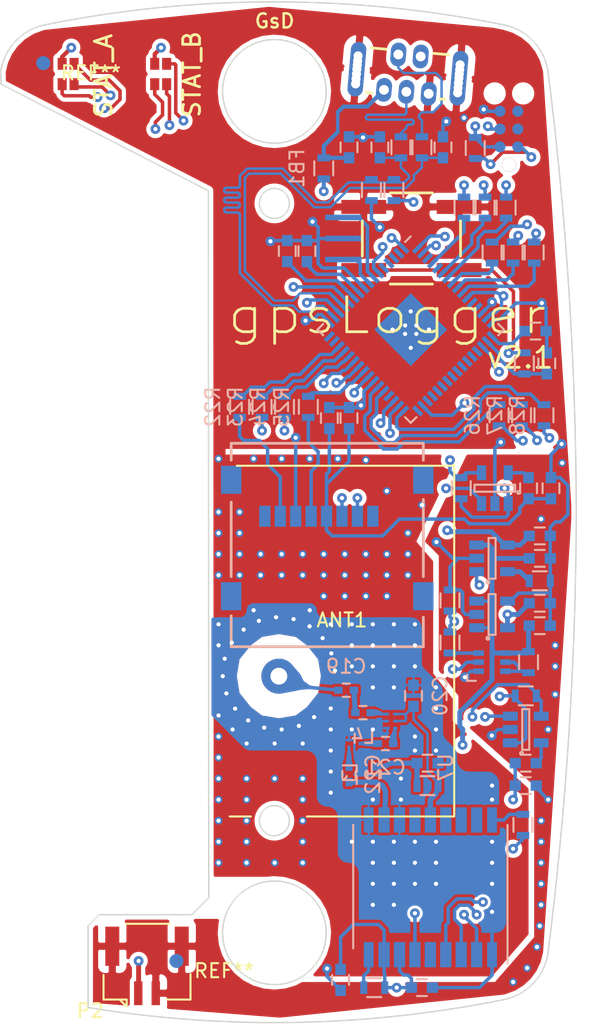
<source format=kicad_pcb>
(kicad_pcb (version 20171130) (host pcbnew "(5.0.0-rc2-dev-321-g78161b592)")
  (title_block (date 2016-07-15))
  (layers (0 F.Cu signal) (1 In1.Cu signal) (2 In2.Cu signal) (31 B.Cu signal) (34 B.Paste user) (35 F.Paste user) (36 B.SilkS user) (37 F.SilkS user) (38 B.Mask user) (39 F.Mask user) (44 Edge.Cuts user))
  (net 0 "")
  (net 1 "Net-(C1-Pad1)")
  (net 2 GND)
  (net 3 "Net-(C4-Pad1)")
  (net 4 VBUS)
  (net 5 +BATT)
  (net 6 "Net-(IC1-Pad3)")
  (net 7 +3V3)
  (net 8 "Net-(IC1-Pad12)")
  (net 9 "Net-(IC1-Pad13)")
  (net 10 "Net-(IC1-Pad20)")
  (net 11 "Net-(IC1-Pad21)")
  (net 12 "Net-(IC1-Pad22)")
  (net 13 "Net-(IC1-Pad23)")
  (net 14 "Net-(IC1-Pad24)")
  (net 15 "Net-(IC1-Pad25)")
  (net 16 "Net-(IC1-Pad26)")
  (net 17 "Net-(IC1-Pad27)")
  (net 18 "Net-(IC1-Pad28)")
  (net 19 "Net-(IC1-Pad29)")
  (net 20 "Net-(IC1-Pad30)")
  (net 21 "Net-(IC1-Pad36)")
  (net 22 "Net-(IC1-Pad47)")
  (net 23 "Net-(IC1-Pad48)")
  (net 24 /PUR)
  (net 25 VUSB)
  (net 26 1v8)
  (net 27 "Net-(IC1-Pad60)")
  (net 28 "Net-(IC1-Pad61)")
  (net 29 "Net-(IC1-Pad63)")
  (net 30 "Net-(R7-Pad2)")
  (net 31 "Net-(U3-Pad1)")
  (net 32 "Net-(U3-Pad8)")
  (net 33 "Net-(P1-Pad4)")
  (net 34 /V_SENSE)
  (net 35 /SENSE_EN)
  (net 36 /LED_A_R)
  (net 37 /LED_A_G)
  (net 38 /LED_A_B)
  (net 39 /LED_B_R)
  (net 40 /LED_B_G)
  (net 41 /LED_B_B)
  (net 42 /OSC_OUT)
  (net 43 /OSC_IN)
  (net 44 /TEST)
  (net 45 /RST)
  (net 46 "Net-(Q2-Pad3)")
  (net 47 "Net-(Q2-Pad5)")
  (net 48 "Net-(TAG1-Pad4)")
  (net 49 "Net-(TAG1-Pad6)")
  (net 50 "Net-(D1-Pad3)")
  (net 51 "Net-(D1-Pad4)")
  (net 52 "Net-(D1-Pad2)")
  (net 53 "Net-(D2-Pad3)")
  (net 54 "Net-(D2-Pad4)")
  (net 55 "Net-(D2-Pad2)")
  (net 56 "Net-(C5-Pad1)")
  (net 57 GPS_VCC)
  (net 58 GPS_BACKUP)
  (net 59 GPS_PPS)
  (net 60 GPS_MOSI)
  (net 61 GPS_MISO)
  (net 62 "Net-(R5-Pad1)")
  (net 63 GPS_VCC_RF)
  (net 64 "Net-(R8-Pad2)")
  (net 65 "Net-(U1-Pad5)")
  (net 66 GPS_RF_IN)
  (net 67 "Net-(U1-Pad13)")
  (net 68 "Net-(U1-Pad15)")
  (net 69 "Net-(U1-Pad16)")
  (net 70 "Net-(U1-Pad17)")
  (net 71 MMC_VCC)
  (net 72 PWR_BUT)
  (net 73 "Net-(IC1-Pad32)")
  (net 74 GPS_PWR)
  (net 75 GPS_PWR_FAULT)
  (net 76 MMC_CLK)
  (net 77 MMC_PWR)
  (net 78 MMC_PWR_FAULT)
  (net 79 MMC_CS)
  (net 80 MMC_MOSI)
  (net 81 MMC_MISO)
  (net 82 "Net-(L2-Pad1)")
  (net 83 "Net-(L3-Pad1)")
  (net 84 "Net-(R10-Pad2)")
  (net 85 ~CHG)
  (net 86 /USB_DATA_N)
  (net 87 /USB_DATA_P)
  (net 88 /USB_IN_N)
  (net 89 /USB_IN_P)
  (net 90 "Net-(IC1-Pad33)")
  (net 91 "Net-(IC1-Pad37)")
  (net 92 "Net-(IC1-Pad38)")
  (net 93 "Net-(IC1-Pad41)")
  (net 94 "Net-(IC1-Pad44)")
  (net 95 "Net-(IC1-Pad45)")
  (net 96 "Net-(IC1-Pad46)")
  (net 97 /ANT_RF)
  (net 98 "Net-(C19-Pad1)")
  (net 99 "Net-(C21-Pad1)")
  (net 100 "Net-(C21-Pad2)")
  (net 101 "Net-(C22-Pad2)")
  (net 102 "Net-(L4-Pad2)")
  (module Fiducials:Fiducial_1mm_Dia_2.54mm_Outer_CopperBottom (layer F.Cu) (at 144.5 134.5)
    (fp_text reference REF** (at 3.4 0.7) (layer F.SilkS))
    (fp_text value Fiducial_1mm_Dia_2.54mm_Outer_CopperBottom)
    (pad ~ smd circle (at 0 0) (size 1 1) (layers B.Cu B.Mask) (clearance 0.77))
  )
  (module Wire_Pads:SolderWirePad_single_0-8mmDrill (layer F.Cu) (at 160.8 89.8)
    (fp_text reference REF**1 hide)
    (fp_text value SolderWirePad_single_0-8mmDrill hide)
    (pad 1 thru_hole circle (at 0 0) (size 0.55 0.55) (drill 0.3) (layers *.Cu) (net 2 GND))
  )
  (module Wire_Pads:SolderWirePad_single_0-8mmDrill (layer F.Cu) (at 161.6 89.8)
    (fp_text reference REF**1 hide)
    (fp_text value SolderWirePad_single_0-8mmDrill hide)
    (pad 1 thru_hole circle (at 0 0) (size 0.55 0.55) (drill 0.3) (layers *.Cu) (net 2 GND))
  )
  (module Wire_Pads:SolderWirePad_single_0-8mmDrill (layer F.Cu) (at 161.6 89.2)
    (fp_text reference REF**1 hide)
    (fp_text value SolderWirePad_single_0-8mmDrill hide)
    (pad 1 thru_hole circle (at 0 0) (size 0.55 0.55) (drill 0.3) (layers *.Cu) (net 2 GND))
  )
  (module Wire_Pads:SolderWirePad_single_0-8mmDrill (layer F.Cu) (at 160.8 89.2)
    (fp_text reference REF**1 hide)
    (fp_text value SolderWirePad_single_0-8mmDrill hide)
    (pad 1 thru_hole circle (at 0 0) (size 0.55 0.55) (drill 0.3) (layers *.Cu) (net 2 GND))
  )
  (module Wire_Pads:SolderWirePad_single_0-8mmDrill (layer F.Cu) (at 161.201724 90.794284)
    (fp_text reference REF**1 hide)
    (fp_text value SolderWirePad_single_0-8mmDrill hide)
    (pad 1 thru_hole circle (at 0 0) (size 0.55 0.55) (drill 0.3) (layers *.Cu) (net 2 GND))
  )
  (module Wire_Pads:SolderWirePad_single_0-8mmDrill (layer F.Cu) (at 161.2 88.2)
    (fp_text reference REF**1 hide)
    (fp_text value SolderWirePad_single_0-8mmDrill hide)
    (pad 1 thru_hole circle (at 0 0) (size 0.55 0.55) (drill 0.3) (layers *.Cu) (net 2 GND))
  )
  (module Wire_Pads:SolderWirePad_single_0-8mmDrill (layer F.Cu) (at 162.501033 89.494975)
    (fp_text reference REF**1 hide)
    (fp_text value SolderWirePad_single_0-8mmDrill hide)
    (pad 1 thru_hole circle (at 0 0) (size 0.55 0.55) (drill 0.3) (layers *.Cu) (net 2 GND))
  )
  (module Wire_Pads:SolderWirePad_single_0-8mmDrill (layer F.Cu) (at 159.902415 89.494975)
    (fp_text reference REF**1 hide)
    (fp_text value SolderWirePad_single_0-8mmDrill hide)
    (pad 1 thru_hole circle (at 0 0) (size 0.55 0.55) (drill 0.3) (layers *.Cu) (net 2 GND))
  )
  (module Wire_Pads:SolderWirePad_single_0-8mmDrill (layer F.Cu) (at 156.5 108.5)
    (fp_text reference REF**1 hide)
    (fp_text value SolderWirePad_single_0-8mmDrill hide)
    (pad 1 thru_hole circle (at 0 0) (size 0.55 0.55) (drill 0.3) (layers *.Cu) (net 2 GND))
  )
  (module Wire_Pads:SolderWirePad_single_0-8mmDrill (layer F.Cu) (at 155 108.5)
    (fp_text reference REF**1 hide)
    (fp_text value SolderWirePad_single_0-8mmDrill hide)
    (pad 1 thru_hole circle (at 0 0) (size 0.55 0.55) (drill 0.3) (layers *.Cu) (net 2 GND))
  )
  (module Wire_Pads:SolderWirePad_single_0-8mmDrill (layer F.Cu) (at 159.5 108.5)
    (fp_text reference REF**1 hide)
    (fp_text value SolderWirePad_single_0-8mmDrill hide)
    (pad 1 thru_hole circle (at 0 0) (size 0.55 0.55) (drill 0.3) (layers *.Cu) (net 2 GND))
  )
  (module Wire_Pads:SolderWirePad_single_0-8mmDrill (layer F.Cu) (at 158 108.5)
    (fp_text reference REF**1 hide)
    (fp_text value SolderWirePad_single_0-8mmDrill hide)
    (pad 1 thru_hole circle (at 0 0) (size 0.55 0.55) (drill 0.3) (layers *.Cu) (net 2 GND))
  )
  (module Wire_Pads:SolderWirePad_single_0-8mmDrill (layer F.Cu) (at 149 102.5)
    (fp_text reference REF**1 hide)
    (fp_text value SolderWirePad_single_0-8mmDrill hide)
    (pad 1 thru_hole circle (at 0 0) (size 0.55 0.55) (drill 0.3) (layers *.Cu) (net 2 GND))
  )
  (module Wire_Pads:SolderWirePad_single_0-8mmDrill (layer F.Cu) (at 147.5 102.5)
    (fp_text reference REF**1 hide)
    (fp_text value SolderWirePad_single_0-8mmDrill hide)
    (pad 1 thru_hole circle (at 0 0) (size 0.55 0.55) (drill 0.3) (layers *.Cu) (net 2 GND))
  )
  (module Wire_Pads:SolderWirePad_single_0-8mmDrill (layer F.Cu) (at 147.5 104)
    (fp_text reference REF**1 hide)
    (fp_text value SolderWirePad_single_0-8mmDrill hide)
    (pad 1 thru_hole circle (at 0 0) (size 0.55 0.55) (drill 0.3) (layers *.Cu) (net 2 GND))
  )
  (module Wire_Pads:SolderWirePad_single_0-8mmDrill (layer F.Cu) (at 149 104)
    (fp_text reference REF**1 hide)
    (fp_text value SolderWirePad_single_0-8mmDrill hide)
    (pad 1 thru_hole circle (at 0 0) (size 0.55 0.55) (drill 0.3) (layers *.Cu) (net 2 GND))
  )
  (module Wire_Pads:SolderWirePad_single_0-8mmDrill (layer F.Cu) (at 161 104)
    (fp_text reference REF**1 hide)
    (fp_text value SolderWirePad_single_0-8mmDrill hide)
    (pad 1 thru_hole circle (at 0 0) (size 0.55 0.55) (drill 0.3) (layers *.Cu) (net 2 GND))
  )
  (module Wire_Pads:SolderWirePad_single_0-8mmDrill (layer F.Cu) (at 147.5 107)
    (fp_text reference REF**1 hide)
    (fp_text value SolderWirePad_single_0-8mmDrill hide)
    (pad 1 thru_hole circle (at 0 0) (size 0.55 0.55) (drill 0.3) (layers *.Cu) (net 2 GND))
  )
  (module Wire_Pads:SolderWirePad_single_0-8mmDrill (layer F.Cu) (at 159.5 107)
    (fp_text reference REF**1 hide)
    (fp_text value SolderWirePad_single_0-8mmDrill hide)
    (pad 1 thru_hole circle (at 0 0) (size 0.55 0.55) (drill 0.3) (layers *.Cu) (net 2 GND))
  )
  (module Wire_Pads:SolderWirePad_single_0-8mmDrill (layer F.Cu) (at 158 107)
    (fp_text reference REF**1 hide)
    (fp_text value SolderWirePad_single_0-8mmDrill hide)
    (pad 1 thru_hole circle (at 0 0) (size 0.55 0.55) (drill 0.3) (layers *.Cu) (net 2 GND))
  )
  (module Wire_Pads:SolderWirePad_single_0-8mmDrill (layer F.Cu) (at 156.5 107)
    (fp_text reference REF**1 hide)
    (fp_text value SolderWirePad_single_0-8mmDrill hide)
    (pad 1 thru_hole circle (at 0 0) (size 0.55 0.55) (drill 0.3) (layers *.Cu) (net 2 GND))
  )
  (module Wire_Pads:SolderWirePad_single_0-8mmDrill (layer F.Cu) (at 155 107)
    (fp_text reference REF**1 hide)
    (fp_text value SolderWirePad_single_0-8mmDrill hide)
    (pad 1 thru_hole circle (at 0 0) (size 0.55 0.55) (drill 0.3) (layers *.Cu) (net 2 GND))
  )
  (module Wire_Pads:SolderWirePad_single_0-8mmDrill (layer F.Cu) (at 153.5 107)
    (fp_text reference REF**1 hide)
    (fp_text value SolderWirePad_single_0-8mmDrill hide)
    (pad 1 thru_hole circle (at 0 0) (size 0.55 0.55) (drill 0.3) (layers *.Cu) (net 2 GND))
  )
  (module Wire_Pads:SolderWirePad_single_0-8mmDrill (layer F.Cu) (at 152 107)
    (fp_text reference REF**1 hide)
    (fp_text value SolderWirePad_single_0-8mmDrill hide)
    (pad 1 thru_hole circle (at 0 0) (size 0.55 0.55) (drill 0.3) (layers *.Cu) (net 2 GND))
  )
  (module Wire_Pads:SolderWirePad_single_0-8mmDrill (layer F.Cu) (at 150.5 107)
    (fp_text reference REF**1 hide)
    (fp_text value SolderWirePad_single_0-8mmDrill hide)
    (pad 1 thru_hole circle (at 0 0) (size 0.55 0.55) (drill 0.3) (layers *.Cu) (net 2 GND))
  )
  (module Wire_Pads:SolderWirePad_single_0-8mmDrill (layer F.Cu) (at 149 107)
    (fp_text reference REF**1 hide)
    (fp_text value SolderWirePad_single_0-8mmDrill hide)
    (pad 1 thru_hole circle (at 0 0) (size 0.55 0.55) (drill 0.3) (layers *.Cu) (net 2 GND))
  )
  (module Wire_Pads:SolderWirePad_single_0-8mmDrill (layer F.Cu) (at 161 107)
    (fp_text reference REF**1 hide)
    (fp_text value SolderWirePad_single_0-8mmDrill hide)
    (pad 1 thru_hole circle (at 0 0) (size 0.55 0.55) (drill 0.3) (layers *.Cu) (net 2 GND))
  )
  (module Wire_Pads:SolderWirePad_single_0-8mmDrill (layer F.Cu) (at 161 105.5)
    (fp_text reference REF**1 hide)
    (fp_text value SolderWirePad_single_0-8mmDrill hide)
    (pad 1 thru_hole circle (at 0 0) (size 0.55 0.55) (drill 0.3) (layers *.Cu) (net 2 GND))
  )
  (module Wire_Pads:SolderWirePad_single_0-8mmDrill (layer F.Cu) (at 159.5 105.5)
    (fp_text reference REF**1 hide)
    (fp_text value SolderWirePad_single_0-8mmDrill hide)
    (pad 1 thru_hole circle (at 0 0) (size 0.55 0.55) (drill 0.3) (layers *.Cu) (net 2 GND))
  )
  (module Wire_Pads:SolderWirePad_single_0-8mmDrill (layer F.Cu) (at 158 105.5)
    (fp_text reference REF**1 hide)
    (fp_text value SolderWirePad_single_0-8mmDrill hide)
    (pad 1 thru_hole circle (at 0 0) (size 0.55 0.55) (drill 0.3) (layers *.Cu) (net 2 GND))
  )
  (module Wire_Pads:SolderWirePad_single_0-8mmDrill (layer F.Cu) (at 156.5 105.5)
    (fp_text reference REF**1 hide)
    (fp_text value SolderWirePad_single_0-8mmDrill hide)
    (pad 1 thru_hole circle (at 0 0) (size 0.55 0.55) (drill 0.3) (layers *.Cu) (net 2 GND))
  )
  (module Wire_Pads:SolderWirePad_single_0-8mmDrill (layer F.Cu) (at 155 105.5)
    (fp_text reference REF**1 hide)
    (fp_text value SolderWirePad_single_0-8mmDrill hide)
    (pad 1 thru_hole circle (at 0 0) (size 0.55 0.55) (drill 0.3) (layers *.Cu) (net 2 GND))
  )
  (module Wire_Pads:SolderWirePad_single_0-8mmDrill (layer F.Cu) (at 153.5 105.5)
    (fp_text reference REF**1 hide)
    (fp_text value SolderWirePad_single_0-8mmDrill hide)
    (pad 1 thru_hole circle (at 0 0) (size 0.55 0.55) (drill 0.3) (layers *.Cu) (net 2 GND))
  )
  (module Wire_Pads:SolderWirePad_single_0-8mmDrill (layer F.Cu) (at 152 105.5)
    (fp_text reference REF**1 hide)
    (fp_text value SolderWirePad_single_0-8mmDrill hide)
    (pad 1 thru_hole circle (at 0 0) (size 0.55 0.55) (drill 0.3) (layers *.Cu) (net 2 GND))
  )
  (module Wire_Pads:SolderWirePad_single_0-8mmDrill (layer F.Cu) (at 150.5 105.5)
    (fp_text reference REF**1 hide)
    (fp_text value SolderWirePad_single_0-8mmDrill hide)
    (pad 1 thru_hole circle (at 0 0) (size 0.55 0.55) (drill 0.3) (layers *.Cu) (net 2 GND))
  )
  (module Wire_Pads:SolderWirePad_single_0-8mmDrill (layer F.Cu) (at 149 105.5)
    (fp_text reference REF**1 hide)
    (fp_text value SolderWirePad_single_0-8mmDrill hide)
    (pad 1 thru_hole circle (at 0 0) (size 0.55 0.55) (drill 0.3) (layers *.Cu) (net 2 GND))
  )
  (module Wire_Pads:SolderWirePad_single_0-8mmDrill (layer F.Cu) (at 147.5 105.5)
    (fp_text reference REF**1 hide)
    (fp_text value SolderWirePad_single_0-8mmDrill hide)
    (pad 1 thru_hole circle (at 0 0) (size 0.55 0.55) (drill 0.3) (layers *.Cu) (net 2 GND))
  )
  (module Wire_Pads:SolderWirePad_single_0-8mmDrill (layer F.Cu) (at 149.5 124.5)
    (fp_text reference REF**1 hide)
    (fp_text value SolderWirePad_single_0-8mmDrill hide)
    (pad 1 thru_hole circle (at 0 0) (size 0.55 0.55) (drill 0.3) (layers *.Cu) (net 2 GND))
  )
  (module Wire_Pads:SolderWirePad_single_0-8mmDrill (layer F.Cu) (at 149.5 123)
    (fp_text reference REF**1 hide)
    (fp_text value SolderWirePad_single_0-8mmDrill hide)
    (pad 1 thru_hole circle (at 0 0) (size 0.55 0.55) (drill 0.3) (layers *.Cu) (net 2 GND))
  )
  (module Wire_Pads:SolderWirePad_single_0-8mmDrill (layer F.Cu) (at 149.5 121.5)
    (fp_text reference REF**1 hide)
    (fp_text value SolderWirePad_single_0-8mmDrill hide)
    (pad 1 thru_hole circle (at 0 0) (size 0.55 0.55) (drill 0.3) (layers *.Cu) (net 2 GND))
  )
  (module Wire_Pads:SolderWirePad_single_0-8mmDrill (layer F.Cu) (at 151.5 121.5)
    (fp_text reference REF**1 hide)
    (fp_text value SolderWirePad_single_0-8mmDrill hide)
    (pad 1 thru_hole circle (at 0 0) (size 0.55 0.55) (drill 0.3) (layers *.Cu) (net 2 GND))
  )
  (module Wire_Pads:SolderWirePad_single_0-8mmDrill (layer F.Cu) (at 153.5 121.5)
    (fp_text reference REF**1 hide)
    (fp_text value SolderWirePad_single_0-8mmDrill hide)
    (pad 1 thru_hole circle (at 0 0) (size 0.55 0.55) (drill 0.3) (layers *.Cu) (net 2 GND))
  )
  (module Wire_Pads:SolderWirePad_single_0-8mmDrill (layer F.Cu) (at 153.5 123)
    (fp_text reference REF**1 hide)
    (fp_text value SolderWirePad_single_0-8mmDrill hide)
    (pad 1 thru_hole circle (at 0 0) (size 0.55 0.55) (drill 0.3) (layers *.Cu) (net 2 GND))
  )
  (module Wire_Pads:SolderWirePad_single_0-8mmDrill (layer F.Cu) (at 153.5 124.5)
    (fp_text reference REF**1 hide)
    (fp_text value SolderWirePad_single_0-8mmDrill hide)
    (pad 1 thru_hole circle (at 0 0) (size 0.55 0.55) (drill 0.3) (layers *.Cu) (net 2 GND))
  )
  (module Wire_Pads:SolderWirePad_single_0-8mmDrill (layer F.Cu) (at 153.5 126)
    (fp_text reference REF**1 hide)
    (fp_text value SolderWirePad_single_0-8mmDrill hide)
    (pad 1 thru_hole circle (at 0 0) (size 0.55 0.55) (drill 0.3) (layers *.Cu) (net 2 GND))
  )
  (module Wire_Pads:SolderWirePad_single_0-8mmDrill (layer F.Cu) (at 149.5 126)
    (fp_text reference REF**1 hide)
    (fp_text value SolderWirePad_single_0-8mmDrill hide)
    (pad 1 thru_hole circle (at 0 0) (size 0.55 0.55) (drill 0.3) (layers *.Cu) (net 2 GND))
  )
  (module Wire_Pads:SolderWirePad_single_0-8mmDrill (layer F.Cu) (at 147.5 118.5)
    (fp_text reference REF**1 hide)
    (fp_text value SolderWirePad_single_0-8mmDrill hide)
    (pad 1 thru_hole circle (at 0 0) (size 0.55 0.55) (drill 0.3) (layers *.Cu) (net 2 GND))
  )
  (module Wire_Pads:SolderWirePad_single_0-8mmDrill (layer F.Cu) (at 147.5 120)
    (fp_text reference REF**1 hide)
    (fp_text value SolderWirePad_single_0-8mmDrill hide)
    (pad 1 thru_hole circle (at 0 0) (size 0.55 0.55) (drill 0.3) (layers *.Cu) (net 2 GND))
  )
  (module Wire_Pads:SolderWirePad_single_0-8mmDrill (layer F.Cu) (at 147.5 121.5)
    (fp_text reference REF**1 hide)
    (fp_text value SolderWirePad_single_0-8mmDrill hide)
    (pad 1 thru_hole circle (at 0 0) (size 0.55 0.55) (drill 0.3) (layers *.Cu) (net 2 GND))
  )
  (module Wire_Pads:SolderWirePad_single_0-8mmDrill (layer F.Cu) (at 147.5 123)
    (fp_text reference REF**1 hide)
    (fp_text value SolderWirePad_single_0-8mmDrill hide)
    (pad 1 thru_hole circle (at 0 0) (size 0.55 0.55) (drill 0.3) (layers *.Cu) (net 2 GND))
  )
  (module Wire_Pads:SolderWirePad_single_0-8mmDrill (layer F.Cu) (at 147.5 124.5)
    (fp_text reference REF**1 hide)
    (fp_text value SolderWirePad_single_0-8mmDrill hide)
    (pad 1 thru_hole circle (at 0 0) (size 0.55 0.55) (drill 0.3) (layers *.Cu) (net 2 GND))
  )
  (module Wire_Pads:SolderWirePad_single_0-8mmDrill (layer F.Cu) (at 147.5 126)
    (fp_text reference REF**1 hide)
    (fp_text value SolderWirePad_single_0-8mmDrill hide)
    (pad 1 thru_hole circle (at 0 0) (size 0.55 0.55) (drill 0.3) (layers *.Cu) (net 2 GND))
  )
  (module Wire_Pads:SolderWirePad_single_0-8mmDrill (layer F.Cu) (at 147.5 127.5)
    (fp_text reference REF**1 hide)
    (fp_text value SolderWirePad_single_0-8mmDrill hide)
    (pad 1 thru_hole circle (at 0 0) (size 0.55 0.55) (drill 0.3) (layers *.Cu) (net 2 GND))
  )
  (module Wire_Pads:SolderWirePad_single_0-8mmDrill (layer F.Cu) (at 149.5 127.5)
    (fp_text reference REF**1 hide)
    (fp_text value SolderWirePad_single_0-8mmDrill hide)
    (pad 1 thru_hole circle (at 0 0) (size 0.55 0.55) (drill 0.3) (layers *.Cu) (net 2 GND))
  )
  (module Wire_Pads:SolderWirePad_single_0-8mmDrill (layer F.Cu) (at 151.5 127.5)
    (fp_text reference REF**1 hide)
    (fp_text value SolderWirePad_single_0-8mmDrill hide)
    (pad 1 thru_hole circle (at 0 0) (size 0.55 0.55) (drill 0.3) (layers *.Cu) (net 2 GND))
  )
  (module Wire_Pads:SolderWirePad_single_0-8mmDrill (layer F.Cu) (at 153.5 127.5)
    (fp_text reference REF**1 hide)
    (fp_text value SolderWirePad_single_0-8mmDrill hide)
    (pad 1 thru_hole circle (at 0 0) (size 0.55 0.55) (drill 0.3) (layers *.Cu) (net 2 GND))
  )
  (module Wire_Pads:SolderWirePad_single_0-8mmDrill (layer F.Cu) (at 168.5 136)
    (fp_text reference REF**1 hide)
    (fp_text value SolderWirePad_single_0-8mmDrill hide)
    (pad 1 thru_hole circle (at 0 0) (size 0.55 0.55) (drill 0.3) (layers *.Cu) (net 2 GND))
  )
  (module Wire_Pads:SolderWirePad_single_0-8mmDrill (layer F.Cu) (at 169.5 135)
    (fp_text reference REF**1 hide)
    (fp_text value SolderWirePad_single_0-8mmDrill hide)
    (pad 1 thru_hole circle (at 0 0) (size 0.55 0.55) (drill 0.3) (layers *.Cu) (net 2 GND))
  )
  (module Wire_Pads:SolderWirePad_single_0-8mmDrill (layer F.Cu) (at 170.2 133.5)
    (fp_text reference REF**1 hide)
    (fp_text value SolderWirePad_single_0-8mmDrill hide)
    (pad 1 thru_hole circle (at 0 0) (size 0.55 0.55) (drill 0.3) (layers *.Cu) (net 2 GND))
  )
  (module Wire_Pads:SolderWirePad_single_0-8mmDrill (layer F.Cu) (at 170.4 132)
    (fp_text reference REF**1 hide)
    (fp_text value SolderWirePad_single_0-8mmDrill hide)
    (pad 1 thru_hole circle (at 0 0) (size 0.55 0.55) (drill 0.3) (layers *.Cu) (net 2 GND))
  )
  (module Wire_Pads:SolderWirePad_single_0-8mmDrill (layer F.Cu) (at 170.5 130.5)
    (fp_text reference REF**1 hide)
    (fp_text value SolderWirePad_single_0-8mmDrill hide)
    (pad 1 thru_hole circle (at 0 0) (size 0.55 0.55) (drill 0.3) (layers *.Cu) (net 2 GND))
  )
  (module Wire_Pads:SolderWirePad_single_0-8mmDrill (layer F.Cu) (at 170.5 129)
    (fp_text reference REF**1 hide)
    (fp_text value SolderWirePad_single_0-8mmDrill hide)
    (pad 1 thru_hole circle (at 0 0) (size 0.55 0.55) (drill 0.3) (layers *.Cu) (net 2 GND))
  )
  (module Wire_Pads:SolderWirePad_single_0-8mmDrill (layer F.Cu) (at 170.5 127.5)
    (fp_text reference REF**1 hide)
    (fp_text value SolderWirePad_single_0-8mmDrill hide)
    (pad 1 thru_hole circle (at 0 0) (size 0.55 0.55) (drill 0.3) (layers *.Cu) (net 2 GND))
  )
  (module Wire_Pads:SolderWirePad_single_0-8mmDrill (layer F.Cu) (at 170.5 126)
    (fp_text reference REF**1 hide)
    (fp_text value SolderWirePad_single_0-8mmDrill hide)
    (pad 1 thru_hole circle (at 0 0) (size 0.55 0.55) (drill 0.3) (layers *.Cu) (net 2 GND))
  )
  (module Wire_Pads:SolderWirePad_single_0-8mmDrill (layer F.Cu) (at 170.5 124.5)
    (fp_text reference REF**1 hide)
    (fp_text value SolderWirePad_single_0-8mmDrill hide)
    (pad 1 thru_hole circle (at 0 0) (size 0.55 0.55) (drill 0.3) (layers *.Cu) (net 2 GND))
  )
  (module Wire_Pads:SolderWirePad_single_0-8mmDrill (layer F.Cu) (at 171 123)
    (fp_text reference REF**1 hide)
    (fp_text value SolderWirePad_single_0-8mmDrill hide)
    (pad 1 thru_hole circle (at 0 0) (size 0.55 0.55) (drill 0.3) (layers *.Cu) (net 2 GND))
  )
  (module Wire_Pads:SolderWirePad_single_0-8mmDrill (layer F.Cu) (at 171 118)
    (fp_text reference REF**1 hide)
    (fp_text value SolderWirePad_single_0-8mmDrill hide)
    (pad 1 thru_hole circle (at 0 0) (size 0.55 0.55) (drill 0.3) (layers *.Cu) (net 2 GND))
  )
  (module Wire_Pads:SolderWirePad_single_0-8mmDrill (layer F.Cu) (at 171.5 115.5)
    (fp_text reference REF**1 hide)
    (fp_text value SolderWirePad_single_0-8mmDrill hide)
    (pad 1 thru_hole circle (at 0 0) (size 0.55 0.55) (drill 0.3) (layers *.Cu) (net 2 GND))
  )
  (module Wire_Pads:SolderWirePad_single_0-8mmDrill (layer F.Cu) (at 171.5 113.5)
    (fp_text reference REF**1 hide)
    (fp_text value SolderWirePad_single_0-8mmDrill hide)
    (pad 1 thru_hole circle (at 0 0) (size 0.55 0.55) (drill 0.3) (layers *.Cu) (net 2 GND))
  )
  (module Wire_Pads:SolderWirePad_single_0-8mmDrill (layer F.Cu) (at 171.5 112)
    (fp_text reference REF**1 hide)
    (fp_text value SolderWirePad_single_0-8mmDrill hide)
    (pad 1 thru_hole circle (at 0 0) (size 0.55 0.55) (drill 0.3) (layers *.Cu) (net 2 GND))
  )
  (module Wire_Pads:SolderWirePad_single_0-8mmDrill (layer F.Cu) (at 172 99)
    (fp_text reference REF**1 hide)
    (fp_text value SolderWirePad_single_0-8mmDrill hide)
    (pad 1 thru_hole circle (at 0 0) (size 0.55 0.55) (drill 0.3) (layers *.Cu) (net 2 GND))
  )
  (module Wire_Pads:SolderWirePad_single_0-8mmDrill (layer F.Cu) (at 170.5 103)
    (fp_text reference REF**1 hide)
    (fp_text value SolderWirePad_single_0-8mmDrill hide)
    (pad 1 thru_hole circle (at 0 0) (size 0.55 0.55) (drill 0.3) (layers *.Cu) (net 2 GND))
  )
  (module Wire_Pads:SolderWirePad_single_0-8mmDrill (layer F.Cu) (at 159.5 101)
    (fp_text reference REF**1 hide)
    (fp_text value SolderWirePad_single_0-8mmDrill hide)
    (pad 1 thru_hole circle (at 0 0) (size 0.55 0.55) (drill 0.3) (layers *.Cu) (net 2 GND))
  )
  (module Wire_Pads:SolderWirePad_single_0-8mmDrill (layer F.Cu) (at 162 102)
    (fp_text reference REF**1 hide)
    (fp_text value SolderWirePad_single_0-8mmDrill hide)
    (pad 1 thru_hole circle (at 0 0) (size 0.55 0.55) (drill 0.3) (layers *.Cu) (net 2 GND))
  )
  (module Wire_Pads:SolderWirePad_single_0-8mmDrill (layer F.Cu) (at 158.5 130.5)
    (fp_text reference REF**1 hide)
    (fp_text value SolderWirePad_single_0-8mmDrill hide)
    (pad 1 thru_hole circle (at 0 0) (size 0.55 0.55) (drill 0.3) (layers *.Cu) (net 2 GND))
  )
  (module Wire_Pads:SolderWirePad_single_0-8mmDrill (layer F.Cu) (at 160 130.5)
    (fp_text reference REF**1 hide)
    (fp_text value SolderWirePad_single_0-8mmDrill hide)
    (pad 1 thru_hole circle (at 0 0) (size 0.55 0.55) (drill 0.3) (layers *.Cu) (net 2 GND))
  )
  (module Wire_Pads:SolderWirePad_single_0-8mmDrill (layer F.Cu) (at 158.5 129)
    (fp_text reference REF**1 hide)
    (fp_text value SolderWirePad_single_0-8mmDrill hide)
    (pad 1 thru_hole circle (at 0 0) (size 0.55 0.55) (drill 0.3) (layers *.Cu) (net 2 GND))
  )
  (module Wire_Pads:SolderWirePad_single_0-8mmDrill (layer F.Cu) (at 167 129)
    (fp_text reference REF**1 hide)
    (fp_text value SolderWirePad_single_0-8mmDrill hide)
    (pad 1 thru_hole circle (at 0 0) (size 0.55 0.55) (drill 0.3) (layers *.Cu) (net 2 GND))
  )
  (module Wire_Pads:SolderWirePad_single_0-8mmDrill (layer F.Cu) (at 160 129)
    (fp_text reference REF**1 hide)
    (fp_text value SolderWirePad_single_0-8mmDrill hide)
    (pad 1 thru_hole circle (at 0 0) (size 0.55 0.55) (drill 0.3) (layers *.Cu) (net 2 GND))
  )
  (module Wire_Pads:SolderWirePad_single_0-8mmDrill (layer F.Cu) (at 163 129)
    (fp_text reference REF**1 hide)
    (fp_text value SolderWirePad_single_0-8mmDrill hide)
    (pad 1 thru_hole circle (at 0 0) (size 0.55 0.55) (drill 0.3) (layers *.Cu) (net 2 GND))
  )
  (module Wire_Pads:SolderWirePad_single_0-8mmDrill (layer F.Cu) (at 161.5 129)
    (fp_text reference REF**1 hide)
    (fp_text value SolderWirePad_single_0-8mmDrill hide)
    (pad 1 thru_hole circle (at 0 0) (size 0.55 0.55) (drill 0.3) (layers *.Cu) (net 2 GND))
  )
  (module Wire_Pads:SolderWirePad_single_0-8mmDrill (layer F.Cu) (at 157 126)
    (fp_text reference REF**1 hide)
    (fp_text value SolderWirePad_single_0-8mmDrill hide)
    (pad 1 thru_hole circle (at 0 0) (size 0.55 0.55) (drill 0.3) (layers *.Cu) (net 2 GND))
  )
  (module Wire_Pads:SolderWirePad_single_0-8mmDrill (layer F.Cu) (at 158.5 127.5)
    (fp_text reference REF**1 hide)
    (fp_text value SolderWirePad_single_0-8mmDrill hide)
    (pad 1 thru_hole circle (at 0 0) (size 0.55 0.55) (drill 0.3) (layers *.Cu) (net 2 GND))
  )
  (module Wire_Pads:SolderWirePad_single_0-8mmDrill (layer F.Cu) (at 158.5 126)
    (fp_text reference REF**1 hide)
    (fp_text value SolderWirePad_single_0-8mmDrill hide)
    (pad 1 thru_hole circle (at 0 0) (size 0.55 0.55) (drill 0.3) (layers *.Cu) (net 2 GND))
  )
  (module Wire_Pads:SolderWirePad_single_0-8mmDrill (layer F.Cu) (at 160 127.5)
    (fp_text reference REF**1 hide)
    (fp_text value SolderWirePad_single_0-8mmDrill hide)
    (pad 1 thru_hole circle (at 0 0) (size 0.55 0.55) (drill 0.3) (layers *.Cu) (net 2 GND))
  )
  (module Wire_Pads:SolderWirePad_single_0-8mmDrill (layer F.Cu) (at 160 126)
    (fp_text reference REF**1 hide)
    (fp_text value SolderWirePad_single_0-8mmDrill hide)
    (pad 1 thru_hole circle (at 0 0) (size 0.55 0.55) (drill 0.3) (layers *.Cu) (net 2 GND))
  )
  (module Wire_Pads:SolderWirePad_single_0-8mmDrill (layer F.Cu) (at 161.5 127.5)
    (fp_text reference REF**1 hide)
    (fp_text value SolderWirePad_single_0-8mmDrill hide)
    (pad 1 thru_hole circle (at 0 0) (size 0.55 0.55) (drill 0.3) (layers *.Cu) (net 2 GND))
  )
  (module Wire_Pads:SolderWirePad_single_0-8mmDrill (layer F.Cu) (at 161.5 126)
    (fp_text reference REF**1 hide)
    (fp_text value SolderWirePad_single_0-8mmDrill hide)
    (pad 1 thru_hole circle (at 0 0) (size 0.55 0.55) (drill 0.3) (layers *.Cu) (net 2 GND))
  )
  (module Wire_Pads:SolderWirePad_single_0-8mmDrill (layer F.Cu) (at 163 127.5)
    (fp_text reference REF**1 hide)
    (fp_text value SolderWirePad_single_0-8mmDrill hide)
    (pad 1 thru_hole circle (at 0 0) (size 0.55 0.55) (drill 0.3) (layers *.Cu) (net 2 GND))
  )
  (module Wire_Pads:SolderWirePad_single_0-8mmDrill (layer F.Cu) (at 163 126)
    (fp_text reference REF**1 hide)
    (fp_text value SolderWirePad_single_0-8mmDrill hide)
    (pad 1 thru_hole circle (at 0 0) (size 0.55 0.55) (drill 0.3) (layers *.Cu) (net 2 GND))
  )
  (module Wire_Pads:SolderWirePad_single_0-8mmDrill (layer F.Cu) (at 167 131)
    (fp_text reference REF**1 hide)
    (fp_text value SolderWirePad_single_0-8mmDrill hide)
    (pad 1 thru_hole circle (at 0 0) (size 0.55 0.55) (drill 0.3) (layers *.Cu) (net 2 GND))
  )
  (module Wire_Pads:SolderWirePad_single_0-8mmDrill (layer F.Cu) (at 167 127.5)
    (fp_text reference REF**1 hide)
    (fp_text value SolderWirePad_single_0-8mmDrill hide)
    (pad 1 thru_hole circle (at 0 0) (size 0.55 0.55) (drill 0.3) (layers *.Cu) (net 2 GND))
  )
  (module Wire_Pads:SolderWirePad_single_0-8mmDrill (layer F.Cu) (at 167 126)
    (fp_text reference REF**1 hide)
    (fp_text value SolderWirePad_single_0-8mmDrill hide)
    (pad 1 thru_hole circle (at 0 0) (size 0.55 0.55) (drill 0.3) (layers *.Cu) (net 2 GND))
  )
  (module Wire_Pads:SolderWirePad_single_0-8mmDrill (layer F.Cu) (at 167 123)
    (fp_text reference REF**1 hide)
    (fp_text value SolderWirePad_single_0-8mmDrill hide)
    (pad 1 thru_hole circle (at 0 0) (size 0.55 0.55) (drill 0.3) (layers *.Cu) (net 2 GND))
  )
  (module Wire_Pads:SolderWirePad_single_0-8mmDrill (layer F.Cu) (at 167 122)
    (fp_text reference REF**1 hide)
    (fp_text value SolderWirePad_single_0-8mmDrill hide)
    (pad 1 thru_hole circle (at 0 0) (size 0.55 0.55) (drill 0.3) (layers *.Cu) (net 2 GND))
  )
  (module Wire_Pads:SolderWirePad_single_0-8mmDrill (layer F.Cu) (at 154 109.5)
    (fp_text reference REF**1 hide)
    (fp_text value SolderWirePad_single_0-8mmDrill hide)
    (pad 1 thru_hole circle (at 0 0) (size 0.55 0.55) (drill 0.3) (layers *.Cu) (net 2 GND))
  )
  (module Wire_Pads:SolderWirePad_single_0-8mmDrill (layer F.Cu) (at 150 109.5)
    (fp_text reference REF**1 hide)
    (fp_text value SolderWirePad_single_0-8mmDrill hide)
    (pad 1 thru_hole circle (at 0 0) (size 0.55 0.55) (drill 0.3) (layers *.Cu) (net 2 GND))
  )
  (module Wire_Pads:SolderWirePad_single_0-8mmDrill (layer F.Cu) (at 147.5 112)
    (fp_text reference REF**1 hide)
    (fp_text value SolderWirePad_single_0-8mmDrill hide)
    (pad 1 thru_hole circle (at 0 0) (size 0.55 0.55) (drill 0.3) (layers *.Cu) (net 2 GND))
  )
  (module Wire_Pads:SolderWirePad_single_0-8mmDrill (layer F.Cu) (at 147.5 110.5)
    (fp_text reference REF**1 hide)
    (fp_text value SolderWirePad_single_0-8mmDrill hide)
    (pad 1 thru_hole circle (at 0 0) (size 0.55 0.55) (drill 0.3) (layers *.Cu) (net 2 GND))
  )
  (module Wire_Pads:SolderWirePad_single_0-8mmDrill (layer F.Cu) (at 147.5 117)
    (fp_text reference REF**1 hide)
    (fp_text value SolderWirePad_single_0-8mmDrill hide)
    (pad 1 thru_hole circle (at 0 0) (size 0.55 0.55) (drill 0.3) (layers *.Cu) (net 2 GND))
  )
  (module Wire_Pads:SolderWirePad_single_0-8mmDrill (layer F.Cu) (at 148.5 118)
    (fp_text reference REF**1 hide)
    (fp_text value SolderWirePad_single_0-8mmDrill hide)
    (pad 1 thru_hole circle (at 0 0) (size 0.55 0.55) (drill 0.3) (layers *.Cu) (net 2 GND))
  )
  (module Wire_Pads:SolderWirePad_single_0-8mmDrill (layer F.Cu) (at 149.5 119)
    (fp_text reference REF**1 hide)
    (fp_text value SolderWirePad_single_0-8mmDrill hide)
    (pad 1 thru_hole circle (at 0 0) (size 0.55 0.55) (drill 0.3) (layers *.Cu) (net 2 GND))
  )
  (module Wire_Pads:SolderWirePad_single_0-8mmDrill (layer F.Cu) (at 151.5 119)
    (fp_text reference REF**1 hide)
    (fp_text value SolderWirePad_single_0-8mmDrill hide)
    (pad 1 thru_hole circle (at 0 0) (size 0.55 0.55) (drill 0.3) (layers *.Cu) (net 2 GND))
  )
  (module Wire_Pads:SolderWirePad_single_0-8mmDrill (layer F.Cu) (at 153.5 119)
    (fp_text reference REF**1 hide)
    (fp_text value SolderWirePad_single_0-8mmDrill hide)
    (pad 1 thru_hole circle (at 0 0) (size 0.55 0.55) (drill 0.3) (layers *.Cu) (net 2 GND))
  )
  (module Wire_Pads:SolderWirePad_single_0-8mmDrill (layer F.Cu) (at 155.5 122.5)
    (fp_text reference REF**1 hide)
    (fp_text value SolderWirePad_single_0-8mmDrill hide)
    (pad 1 thru_hole circle (at 0 0) (size 0.55 0.55) (drill 0.3) (layers *.Cu) (net 2 GND))
  )
  (module Wire_Pads:SolderWirePad_single_0-8mmDrill (layer F.Cu) (at 155.5 121)
    (fp_text reference REF**1 hide)
    (fp_text value SolderWirePad_single_0-8mmDrill hide)
    (pad 1 thru_hole circle (at 0 0) (size 0.55 0.55) (drill 0.3) (layers *.Cu) (net 2 GND))
  )
  (module Wire_Pads:SolderWirePad_single_0-8mmDrill (layer F.Cu) (at 155.5 119.5)
    (fp_text reference REF**1 hide)
    (fp_text value SolderWirePad_single_0-8mmDrill hide)
    (pad 1 thru_hole circle (at 0 0) (size 0.55 0.55) (drill 0.3) (layers *.Cu) (net 2 GND))
  )
  (module Wire_Pads:SolderWirePad_single_0-8mmDrill (layer F.Cu) (at 158.5 123)
    (fp_text reference REF**1 hide)
    (fp_text value SolderWirePad_single_0-8mmDrill hide)
    (pad 1 thru_hole circle (at 0 0) (size 0.55 0.55) (drill 0.3) (layers *.Cu) (net 2 GND))
  )
  (module Wire_Pads:SolderWirePad_single_0-8mmDrill (layer F.Cu) (at 160.5 121.5)
    (fp_text reference REF**1 hide)
    (fp_text value SolderWirePad_single_0-8mmDrill hide)
    (pad 1 thru_hole circle (at 0 0) (size 0.55 0.55) (drill 0.3) (layers *.Cu) (net 2 GND))
  )
  (module Wire_Pads:SolderWirePad_single_0-8mmDrill (layer F.Cu) (at 160.5 123)
    (fp_text reference REF**1 hide)
    (fp_text value SolderWirePad_single_0-8mmDrill hide)
    (pad 1 thru_hole circle (at 0 0) (size 0.55 0.55) (drill 0.3) (layers *.Cu) (net 2 GND))
  )
  (module Wire_Pads:SolderWirePad_single_0-8mmDrill (layer F.Cu) (at 155.5 116.5)
    (fp_text reference REF**1 hide)
    (fp_text value SolderWirePad_single_0-8mmDrill hide)
    (pad 1 thru_hole circle (at 0 0) (size 0.55 0.55) (drill 0.3) (layers *.Cu) (net 2 GND))
  )
  (module Wire_Pads:SolderWirePad_single_0-8mmDrill (layer F.Cu) (at 155.5 118)
    (fp_text reference REF**1 hide)
    (fp_text value SolderWirePad_single_0-8mmDrill hide)
    (pad 1 thru_hole circle (at 0 0) (size 0.55 0.55) (drill 0.3) (layers *.Cu) (net 2 GND))
  )
  (module Wire_Pads:SolderWirePad_single_0-8mmDrill (layer F.Cu) (at 157 118)
    (fp_text reference REF**1 hide)
    (fp_text value SolderWirePad_single_0-8mmDrill hide)
    (pad 1 thru_hole circle (at 0 0) (size 0.55 0.55) (drill 0.3) (layers *.Cu) (net 2 GND))
  )
  (module Wire_Pads:SolderWirePad_single_0-8mmDrill (layer F.Cu) (at 158.5 118)
    (fp_text reference REF**1 hide)
    (fp_text value SolderWirePad_single_0-8mmDrill hide)
    (pad 1 thru_hole circle (at 0 0) (size 0.55 0.55) (drill 0.3) (layers *.Cu) (net 2 GND))
  )
  (module Wire_Pads:SolderWirePad_single_0-8mmDrill (layer F.Cu) (at 161.5 118.5)
    (fp_text reference REF**1 hide)
    (fp_text value SolderWirePad_single_0-8mmDrill hide)
    (pad 1 thru_hole circle (at 0 0) (size 0.55 0.55) (drill 0.3) (layers *.Cu) (net 2 GND))
  )
  (module Wire_Pads:SolderWirePad_single_0-8mmDrill (layer F.Cu) (at 161.5 119.5)
    (fp_text reference REF**1 hide)
    (fp_text value SolderWirePad_single_0-8mmDrill hide)
    (pad 1 thru_hole circle (at 0 0) (size 0.55 0.55) (drill 0.3) (layers *.Cu) (net 2 GND))
  )
  (module Wire_Pads:SolderWirePad_single_0-8mmDrill (layer F.Cu) (at 163 119.5)
    (fp_text reference REF**1 hide)
    (fp_text value SolderWirePad_single_0-8mmDrill hide)
    (pad 1 thru_hole circle (at 0 0) (size 0.55 0.55) (drill 0.3) (layers *.Cu) (net 2 GND))
  )
  (module Wire_Pads:SolderWirePad_single_0-8mmDrill (layer F.Cu) (at 163 118)
    (fp_text reference REF**1 hide)
    (fp_text value SolderWirePad_single_0-8mmDrill hide)
    (pad 1 thru_hole circle (at 0 0) (size 0.55 0.55) (drill 0.3) (layers *.Cu) (net 2 GND))
  )
  (module Wire_Pads:SolderWirePad_single_0-8mmDrill (layer F.Cu) (at 163 116.5)
    (fp_text reference REF**1 hide)
    (fp_text value SolderWirePad_single_0-8mmDrill hide)
    (pad 1 thru_hole circle (at 0 0) (size 0.55 0.55) (drill 0.3) (layers *.Cu) (net 2 GND))
  )
  (module Wire_Pads:SolderWirePad_single_0-8mmDrill (layer F.Cu) (at 163 115)
    (fp_text reference REF**1 hide)
    (fp_text value SolderWirePad_single_0-8mmDrill hide)
    (pad 1 thru_hole circle (at 0 0) (size 0.55 0.55) (drill 0.3) (layers *.Cu) (net 2 GND))
  )
  (module Wire_Pads:SolderWirePad_single_0-8mmDrill (layer F.Cu) (at 160 115)
    (fp_text reference REF**1 hide)
    (fp_text value SolderWirePad_single_0-8mmDrill hide)
    (pad 1 thru_hole circle (at 0 0) (size 0.55 0.55) (drill 0.3) (layers *.Cu) (net 2 GND))
  )
  (module Wire_Pads:SolderWirePad_single_0-8mmDrill (layer F.Cu) (at 158.5 115)
    (fp_text reference REF**1 hide)
    (fp_text value SolderWirePad_single_0-8mmDrill hide)
    (pad 1 thru_hole circle (at 0 0) (size 0.55 0.55) (drill 0.3) (layers *.Cu) (net 2 GND))
  )
  (module Wire_Pads:SolderWirePad_single_0-8mmDrill (layer F.Cu) (at 157 113.5)
    (fp_text reference REF**1 hide)
    (fp_text value SolderWirePad_single_0-8mmDrill hide)
    (pad 1 thru_hole circle (at 0 0) (size 0.55 0.55) (drill 0.3) (layers *.Cu) (net 2 GND))
  )
  (module Wire_Pads:SolderWirePad_single_0-8mmDrill (layer F.Cu) (at 158.5 113.5)
    (fp_text reference REF**1 hide)
    (fp_text value SolderWirePad_single_0-8mmDrill hide)
    (pad 1 thru_hole circle (at 0 0) (size 0.55 0.55) (drill 0.3) (layers *.Cu) (net 2 GND))
  )
  (module Wire_Pads:SolderWirePad_single_0-8mmDrill (layer F.Cu) (at 160 113.5)
    (fp_text reference REF**1 hide)
    (fp_text value SolderWirePad_single_0-8mmDrill hide)
    (pad 1 thru_hole circle (at 0 0) (size 0.55 0.55) (drill 0.3) (layers *.Cu) (net 2 GND))
  )
  (module Wire_Pads:SolderWirePad_single_0-8mmDrill (layer F.Cu) (at 161.5 113.5)
    (fp_text reference REF**1 hide)
    (fp_text value SolderWirePad_single_0-8mmDrill hide)
    (pad 1 thru_hole circle (at 0 0) (size 0.55 0.55) (drill 0.3) (layers *.Cu) (net 2 GND))
  )
  (module Wire_Pads:SolderWirePad_single_0-8mmDrill (layer F.Cu) (at 161.5 112)
    (fp_text reference REF**1 hide)
    (fp_text value SolderWirePad_single_0-8mmDrill hide)
    (pad 1 thru_hole circle (at 0 0) (size 0.55 0.55) (drill 0.3) (layers *.Cu) (net 2 GND))
  )
  (module Wire_Pads:SolderWirePad_single_0-8mmDrill (layer F.Cu) (at 160 112)
    (fp_text reference REF**1 hide)
    (fp_text value SolderWirePad_single_0-8mmDrill hide)
    (pad 1 thru_hole circle (at 0 0) (size 0.55 0.55) (drill 0.3) (layers *.Cu) (net 2 GND))
  )
  (module Wire_Pads:SolderWirePad_single_0-8mmDrill (layer F.Cu) (at 158.5 112)
    (fp_text reference REF**1 hide)
    (fp_text value SolderWirePad_single_0-8mmDrill hide)
    (pad 1 thru_hole circle (at 0 0) (size 0.55 0.55) (drill 0.3) (layers *.Cu) (net 2 GND))
  )
  (module Wire_Pads:SolderWirePad_single_0-8mmDrill (layer F.Cu) (at 157 112)
    (fp_text reference REF**1 hide)
    (fp_text value SolderWirePad_single_0-8mmDrill hide)
    (pad 1 thru_hole circle (at 0 0) (size 0.55 0.55) (drill 0.3) (layers *.Cu) (net 2 GND))
  )
  (module Wire_Pads:SolderWirePad_single_0-8mmDrill (layer F.Cu) (at 155.5 110.5)
    (fp_text reference REF**1 hide)
    (fp_text value SolderWirePad_single_0-8mmDrill hide)
    (pad 1 thru_hole circle (at 0 0) (size 0.55 0.55) (drill 0.3) (layers *.Cu) (net 2 GND))
  )
  (module Wire_Pads:SolderWirePad_single_0-8mmDrill (layer F.Cu) (at 157 110.5)
    (fp_text reference REF**1 hide)
    (fp_text value SolderWirePad_single_0-8mmDrill hide)
    (pad 1 thru_hole circle (at 0 0) (size 0.55 0.55) (drill 0.3) (layers *.Cu) (net 2 GND))
  )
  (module Wire_Pads:SolderWirePad_single_0-8mmDrill (layer F.Cu) (at 158.5 110.5)
    (fp_text reference REF**1 hide)
    (fp_text value SolderWirePad_single_0-8mmDrill hide)
    (pad 1 thru_hole circle (at 0 0) (size 0.55 0.55) (drill 0.3) (layers *.Cu) (net 2 GND))
  )
  (module Wire_Pads:SolderWirePad_single_0-8mmDrill (layer F.Cu) (at 160 110.5)
    (fp_text reference REF**1 hide)
    (fp_text value SolderWirePad_single_0-8mmDrill hide)
    (pad 1 thru_hole circle (at 0 0) (size 0.55 0.55) (drill 0.3) (layers *.Cu) (net 2 GND))
  )
  (module Wire_Pads:SolderWirePad_single_0-8mmDrill (layer F.Cu) (at 161.5 110.5)
    (fp_text reference REF**1 hide)
    (fp_text value SolderWirePad_single_0-8mmDrill hide)
    (pad 1 thru_hole circle (at 0 0) (size 0.55 0.55) (drill 0.3) (layers *.Cu) (net 2 GND))
  )
  (module footprints:GPS_ANT (layer F.Cu) (at 151.8 114.2)
    (fp_text reference ANT1 (at 4.5 -4) (layer F.SilkS))
    (fp_text value ANT)
    (pad 1 thru_hole circle (at 0 0) (size 2.5 2.5) (drill 1.2) (layers *.Cu *.Mask) (net 97 /ANT_RF))
  )
  (module Wire_Pads:SolderWirePad_single_0-8mmDrill (layer F.Cu) (at 158 98.8)
    (fp_text reference REF**1 hide)
    (fp_text value SolderWirePad_single_0-8mmDrill hide)
    (pad 1 thru_hole circle (at 0 0) (size 0.55 0.55) (drill 0.3) (layers *.Cu) (net 2 GND))
  )
  (module Wire_Pads:SolderWirePad_single_0-8mmDrill (layer F.Cu) (at 156 98.7)
    (fp_text reference REF**1 hide)
    (fp_text value SolderWirePad_single_0-8mmDrill hide)
    (pad 1 thru_hole circle (at 0 0) (size 0.55 0.55) (drill 0.3) (layers *.Cu) (net 2 GND))
  )
  (module Wire_Pads:SolderWirePad_single_0-8mmDrill (layer F.Cu) (at 154 98.7)
    (fp_text reference REF**1 hide)
    (fp_text value SolderWirePad_single_0-8mmDrill hide)
    (pad 1 thru_hole circle (at 0 0) (size 0.55 0.55) (drill 0.3) (layers *.Cu) (net 2 GND))
  )
  (module Wire_Pads:SolderWirePad_single_0-8mmDrill (layer F.Cu) (at 152 98.7)
    (fp_text reference REF**1 hide)
    (fp_text value SolderWirePad_single_0-8mmDrill hide)
    (pad 1 thru_hole circle (at 0 0) (size 0.55 0.55) (drill 0.3) (layers *.Cu) (net 2 GND))
  )
  (module Wire_Pads:SolderWirePad_single_0-8mmDrill (layer F.Cu) (at 150 98.7)
    (fp_text reference REF**1 hide)
    (fp_text value SolderWirePad_single_0-8mmDrill hide)
    (pad 1 thru_hole circle (at 0 0) (size 0.55 0.55) (drill 0.3) (layers *.Cu) (net 2 GND))
  )
  (module Wire_Pads:SolderWirePad_single_0-8mmDrill (layer F.Cu) (at 147.5 98.7)
    (fp_text reference REF**1 hide)
    (fp_text value SolderWirePad_single_0-8mmDrill hide)
    (pad 1 thru_hole circle (at 0 0) (size 0.55 0.55) (drill 0.3) (layers *.Cu) (net 2 GND))
  )
  (module Wire_Pads:SolderWirePad_single_0-8mmDrill (layer F.Cu) (at 147.933971 112.954143)
    (fp_text reference REF**20 hide)
    (fp_text value SolderWirePad_single_0-8mmDrill hide)
    (pad 1 thru_hole circle (at 0 0) (size 0.55 0.55) (drill 0.3) (layers *.Cu) (net 2 GND))
  )
  (module Wire_Pads:SolderWirePad_single_0-8mmDrill (layer F.Cu) (at 148.446375 111.810662)
    (fp_text reference REF**19 hide)
    (fp_text value SolderWirePad_single_0-8mmDrill hide)
    (pad 1 thru_hole circle (at 0 0) (size 0.55 0.55) (drill 0.3) (layers *.Cu) (net 2 GND))
  )
  (module Wire_Pads:SolderWirePad_single_0-8mmDrill (layer F.Cu) (at 149.287056 110.881489)
    (fp_text reference REF**18 hide)
    (fp_text value SolderWirePad_single_0-8mmDrill hide)
    (pad 1 thru_hole circle (at 0 0) (size 0.55 0.55) (drill 0.3) (layers *.Cu) (net 2 GND))
  )
  (module Wire_Pads:SolderWirePad_single_0-8mmDrill (layer F.Cu) (at 150.373721 110.257577)
    (fp_text reference REF**17 hide)
    (fp_text value SolderWirePad_single_0-8mmDrill hide)
    (pad 1 thru_hole circle (at 0 0) (size 0.55 0.55) (drill 0.3) (layers *.Cu) (net 2 GND))
  )
  (module Wire_Pads:SolderWirePad_single_0-8mmDrill (layer F.Cu) (at 151.6 110)
    (fp_text reference REF**16 hide)
    (fp_text value SolderWirePad_single_0-8mmDrill hide)
    (pad 1 thru_hole circle (at 0 0) (size 0.55 0.55) (drill 0.3) (layers *.Cu) (net 2 GND))
  )
  (module Wire_Pads:SolderWirePad_single_0-8mmDrill (layer F.Cu) (at 152.845857 110.133971)
    (fp_text reference REF**15 hide)
    (fp_text value SolderWirePad_single_0-8mmDrill hide)
    (pad 1 thru_hole circle (at 0 0) (size 0.55 0.55) (drill 0.3) (layers *.Cu) (net 2 GND))
  )
  (module Wire_Pads:SolderWirePad_single_0-8mmDrill (layer F.Cu) (at 153.989338 110.646375)
    (fp_text reference REF**14 hide)
    (fp_text value SolderWirePad_single_0-8mmDrill hide)
    (pad 1 thru_hole circle (at 0 0) (size 0.55 0.55) (drill 0.3) (layers *.Cu) (net 2 GND))
  )
  (module Wire_Pads:SolderWirePad_single_0-8mmDrill (layer F.Cu) (at 154.918511 111.487056)
    (fp_text reference REF**13 hide)
    (fp_text value SolderWirePad_single_0-8mmDrill hide)
    (pad 1 thru_hole circle (at 0 0) (size 0.55 0.55) (drill 0.3) (layers *.Cu) (net 2 GND))
  )
  (module Wire_Pads:SolderWirePad_single_0-8mmDrill (layer F.Cu) (at 155.542423 112.573721)
    (fp_text reference REF**12 hide)
    (fp_text value SolderWirePad_single_0-8mmDrill hide)
    (pad 1 thru_hole circle (at 0 0) (size 0.55 0.55) (drill 0.3) (layers *.Cu) (net 2 GND))
  )
  (module Wire_Pads:SolderWirePad_single_0-8mmDrill (layer F.Cu) (at 155.8 113.8)
    (fp_text reference REF**11 hide)
    (fp_text value SolderWirePad_single_0-8mmDrill hide)
    (pad 1 thru_hole circle (at 0 0) (size 0.55 0.55) (drill 0.3) (layers *.Cu) (net 2 GND))
  )
  (module Wire_Pads:SolderWirePad_single_0-8mmDrill (layer F.Cu) (at 154.312944 117.118511)
    (fp_text reference REF**8 hide)
    (fp_text value SolderWirePad_single_0-8mmDrill hide)
    (pad 1 thru_hole circle (at 0 0) (size 0.55 0.55) (drill 0.3) (layers *.Cu) (net 2 GND))
  )
  (module Wire_Pads:SolderWirePad_single_0-8mmDrill (layer F.Cu) (at 153.226279 117.742423)
    (fp_text reference REF**7 hide)
    (fp_text value SolderWirePad_single_0-8mmDrill hide)
    (pad 1 thru_hole circle (at 0 0) (size 0.55 0.55) (drill 0.3) (layers *.Cu) (net 2 GND))
  )
  (module Wire_Pads:SolderWirePad_single_0-8mmDrill (layer F.Cu) (at 152 118)
    (fp_text reference REF**6 hide)
    (fp_text value SolderWirePad_single_0-8mmDrill hide)
    (pad 1 thru_hole circle (at 0 0) (size 0.55 0.55) (drill 0.3) (layers *.Cu) (net 2 GND))
  )
  (module Wire_Pads:SolderWirePad_single_0-8mmDrill (layer F.Cu) (at 150.754143 117.866029)
    (fp_text reference REF**5 hide)
    (fp_text value SolderWirePad_single_0-8mmDrill hide)
    (pad 1 thru_hole circle (at 0 0) (size 0.55 0.55) (drill 0.3) (layers *.Cu) (net 2 GND))
  )
  (module Wire_Pads:SolderWirePad_single_0-8mmDrill (layer F.Cu) (at 149.610662 117.353625)
    (fp_text reference REF**4 hide)
    (fp_text value SolderWirePad_single_0-8mmDrill hide)
    (pad 1 thru_hole circle (at 0 0) (size 0.55 0.55) (drill 0.3) (layers *.Cu) (net 2 GND))
  )
  (module Wire_Pads:SolderWirePad_single_0-8mmDrill (layer F.Cu) (at 148.681489 116.512944)
    (fp_text reference REF**3 hide)
    (fp_text value SolderWirePad_single_0-8mmDrill hide)
    (pad 1 thru_hole circle (at 0 0) (size 0.55 0.55) (drill 0.3) (layers *.Cu) (net 2 GND))
  )
  (module Wire_Pads:SolderWirePad_single_0-8mmDrill (layer F.Cu) (at 148.057577 115.426279)
    (fp_text reference REF**2 hide)
    (fp_text value SolderWirePad_single_0-8mmDrill hide)
    (pad 1 thru_hole circle (at 0 0) (size 0.55 0.55) (drill 0.3) (layers *.Cu) (net 2 GND))
  )
  (module Wire_Pads:SolderWirePad_single_0-8mmDrill (layer F.Cu) (at 165 74.4)
    (fp_text reference REF** hide)
    (fp_text value SolderWirePad_single_0-8mmDrill hide)
    (pad 1 thru_hole circle (at 0 0) (size 0.55 0.55) (drill 0.3) (layers *.Cu) (net 2 GND))
  )
  (module Wire_Pads:SolderWirePad_single_0-8mmDrill (layer F.Cu) (at 147.8 114.2)
    (fp_text reference REF**1 hide)
    (fp_text value SolderWirePad_single_0-8mmDrill hide)
    (pad 1 thru_hole circle (at 0 0) (size 0.55 0.55) (drill 0.3) (layers *.Cu) (net 2 GND))
  )
  (module Housings_DFN_QFN:QFN-64-1EP_9x9mm_Pitch0.5mm (layer B.Cu) (at 161.201724 89.494975 225)
    (fp_text reference IC1 (at -3.679289 6.076346 225) (layer B.SilkS) (effects (font (size 0 0)) (justify mirror)))
    (fp_text value MSP430F55xx)
    (pad 1 smd rect (at -4.45 3.75 225) (size 0.85 0.3) (layers B.Cu B.Paste B.Mask) (net 34 /V_SENSE))
    (pad 2 smd rect (at -4.45 3.25 225) (size 0.85 0.3) (layers B.Cu B.Paste B.Mask) (net 35 /SENSE_EN))
    (pad 3 smd rect (at -4.45 2.75 225) (size 0.85 0.3) (layers B.Cu B.Paste B.Mask) (net 6 "Net-(IC1-Pad3)"))
    (pad 4 smd rect (at -4.45 2.25 225) (size 0.85 0.3) (layers B.Cu B.Paste B.Mask) (net 36 /LED_A_R))
    (pad 5 smd rect (at -4.45 1.75 225) (size 0.85 0.3) (layers B.Cu B.Paste B.Mask))
    (pad 6 smd rect (at -4.45 1.25 225) (size 0.85 0.3) (layers B.Cu B.Paste B.Mask) (net 37 /LED_A_G))
    (pad 7 smd rect (at -4.45 0.75 225) (size 0.85 0.3) (layers B.Cu B.Paste B.Mask) (net 38 /LED_A_B))
    (pad 8 smd rect (at -4.45 0.25 225) (size 0.85 0.3) (layers B.Cu B.Paste B.Mask) (net 39 /LED_B_R))
    (pad 9 smd rect (at -4.45 -0.25 225) (size 0.85 0.3) (layers B.Cu B.Paste B.Mask) (net 40 /LED_B_G))
    (pad 10 smd rect (at -4.45 -0.75 225) (size 0.85 0.3) (layers B.Cu B.Paste B.Mask) (net 41 /LED_B_B))
    (pad 11 smd rect (at -4.45 -1.25 225) (size 0.85 0.3) (layers B.Cu B.Paste B.Mask) (net 7 +3V3))
    (pad 12 smd rect (at -4.45 -1.75 225) (size 0.85 0.3) (layers B.Cu B.Paste B.Mask) (net 8 "Net-(IC1-Pad12)"))
    (pad 13 smd rect (at -4.45 -2.25 225) (size 0.85 0.3) (layers B.Cu B.Paste B.Mask) (net 9 "Net-(IC1-Pad13)"))
    (pad 14 smd rect (at -4.45 -2.75 225) (size 0.85 0.3) (layers B.Cu B.Paste B.Mask) (net 2 GND))
    (pad 15 smd rect (at -4.45 -3.25 225) (size 0.85 0.3) (layers B.Cu B.Paste B.Mask) (net 7 +3V3))
    (pad 16 smd rect (at -4.45 -3.75 225) (size 0.85 0.3) (layers B.Cu B.Paste B.Mask) (net 2 GND))
    (pad 17 smd rect (at -3.75 -4.45 135) (size 0.85 0.3) (layers B.Cu B.Paste B.Mask) (net 3 "Net-(C4-Pad1)"))
    (pad 18 smd rect (at -3.25 -4.45 135) (size 0.85 0.3) (layers B.Cu B.Paste B.Mask) (net 72 PWR_BUT))
    (pad 19 smd rect (at -2.75 -4.45 135) (size 0.85 0.3) (layers B.Cu B.Paste B.Mask) (net 85 ~CHG))
    (pad 20 smd rect (at -2.25 -4.45 135) (size 0.85 0.3) (layers B.Cu B.Paste B.Mask) (net 10 "Net-(IC1-Pad20)"))
    (pad 21 smd rect (at -1.75 -4.45 135) (size 0.85 0.3) (layers B.Cu B.Paste B.Mask) (net 11 "Net-(IC1-Pad21)"))
    (pad 22 smd rect (at -1.25 -4.45 135) (size 0.85 0.3) (layers B.Cu B.Paste B.Mask) (net 12 "Net-(IC1-Pad22)"))
    (pad 23 smd rect (at -0.75 -4.45 135) (size 0.85 0.3) (layers B.Cu B.Paste B.Mask) (net 13 "Net-(IC1-Pad23)"))
    (pad 24 smd rect (at -0.25 -4.45 135) (size 0.85 0.3) (layers B.Cu B.Paste B.Mask) (net 14 "Net-(IC1-Pad24)"))
    (pad 25 smd rect (at 0.25 -4.45 135) (size 0.85 0.3) (layers B.Cu B.Paste B.Mask) (net 15 "Net-(IC1-Pad25)"))
    (pad 26 smd rect (at 0.75 -4.45 135) (size 0.85 0.3) (layers B.Cu B.Paste B.Mask) (net 16 "Net-(IC1-Pad26)"))
    (pad 27 smd rect (at 1.25 -4.45 135) (size 0.85 0.3) (layers B.Cu B.Paste B.Mask) (net 17 "Net-(IC1-Pad27)"))
    (pad 28 smd rect (at 1.75 -4.45 135) (size 0.85 0.3) (layers B.Cu B.Paste B.Mask) (net 18 "Net-(IC1-Pad28)"))
    (pad 29 smd rect (at 2.25 -4.45 135) (size 0.85 0.3) (layers B.Cu B.Paste B.Mask) (net 19 "Net-(IC1-Pad29)"))
    (pad 30 smd rect (at 2.75 -4.45 135) (size 0.85 0.3) (layers B.Cu B.Paste B.Mask) (net 20 "Net-(IC1-Pad30)"))
    (pad 31 smd rect (at 3.25 -4.45 135) (size 0.85 0.3) (layers B.Cu B.Paste B.Mask) (net 58 GPS_BACKUP))
    (pad 32 smd rect (at 3.75 -4.45 135) (size 0.85 0.3) (layers B.Cu B.Paste B.Mask) (net 73 "Net-(IC1-Pad32)"))
    (pad 33 smd rect (at 4.45 -3.75 225) (size 0.85 0.3) (layers B.Cu B.Paste B.Mask) (net 90 "Net-(IC1-Pad33)"))
    (pad 34 smd rect (at 4.45 -3.25 225) (size 0.85 0.3) (layers B.Cu B.Paste B.Mask) (net 74 GPS_PWR))
    (pad 35 smd rect (at 4.45 -2.75 225) (size 0.85 0.3) (layers B.Cu B.Paste B.Mask) (net 75 GPS_PWR_FAULT))
    (pad 36 smd rect (at 4.45 -2.25 225) (size 0.85 0.3) (layers B.Cu B.Paste B.Mask) (net 21 "Net-(IC1-Pad36)"))
    (pad 37 smd rect (at 4.45 -1.75 225) (size 0.85 0.3) (layers B.Cu B.Paste B.Mask) (net 91 "Net-(IC1-Pad37)"))
    (pad 38 smd rect (at 4.45 -1.25 225) (size 0.85 0.3) (layers B.Cu B.Paste B.Mask) (net 92 "Net-(IC1-Pad38)"))
    (pad 39 smd rect (at 4.45 -0.75 225) (size 0.85 0.3) (layers B.Cu B.Paste B.Mask) (net 2 GND))
    (pad 40 smd rect (at 4.45 -0.25 225) (size 0.85 0.3) (layers B.Cu B.Paste B.Mask) (net 7 +3V3))
    (pad 41 smd rect (at 4.45 0.25 225) (size 0.85 0.3) (layers B.Cu B.Paste B.Mask) (net 93 "Net-(IC1-Pad41)"))
    (pad 42 smd rect (at 4.45 0.75 225) (size 0.85 0.3) (layers B.Cu B.Paste B.Mask) (net 77 MMC_PWR))
    (pad 43 smd rect (at 4.45 1.25 225) (size 0.85 0.3) (layers B.Cu B.Paste B.Mask) (net 78 MMC_PWR_FAULT))
    (pad 44 smd rect (at 4.45 1.75 225) (size 0.85 0.3) (layers B.Cu B.Paste B.Mask) (net 94 "Net-(IC1-Pad44)"))
    (pad 45 smd rect (at 4.45 2.25 225) (size 0.85 0.3) (layers B.Cu B.Paste B.Mask) (net 95 "Net-(IC1-Pad45)"))
    (pad 46 smd rect (at 4.45 2.75 225) (size 0.85 0.3) (layers B.Cu B.Paste B.Mask) (net 96 "Net-(IC1-Pad46)"))
    (pad 47 smd rect (at 4.45 3.25 225) (size 0.85 0.3) (layers B.Cu B.Paste B.Mask) (net 22 "Net-(IC1-Pad47)"))
    (pad 48 smd rect (at 4.45 3.75 225) (size 0.85 0.3) (layers B.Cu B.Paste B.Mask) (net 23 "Net-(IC1-Pad48)"))
    (pad 49 smd rect (at 3.75 4.45 135) (size 0.85 0.3) (layers B.Cu B.Paste B.Mask) (net 2 GND))
    (pad 50 smd rect (at 3.25 4.45 135) (size 0.85 0.3) (layers B.Cu B.Paste B.Mask) (net 87 /USB_DATA_P))
    (pad 51 smd rect (at 2.75 4.45 135) (size 0.85 0.3) (layers B.Cu B.Paste B.Mask) (net 24 /PUR))
    (pad 52 smd rect (at 2.25 4.45 135) (size 0.85 0.3) (layers B.Cu B.Paste B.Mask) (net 86 /USB_DATA_N))
    (pad 53 smd rect (at 1.75 4.45 135) (size 0.85 0.3) (layers B.Cu B.Paste B.Mask) (net 4 VBUS))
    (pad 54 smd rect (at 1.25 4.45 135) (size 0.85 0.3) (layers B.Cu B.Paste B.Mask) (net 25 VUSB))
    (pad 55 smd rect (at 0.75 4.45 135) (size 0.85 0.3) (layers B.Cu B.Paste B.Mask) (net 26 1v8))
    (pad 56 smd rect (at 0.25 4.45 135) (size 0.85 0.3) (layers B.Cu B.Paste B.Mask) (net 2 GND))
    (pad 57 smd rect (at -0.25 4.45 135) (size 0.85 0.3) (layers B.Cu B.Paste B.Mask) (net 42 /OSC_OUT))
    (pad 58 smd rect (at -0.75 4.45 135) (size 0.85 0.3) (layers B.Cu B.Paste B.Mask) (net 43 /OSC_IN))
    (pad 59 smd rect (at -1.25 4.45 135) (size 0.85 0.3) (layers B.Cu B.Paste B.Mask) (net 44 /TEST))
    (pad 60 smd rect (at -1.75 4.45 135) (size 0.85 0.3) (layers B.Cu B.Paste B.Mask) (net 27 "Net-(IC1-Pad60)"))
    (pad 61 smd rect (at -2.25 4.45 135) (size 0.85 0.3) (layers B.Cu B.Paste B.Mask) (net 28 "Net-(IC1-Pad61)"))
    (pad 62 smd rect (at -2.75 4.45 135) (size 0.85 0.3) (layers B.Cu B.Paste B.Mask))
    (pad 63 smd rect (at -3.25 4.45 135) (size 0.85 0.3) (layers B.Cu B.Paste B.Mask) (net 29 "Net-(IC1-Pad63)"))
    (pad 64 smd rect (at -3.75 4.45 135) (size 0.85 0.3) (layers B.Cu B.Paste B.Mask) (net 45 /RST))
    (pad 65 smd rect (at 0.91875 -0.91875 225) (size 1.8375 1.8375) (layers B.Cu B.Paste B.Mask) (net 2 GND))
    (pad 65 smd rect (at 0.91875 0.91875 225) (size 1.8375 1.8375) (layers B.Cu B.Paste B.Mask) (net 2 GND))
    (pad 65 smd rect (at -0.91875 -0.91875 225) (size 1.8375 1.8375) (layers B.Cu B.Paste B.Mask) (net 2 GND))
    (pad 65 smd rect (at -0.91875 0.91875 225) (size 1.8375 1.8375) (layers B.Cu B.Paste B.Mask) (net 2 GND))
  )
  (module Capacitors_SMD:C_0603 (layer B.Cu) (at 156.8 76.5 90)
    (fp_text reference C1 (at -2.5 -0.1 90) (layer B.SilkS) (effects (font (size 0 0)) (justify mirror)))
    (fp_text value 10n)
    (pad 1 smd rect (at -0.75 0 90) (size 0.8 0.75) (layers B.Cu B.Paste B.Mask) (net 1 "Net-(C1-Pad1)"))
    (pad 2 smd rect (at 0.75 0 90) (size 0.8 0.75) (layers B.Cu B.Paste B.Mask) (net 2 GND))
  )
  (module Capacitors_SMD:C_0603 (layer B.Cu) (at 163.5 76.5 90)
    (fp_text reference C2 (at 1.65 -1.55 90) (layer B.SilkS) (effects (font (size 0 0)) (justify mirror)))
    (fp_text value 22p)
    (pad 1 smd rect (at -0.75 0 90) (size 0.8 0.75) (layers B.Cu B.Paste B.Mask) (net 86 /USB_DATA_N))
    (pad 2 smd rect (at 0.75 0 90) (size 0.8 0.75) (layers B.Cu B.Paste B.Mask) (net 2 GND))
  )
  (module Capacitors_SMD:C_0603 (layer B.Cu) (at 159 76.5 90)
    (fp_text reference C3 (at 1.2 1.75 90) (layer B.SilkS) (effects (font (size 0 0)) (justify mirror)))
    (fp_text value 22p)
    (pad 1 smd rect (at -0.75 0 90) (size 0.8 0.75) (layers B.Cu B.Paste B.Mask) (net 87 /USB_DATA_P))
    (pad 2 smd rect (at 0.75 0 90) (size 0.8 0.75) (layers B.Cu B.Paste B.Mask) (net 2 GND))
  )
  (module Capacitors_SMD:C_0603 (layer B.Cu) (at 170.1 89.6)
    (fp_text reference C4 (at 0.25 1.6) (layer B.SilkS) (effects (font (size 0 0)) (justify mirror)))
    (fp_text value 1uF)
    (pad 1 smd rect (at -0.75 0) (size 0.8 0.75) (layers B.Cu B.Paste B.Mask) (net 3 "Net-(C4-Pad1)"))
    (pad 2 smd rect (at 0.75 0) (size 0.8 0.75) (layers B.Cu B.Paste B.Mask) (net 2 GND))
  )
  (module Capacitors_SMD:C_0603 (layer B.Cu) (at 162.4 120.4)
    (fp_text reference C5 (at 0.1 -1.8) (layer B.SilkS) (effects (font (size 0 0)) (justify mirror)))
    (fp_text value 10n)
    (pad 1 smd rect (at -0.75 0) (size 0.8 0.75) (layers B.Cu B.Paste B.Mask) (net 56 "Net-(C5-Pad1)"))
    (pad 2 smd rect (at 0.75 0) (size 0.8 0.75) (layers B.Cu B.Paste B.Mask) (net 2 GND))
  )
  (module Capacitors_SMD:C_0603 (layer B.Cu) (at 170.4 104.2)
    (fp_text reference C6 (at -0.2 1.6) (layer B.SilkS) (effects (font (size 0 0)) (justify mirror)))
    (fp_text value C)
    (pad 1 smd rect (at -0.75 0) (size 0.8 0.75) (layers B.Cu B.Paste B.Mask) (net 4 VBUS))
    (pad 2 smd rect (at 0.75 0) (size 0.8 0.75) (layers B.Cu B.Paste B.Mask) (net 2 GND))
  )
  (module Capacitors_SMD:C_0603 (layer B.Cu) (at 156.8 95.8 90)
    (fp_text reference C7 (at 1.05 1.85 90) (layer B.SilkS) (effects (font (size 0 0)) (justify mirror)))
    (fp_text value 10n)
    (pad 1 smd rect (at -0.75 0 90) (size 0.8 0.75) (layers B.Cu B.Paste B.Mask) (net 71 MMC_VCC))
    (pad 2 smd rect (at 0.75 0 90) (size 0.8 0.75) (layers B.Cu B.Paste B.Mask) (net 2 GND))
  )
  (module Capacitors_SMD:C_0603 (layer B.Cu) (at 171.2 100.8 90)
    (fp_text reference C8 (at 0 1.8 90) (layer B.SilkS) (effects (font (size 0 0)) (justify mirror)))
    (fp_text value 1uF)
    (pad 1 smd rect (at -0.75 0 90) (size 0.8 0.75) (layers B.Cu B.Paste B.Mask) (net 71 MMC_VCC))
    (pad 2 smd rect (at 0.75 0 90) (size 0.8 0.75) (layers B.Cu B.Paste B.Mask) (net 2 GND))
  )
  (module Capacitors_SMD:C_0603 (layer B.Cu) (at 170.4 105.8)
    (fp_text reference C9 (at 0.7 1.6) (layer B.SilkS) (effects (font (size 0 0)) (justify mirror)))
    (fp_text value C)
    (pad 1 smd rect (at -0.75 0) (size 0.8 0.75) (layers B.Cu B.Paste B.Mask) (net 5 +BATT))
    (pad 2 smd rect (at 0.75 0) (size 0.8 0.75) (layers B.Cu B.Paste B.Mask) (net 2 GND))
  )
  (module Capacitors_SMD:C_0603 (layer B.Cu) (at 162 136.4)
    (fp_text reference C12 (at 0.1 -1.45) (layer B.SilkS) (effects (font (size 0 0)) (justify mirror)))
    (fp_text value 10n)
    (pad 1 smd rect (at -0.75 0) (size 0.8 0.75) (layers B.Cu B.Paste B.Mask) (net 57 GPS_VCC))
    (pad 2 smd rect (at 0.75 0) (size 0.8 0.75) (layers B.Cu B.Paste B.Mask) (net 2 GND))
  )
  (module Capacitors_SMD:C_0603 (layer B.Cu) (at 169.4 122)
    (fp_text reference C13 (at 0.1 1.9) (layer B.SilkS) (effects (font (size 0 0)) (justify mirror)))
    (fp_text value 1uF)
    (pad 1 smd rect (at -0.75 0) (size 0.8 0.75) (layers B.Cu B.Paste B.Mask) (net 57 GPS_VCC))
    (pad 2 smd rect (at 0.75 0) (size 0.8 0.75) (layers B.Cu B.Paste B.Mask) (net 2 GND))
  )
  (module Resistors_SMD:R_0603 (layer B.Cu) (at 162 76.5 90)
    (fp_text reference R1 (at 2.3 -0.05 90) (layer B.SilkS) (effects (font (size 0 0)) (justify mirror)))
    (fp_text value 27R)
    (pad 1 smd rect (at -0.75 0 90) (size 0.5 0.9) (layers B.Cu B.Paste B.Mask) (net 86 /USB_DATA_N))
    (pad 2 smd rect (at 0.75 0 90) (size 0.5 0.9) (layers B.Cu B.Paste B.Mask) (net 88 /USB_IN_N))
  )
  (module Resistors_SMD:R_0603 (layer B.Cu) (at 160.5 76.5 90)
    (fp_text reference R2 (at 2.3 0.05 90) (layer B.SilkS) (effects (font (size 0 0)) (justify mirror)))
    (fp_text value 27R)
    (pad 1 smd rect (at -0.75 0 90) (size 0.5 0.9) (layers B.Cu B.Paste B.Mask) (net 87 /USB_DATA_P))
    (pad 2 smd rect (at 0.75 0 90) (size 0.5 0.9) (layers B.Cu B.Paste B.Mask) (net 89 /USB_IN_P))
  )
  (module Resistors_SMD:R_0603 (layer B.Cu) (at 158.4 79.55 90)
    (fp_text reference R3 (at -1.9 1.7 90) (layer B.SilkS) (effects (font (size 0 0)) (justify mirror)))
    (fp_text value 470k)
    (pad 1 smd rect (at -0.75 0 90) (size 0.5 0.9) (layers B.Cu B.Paste B.Mask) (net 2 GND))
    (pad 2 smd rect (at 0.75 0 90) (size 0.5 0.9) (layers B.Cu B.Paste B.Mask) (net 87 /USB_DATA_P))
  )
  (module Resistors_SMD:R_0603 (layer B.Cu) (at 160 79.55 90)
    (fp_text reference R4 (at -2.35 -0.05 270) (layer B.SilkS) (effects (font (size 0 0)) (justify mirror)))
    (fp_text value 1k4)
    (pad 1 smd rect (at -0.75 0 90) (size 0.5 0.9) (layers B.Cu B.Paste B.Mask) (net 24 /PUR))
    (pad 2 smd rect (at 0.75 0 90) (size 0.5 0.9) (layers B.Cu B.Paste B.Mask) (net 87 /USB_DATA_P))
  )
  (module Resistors_SMD:R_0603 (layer B.Cu) (at 169.2 124.8 270)
    (fp_text reference R5 (at 0 1.6 270) (layer B.SilkS) (effects (font (size 0 0)) (justify mirror)))
    (fp_text value 10k)
    (pad 1 smd rect (at -0.75 0 270) (size 0.5 0.9) (layers B.Cu B.Paste B.Mask) (net 62 "Net-(R5-Pad1)"))
    (pad 2 smd rect (at 0.75 0 270) (size 0.5 0.9) (layers B.Cu B.Paste B.Mask) (net 57 GPS_VCC))
  )
  (module Resistors_SMD:R_0603 (layer B.Cu) (at 162.4 122 180)
    (fp_text reference R6 (at -2.2 0 270) (layer B.SilkS) (effects (font (size 0 0)) (justify mirror)))
    (fp_text value 10R)
    (pad 1 smd rect (at -0.75 0 180) (size 0.5 0.9) (layers B.Cu B.Paste B.Mask) (net 63 GPS_VCC_RF))
    (pad 2 smd rect (at 0.75 0 180) (size 0.5 0.9) (layers B.Cu B.Paste B.Mask) (net 56 "Net-(C5-Pad1)"))
  )
  (module Resistors_SMD:R_0603 (layer B.Cu) (at 170.4 107.4 180)
    (fp_text reference R7 (at 2.4 0.1 180) (layer B.SilkS) (effects (font (size 0 0)) (justify mirror)))
    (fp_text value R)
    (pad 1 smd rect (at -0.75 0 180) (size 0.5 0.9) (layers B.Cu B.Paste B.Mask) (net 2 GND))
    (pad 2 smd rect (at 0.75 0 180) (size 0.5 0.9) (layers B.Cu B.Paste B.Mask) (net 30 "Net-(R7-Pad2)"))
  )
  (module Resistors_SMD:R_0603 (layer B.Cu) (at 158.6 136.4 180)
    (fp_text reference R8 (at 2.4 -0.1 180) (layer B.SilkS) (effects (font (size 0 0)) (justify mirror)))
    (fp_text value 10k)
    (pad 1 smd rect (at -0.75 0 180) (size 0.5 0.9) (layers B.Cu B.Paste B.Mask) (net 57 GPS_VCC))
    (pad 2 smd rect (at 0.75 0 180) (size 0.5 0.9) (layers B.Cu B.Paste B.Mask) (net 64 "Net-(R8-Pad2)"))
  )
  (module cameraTrigger_rev1_0:EVQ_switch (layer F.Cu) (at 161.25 83 90)
    (fp_text reference SW1 (at 0 -6.25 90) (layer F.SilkS) (effects (font (size 0 0))))
    (fp_text value SW_PUSH)
    (pad 1 smd rect (at -2.25 -3.4 90) (size 1 3.2) (layers F.Cu F.Paste F.Mask) (net 84 "Net-(R10-Pad2)"))
    (pad 2 smd rect (at 2.25 -3.4 90) (size 1 3.2) (layers F.Cu F.Paste F.Mask) (net 2 GND))
    (pad 1 smd rect (at -2.25 3.4 90) (size 1 3.2) (layers F.Cu F.Paste F.Mask) (net 84 "Net-(R10-Pad2)"))
    (pad 2 smd rect (at 2.25 3.4 90) (size 1 3.2) (layers F.Cu F.Paste F.Mask) (net 2 GND))
  )
  (module TO_SOT_Packages_SMD:SOT-23-5 (layer B.Cu) (at 167 105.8)
    (fp_text reference U2 (at -0.4 -2.5) (layer B.SilkS) (effects (font (size 0 0)) (justify mirror)))
    (fp_text value MCP73812)
    (pad 1 smd rect (at -1.1 0.95) (size 1.06 0.65) (layers B.Cu B.Paste B.Mask) (net 85 ~CHG))
    (pad 2 smd rect (at -1.1 0) (size 1.06 0.65) (layers B.Cu B.Paste B.Mask) (net 2 GND))
    (pad 3 smd rect (at -1.1 -0.95) (size 1.06 0.65) (layers B.Cu B.Paste B.Mask) (net 5 +BATT))
    (pad 4 smd rect (at 1.1 -0.95) (size 1.06 0.65) (layers B.Cu B.Paste B.Mask) (net 4 VBUS))
    (pad 5 smd rect (at 1.1 0.95) (size 1.06 0.65) (layers B.Cu B.Paste B.Mask) (net 30 "Net-(R7-Pad2)"))
  )
  (module footprints:SD_holder_472190001 (layer B.Cu) (at 154.5 102.8)
    (fp_text reference U3 (at 9.25 -4.7) (layer B.SilkS) (effects (font (size 0 0)) (justify mirror)))
    (fp_text value uSD hide)
    (pad 1 smd rect (at 4 0) (size 0.8 1.5) (layers B.Cu B.Paste B.Mask) (net 31 "Net-(U3-Pad1)"))
    (pad 2 smd rect (at 2.9 0) (size 0.8 1.5) (layers B.Cu B.Paste B.Mask) (net 79 MMC_CS))
    (pad 3 smd rect (at 1.8 0) (size 0.8 1.5) (layers B.Cu B.Paste B.Mask) (net 80 MMC_MOSI))
    (pad 4 smd rect (at 0.7 0) (size 0.8 1.5) (layers B.Cu B.Paste B.Mask) (net 71 MMC_VCC))
    (pad 5 smd rect (at -0.4 0) (size 0.8 1.5) (layers B.Cu B.Paste B.Mask) (net 76 MMC_CLK))
    (pad 6 smd rect (at -1.5 0) (size 0.8 1.5) (layers B.Cu B.Paste B.Mask) (net 2 GND))
    (pad 7 smd rect (at -2.6 0) (size 0.8 1.5) (layers B.Cu B.Paste B.Mask) (net 81 MMC_MISO))
    (pad 8 smd rect (at -3.7 0) (size 0.8 1.5) (layers B.Cu B.Paste B.Mask) (net 32 "Net-(U3-Pad8)"))
    (pad 9 smd rect (at -6.1 -2.6) (size 1.45 2) (layers B.Cu B.Paste B.Mask))
    (pad 10 smd rect (at 7.6 -2.6) (size 1.45 2) (layers B.Cu B.Paste B.Mask))
    (pad 11 smd rect (at 7.6 5.7) (size 1.45 2) (layers B.Cu B.Paste B.Mask))
    (pad 12 smd rect (at -6.1 5.7) (size 1.45 2) (layers B.Cu B.Paste B.Mask))
  )
  (module footprints:USB_VERT (layer F.Cu) (at 161 71.25 355)
    (fp_text reference P1 (at 5.852012 0.341262 355) (layer F.SilkS) (effects (font (size 0 0))))
    (fp_text value USB_OTG)
    (pad 1 thru_hole oval (at -1.6 1.3 355) (size 1.1 1.7) (drill 0.7) (layers *.Cu *.Mask) (net 1 "Net-(C1-Pad1)"))
    (pad 2 thru_hole oval (at -0.8 -1.3 355) (size 1.1 1.7) (drill 0.7) (layers *.Cu *.Mask) (net 88 /USB_IN_N))
    (pad 3 thru_hole oval (at 0 1.3 355) (size 1.1 1.7) (drill 0.7) (layers *.Cu *.Mask) (net 89 /USB_IN_P))
    (pad 4 thru_hole oval (at 0.8 -1.3 355) (size 1.1 1.7) (drill 0.7) (layers *.Cu *.Mask) (net 33 "Net-(P1-Pad4)"))
    (pad 5 thru_hole oval (at 1.6 1.3 355) (size 1.1 1.7) (drill 0.7) (layers *.Cu *.Mask) (net 2 GND))
    (pad 6 thru_hole oval (at -3.65 0 355) (size 1.1 3.9) (drill 0.65) (layers *.Cu *.Mask) (net 2 GND))
    (pad 6 thru_hole oval (at 3.65 0 355) (size 1.1 3.9) (drill 0.65) (layers *.Cu *.Mask) (net 2 GND))
    (pad 6 thru_hole oval (at -3.65 -0.3 355) (size 1 1) (drill 0.65) (layers *.Cu *.Mask) (net 2 GND))
    (pad 6 thru_hole oval (at -3.65 -0.6 355) (size 1 1) (drill 0.65) (layers *.Cu *.Mask) (net 2 GND))
    (pad 6 thru_hole oval (at -3.65 -0.95 355) (size 1 1) (drill 0.65) (layers *.Cu *.Mask) (net 2 GND))
    (pad 6 thru_hole oval (at -3.65 0.35 355) (size 1 1) (drill 0.65) (layers *.Cu *.Mask) (net 2 GND))
    (pad 6 thru_hole oval (at -3.65 0.7 355) (size 1 1) (drill 0.65) (layers *.Cu *.Mask) (net 2 GND))
    (pad 6 thru_hole oval (at -3.65 1.05 355) (size 1 1) (drill 0.65) (layers *.Cu *.Mask) (net 2 GND))
    (pad 6 thru_hole oval (at 3.65 -0.3 355) (size 1 1) (drill 0.65) (layers *.Cu *.Mask) (net 2 GND))
    (pad 6 thru_hole oval (at 3.65 1.05 355) (size 1 1) (drill 0.65) (layers *.Cu *.Mask) (net 2 GND))
    (pad 6 thru_hole oval (at 3.65 -0.6 355) (size 1 1) (drill 0.65) (layers *.Cu *.Mask) (net 2 GND))
    (pad 6 thru_hole oval (at 3.65 0.7 355) (size 1 1) (drill 0.65) (layers *.Cu *.Mask) (net 2 GND))
    (pad 6 thru_hole oval (at 3.65 -0.950001 355) (size 1 1) (drill 0.65) (layers *.Cu *.Mask) (net 2 GND))
    (pad 6 thru_hole oval (at 3.65 0.35 355) (size 1 1) (drill 0.65) (layers *.Cu *.Mask) (net 2 GND))
  )
  (module Capacitors_SMD:C_0603 (layer B.Cu) (at 170.4 110.6)
    (fp_text reference C14 (at -3.05 -0.1) (layer B.SilkS) (effects (font (size 0 0)) (justify mirror)))
    (fp_text value C)
    (pad 1 smd rect (at -0.75 0) (size 0.8 0.75) (layers B.Cu B.Paste B.Mask) (net 5 +BATT))
    (pad 2 smd rect (at 0.75 0) (size 0.8 0.75) (layers B.Cu B.Paste B.Mask) (net 2 GND))
  )
  (module Capacitors_SMD:C_0603 (layer B.Cu) (at 170.4 109)
    (fp_text reference C15 (at 3.1 0.1) (layer B.SilkS) (effects (font (size 0 0)) (justify mirror)))
    (fp_text value C)
    (pad 1 smd rect (at -0.75 0) (size 0.8 0.75) (layers B.Cu B.Paste B.Mask) (net 7 +3V3))
    (pad 2 smd rect (at 0.75 0) (size 0.8 0.75) (layers B.Cu B.Paste B.Mask) (net 2 GND))
  )
  (module TO_SOT_Packages_SMD:SC-70-6 (layer B.Cu) (at 167 113.2 90)
    (fp_text reference Q2 (at -0.25024 -2.54996 90) (layer B.SilkS) (effects (font (size 0 0)) (justify mirror)))
    (fp_text value FG6943010R)
    (pad 1 smd rect (at -0.65024 -0.94996 90) (size 0.39878 0.7493) (layers B.Cu B.Paste B.Mask) (net 2 GND))
    (pad 2 smd rect (at 0 -0.94996 90) (size 0.39878 0.7493) (layers B.Cu B.Paste B.Mask) (net 35 /SENSE_EN))
    (pad 3 smd rect (at 0.65024 -0.94996 90) (size 0.39878 0.7493) (layers B.Cu B.Paste B.Mask) (net 46 "Net-(Q2-Pad3)"))
    (pad 4 smd rect (at 0.65024 0.94996 90) (size 0.39878 0.7493) (layers B.Cu B.Paste B.Mask) (net 5 +BATT))
    (pad 5 smd rect (at 0 0.94996 90) (size 0.39878 0.7493) (layers B.Cu B.Paste B.Mask) (net 47 "Net-(Q2-Pad5)"))
    (pad 6 smd rect (at -0.65024 0.94996 90) (size 0.39878 0.7493) (layers B.Cu B.Paste B.Mask) (net 47 "Net-(Q2-Pad5)"))
  )
  (module Resistors_SMD:R_0603 (layer B.Cu) (at 169.6 113.2 270)
    (fp_text reference R12 (at -0.3 -1.7 270) (layer B.SilkS) (effects (font (size 0 0)) (justify mirror)))
    (fp_text value R)
    (pad 1 smd rect (at -0.75 0 270) (size 0.5 0.9) (layers B.Cu B.Paste B.Mask) (net 5 +BATT))
    (pad 2 smd rect (at 0.75 0 270) (size 0.5 0.9) (layers B.Cu B.Paste B.Mask) (net 47 "Net-(Q2-Pad5)"))
  )
  (module Resistors_SMD:R_0603 (layer B.Cu) (at 164 111.8 90)
    (fp_text reference R13 (at 0 -1.6 90) (layer B.SilkS) (effects (font (size 0 0)) (justify mirror)))
    (fp_text value R)
    (pad 1 smd rect (at -0.75 0 90) (size 0.5 0.9) (layers B.Cu B.Paste B.Mask) (net 46 "Net-(Q2-Pad3)"))
    (pad 2 smd rect (at 0.75 0 90) (size 0.5 0.9) (layers B.Cu B.Paste B.Mask) (net 34 /V_SENSE))
  )
  (module Resistors_SMD:R_0603 (layer B.Cu) (at 164 108.8 90)
    (fp_text reference R14 (at 1.1 -1.7 90) (layer B.SilkS) (effects (font (size 0 0)) (justify mirror)))
    (fp_text value R)
    (pad 1 smd rect (at -0.75 0 90) (size 0.5 0.9) (layers B.Cu B.Paste B.Mask) (net 34 /V_SENSE))
    (pad 2 smd rect (at 0.75 0 90) (size 0.5 0.9) (layers B.Cu B.Paste B.Mask) (net 2 GND))
  )
  (module Resistors_SMD:R_0603 (layer B.Cu) (at 165.8 76.55 90)
    (fp_text reference R15 (at 0 1.9 90) (layer B.SilkS) (effects (font (size 0 0)) (justify mirror)))
    (fp_text value R)
    (pad 1 smd rect (at -0.75 0 90) (size 0.5 0.9) (layers B.Cu B.Paste B.Mask) (net 7 +3V3))
    (pad 2 smd rect (at 0.75 0 90) (size 0.5 0.9) (layers B.Cu B.Paste B.Mask) (net 45 /RST))
  )
  (module lib:tag_connect (layer B.Cu) (at 168.2 75.2 90)
    (fp_text reference TAG1 (at -5.21 0.534 90) (layer B.SilkS) (effects (font (size 0 0)) (justify mirror)))
    (fp_text value TAG_CONNECT)
    (pad 1 connect circle (at -1.27 -0.635 90) (size 0.787 0.787) (layers B.Cu B.Mask) (net 45 /RST))
    (pad 2 connect circle (at -1.27 0.635 90) (size 0.787 0.787) (layers B.Cu B.Mask) (net 7 +3V3))
    (pad 3 connect circle (at 0 -0.635 90) (size 0.787 0.787) (layers B.Cu B.Mask) (net 44 /TEST))
    (pad 4 connect circle (at 0 0.635 90) (size 0.787 0.787) (layers B.Cu B.Mask) (net 48 "Net-(TAG1-Pad4)"))
    (pad 5 connect circle (at 1.27 -0.635 90) (size 0.787 0.787) (layers B.Cu B.Mask) (net 2 GND))
    (pad 6 connect circle (at 1.27 0.635 90) (size 0.787 0.787) (layers B.Cu B.Mask) (net 49 "Net-(TAG1-Pad6)"))
    (pad "" np_thru_hole circle (at -2.54 0 90) (size 1.016 1.016) (drill 0.991) (layers *.Cu *.Mask B.SilkS))
    (pad "" np_thru_hole circle (at 2.54 -1.016 90) (size 0.98 0.98) (drill 0.98) (layers *.Cu *.Mask B.SilkS))
    (pad "" np_thru_hole circle (at 2.54 1.016 90) (size 0.98 0.98) (drill 0.98) (layers *.Cu *.Mask B.SilkS))
  )
  (module TO_SOT_Packages_SMD:SOT-23-5 (layer B.Cu) (at 167 109.8)
    (fp_text reference U6 (at 0.1 -2.35) (layer B.SilkS) (effects (font (size 0 0)) (justify mirror)))
    (fp_text value TPS78230)
    (pad 1 smd rect (at -1.1 0.95) (size 1.06 0.65) (layers B.Cu B.Paste B.Mask) (net 5 +BATT))
    (pad 2 smd rect (at -1.1 0) (size 1.06 0.65) (layers B.Cu B.Paste B.Mask) (net 2 GND))
    (pad 3 smd rect (at -1.1 -0.95) (size 1.06 0.65) (layers B.Cu B.Paste B.Mask) (net 5 +BATT))
    (pad 4 smd rect (at 1.1 -0.95) (size 1.06 0.65) (layers B.Cu B.Paste B.Mask) (net 2 GND))
    (pad 5 smd rect (at 1.1 0.95) (size 1.06 0.65) (layers B.Cu B.Paste B.Mask) (net 7 +3V3))
  )
  (module lib:CSTCR_G15C (layer B.Cu) (at 156.4 83 90)
    (fp_text reference X1 (at 1.9 2.3 90) (layer B.SilkS) (effects (font (size 0 0)) (justify mirror)))
    (fp_text value CRYSTAL_SMD hide)
    (pad 2 smd rect (at -1.5 0 90) (size 0.4 2.6) (layers B.Cu B.Paste B.Mask) (net 42 /OSC_OUT))
    (pad 3 smd rect (at 0 0 90) (size 0.4 2.6) (layers B.Cu B.Paste B.Mask) (net 2 GND))
    (pad 1 smd rect (at 1.5 0 90) (size 0.4 2.6) (layers B.Cu B.Paste B.Mask) (net 43 /OSC_IN))
  )
  (module Capacitors_SMD:C_0603 (layer B.Cu) (at 153.8 83.9 90)
    (fp_text reference C16 (at 2.9 4 90) (layer B.SilkS) (effects (font (size 0 0)) (justify mirror)))
    (fp_text value 1uF)
    (pad 1 smd rect (at -0.75 0 90) (size 0.8 0.75) (layers B.Cu B.Paste B.Mask) (net 26 1v8))
    (pad 2 smd rect (at 0.75 0 90) (size 0.8 0.75) (layers B.Cu B.Paste B.Mask) (net 2 GND))
  )
  (module Capacitors_SMD:C_0603 (layer B.Cu) (at 152.4 83.9 90)
    (fp_text reference C17 (at 2.9 3.9 90) (layer B.SilkS) (effects (font (size 0 0)) (justify mirror)))
    (fp_text value 1uF)
    (pad 1 smd rect (at -0.75 0 90) (size 0.8 0.75) (layers B.Cu B.Paste B.Mask) (net 25 VUSB))
    (pad 2 smd rect (at 0.75 0 90) (size 0.8 0.75) (layers B.Cu B.Paste B.Mask) (net 2 GND))
  )
  (module footprints:LITEON_RGB (layer F.Cu) (at 136.775 71.275)
    (fp_text reference D1 hide)
    (fp_text value Led_RGB_CA hide)
    (pad 3 smd rect (at 0.425 0.725) (size 0.65 0.85) (layers F.Cu F.Paste F.Mask) (net 50 "Net-(D1-Pad3)"))
    (pad 4 smd rect (at -0.425 0.725) (size 0.65 0.85) (layers F.Cu F.Paste F.Mask) (net 51 "Net-(D1-Pad4)"))
    (pad 2 smd rect (at 0.425 -0.725) (size 0.65 0.85) (layers F.Cu F.Paste F.Mask) (net 52 "Net-(D1-Pad2)"))
    (pad 1 smd rect (at -0.425 -0.725) (size 0.65 0.85) (layers F.Cu F.Paste F.Mask) (net 7 +3V3))
  )
  (module footprints:LITEON_RGB (layer F.Cu) (at 143.375 71.275)
    (fp_text reference D2 hide)
    (fp_text value Led_RGB_CA hide)
    (pad 3 smd rect (at 0.425 0.725) (size 0.65 0.85) (layers F.Cu F.Paste F.Mask) (net 53 "Net-(D2-Pad3)"))
    (pad 4 smd rect (at -0.425 0.725) (size 0.65 0.85) (layers F.Cu F.Paste F.Mask) (net 54 "Net-(D2-Pad4)"))
    (pad 2 smd rect (at 0.425 -0.725) (size 0.65 0.85) (layers F.Cu F.Paste F.Mask) (net 55 "Net-(D2-Pad2)"))
    (pad 1 smd rect (at -0.425 -0.725) (size 0.65 0.85) (layers F.Cu F.Paste F.Mask) (net 7 +3V3))
  )
  (module Resistors_SMD:R_0603 (layer B.Cu) (at 165 80.8 270)
    (fp_text reference R16 (at -3.1 -0.3 270) (layer B.SilkS) (effects (font (size 0 0)) (justify mirror)))
    (fp_text value R)
    (pad 1 smd rect (at -0.75 0 270) (size 0.5 0.9) (layers B.Cu B.Paste B.Mask) (net 52 "Net-(D1-Pad2)"))
    (pad 2 smd rect (at 0.75 0 270) (size 0.5 0.9) (layers B.Cu B.Paste B.Mask) (net 36 /LED_A_R))
  )
  (module Resistors_SMD:R_0603 (layer B.Cu) (at 166.5 80.8 270)
    (fp_text reference R17 (at -3.1 -0.4 270) (layer B.SilkS) (effects (font (size 0 0)) (justify mirror)))
    (fp_text value R)
    (pad 1 smd rect (at -0.75 0 270) (size 0.5 0.9) (layers B.Cu B.Paste B.Mask) (net 50 "Net-(D1-Pad3)"))
    (pad 2 smd rect (at 0.75 0 270) (size 0.5 0.9) (layers B.Cu B.Paste B.Mask) (net 37 /LED_A_G))
  )
  (module Resistors_SMD:R_0603 (layer B.Cu) (at 168 80.8 270)
    (fp_text reference R18 (at -3.1 -0.5 270) (layer B.SilkS) (effects (font (size 0 0)) (justify mirror)))
    (fp_text value R)
    (pad 1 smd rect (at -0.75 0 270) (size 0.5 0.9) (layers B.Cu B.Paste B.Mask) (net 51 "Net-(D1-Pad4)"))
    (pad 2 smd rect (at 0.75 0 270) (size 0.5 0.9) (layers B.Cu B.Paste B.Mask) (net 38 /LED_A_B))
  )
  (module Resistors_SMD:R_0603 (layer B.Cu) (at 167 84 270)
    (fp_text reference R19 (at -3 -0.8 270) (layer B.SilkS) (effects (font (size 0 0)) (justify mirror)))
    (fp_text value R)
    (pad 1 smd rect (at -0.75 0 270) (size 0.5 0.9) (layers B.Cu B.Paste B.Mask) (net 55 "Net-(D2-Pad2)"))
    (pad 2 smd rect (at 0.75 0 270) (size 0.5 0.9) (layers B.Cu B.Paste B.Mask) (net 39 /LED_B_R))
  )
  (module Resistors_SMD:R_0603 (layer B.Cu) (at 168.5 84 270)
    (fp_text reference R20 (at -3 -0.8 270) (layer B.SilkS) (effects (font (size 0 0)) (justify mirror)))
    (fp_text value R)
    (pad 1 smd rect (at -0.75 0 270) (size 0.5 0.9) (layers B.Cu B.Paste B.Mask) (net 53 "Net-(D2-Pad3)"))
    (pad 2 smd rect (at 0.75 0 270) (size 0.5 0.9) (layers B.Cu B.Paste B.Mask) (net 40 /LED_B_G))
  )
  (module Resistors_SMD:R_0603 (layer B.Cu) (at 170 84 270)
    (fp_text reference R21 (at -3 -0.6 270) (layer B.SilkS) (effects (font (size 0 0)) (justify mirror)))
    (fp_text value R)
    (pad 1 smd rect (at -0.75 0 270) (size 0.5 0.9) (layers B.Cu B.Paste B.Mask) (net 54 "Net-(D2-Pad4)"))
    (pad 2 smd rect (at 0.75 0 270) (size 0.5 0.9) (layers B.Cu B.Paste B.Mask) (net 41 /LED_B_B))
  )
  (module footprints:MAX_M8 (layer B.Cu) (at 162.6 129.2 270)
    (fp_text reference U1 (at -1.1 6.6 270) (layer B.SilkS) (effects (font (size 0 0)) (justify mirror)))
    (fp_text value MAX_M8Q)
    (pad 1 smd rect (at 4.85 -4.4 270) (size 1.8 0.7) (layers B.Cu B.Paste B.Mask) (net 2 GND))
    (pad 2 smd rect (at 4.85 -3.3 270) (size 1.8 0.8) (layers B.Cu B.Paste B.Mask) (net 61 GPS_MISO))
    (pad 3 smd rect (at 4.85 -2.2 270) (size 1.8 0.8) (layers B.Cu B.Paste B.Mask) (net 60 GPS_MOSI))
    (pad 4 smd rect (at 4.85 -1.1 270) (size 1.8 0.8) (layers B.Cu B.Paste B.Mask) (net 59 GPS_PPS))
    (pad 5 smd rect (at 4.85 0 270) (size 1.8 0.8) (layers B.Cu B.Paste B.Mask) (net 65 "Net-(U1-Pad5)"))
    (pad 6 smd rect (at 4.85 1.1 270) (size 1.8 0.8) (layers B.Cu B.Paste B.Mask) (net 58 GPS_BACKUP))
    (pad 7 smd rect (at 4.85 2.2 270) (size 1.8 0.8) (layers B.Cu B.Paste B.Mask) (net 57 GPS_VCC))
    (pad 8 smd rect (at 4.85 3.3 270) (size 1.8 0.8) (layers B.Cu B.Paste B.Mask) (net 57 GPS_VCC))
    (pad 9 smd rect (at 4.85 4.4 270) (size 1.8 0.7) (layers B.Cu B.Paste B.Mask) (net 64 "Net-(R8-Pad2)"))
    (pad 10 smd rect (at -4.75 4.4 270) (size 1.8 0.7) (layers B.Cu B.Paste B.Mask) (net 2 GND))
    (pad 11 smd rect (at -4.75 3.3 270) (size 1.8 0.8) (layers B.Cu B.Paste B.Mask) (net 66 GPS_RF_IN))
    (pad 12 smd rect (at -4.75 2.2 270) (size 1.8 0.8) (layers B.Cu B.Paste B.Mask) (net 2 GND))
    (pad 13 smd rect (at -4.75 1.1 270) (size 1.8 0.8) (layers B.Cu B.Paste B.Mask) (net 67 "Net-(U1-Pad13)"))
    (pad 14 smd rect (at -4.75 0 270) (size 1.8 0.8) (layers B.Cu B.Paste B.Mask) (net 63 GPS_VCC_RF))
    (pad 15 smd rect (at -4.75 -1.1 270) (size 1.8 0.8) (layers B.Cu B.Paste B.Mask) (net 68 "Net-(U1-Pad15)"))
    (pad 16 smd rect (at -4.75 -2.2 270) (size 1.8 0.8) (layers B.Cu B.Paste B.Mask) (net 69 "Net-(U1-Pad16)"))
    (pad 17 smd rect (at -4.75 -3.3 270) (size 1.8 0.8) (layers B.Cu B.Paste B.Mask) (net 70 "Net-(U1-Pad17)"))
    (pad 18 smd rect (at -4.75 -4.4 270) (size 1.8 0.7) (layers B.Cu B.Paste B.Mask) (net 62 "Net-(R5-Pad1)"))
  )
  (module Capacitors_SMD:C_0603 (layer B.Cu) (at 156.2 135.85 270)
    (fp_text reference C10 (at 0 1.9 270) (layer B.SilkS) (effects (font (size 0 0)) (justify mirror)))
    (fp_text value 100n)
    (pad 1 smd rect (at -0.75 0 270) (size 0.8 0.75) (layers B.Cu B.Paste B.Mask) (net 57 GPS_VCC))
    (pad 2 smd rect (at 0.75 0 270) (size 0.8 0.75) (layers B.Cu B.Paste B.Mask) (net 2 GND))
  )
  (module Capacitors_SMD:C_0603 (layer B.Cu) (at 170.9 91.9 90)
    (fp_text reference C11 (at 0 1.9 90) (layer B.SilkS) (effects (font (size 0 0)) (justify mirror)))
    (fp_text value 100n)
    (pad 1 smd rect (at -0.75 0 90) (size 0.8 0.75) (layers B.Cu B.Paste B.Mask) (net 72 PWR_BUT))
    (pad 2 smd rect (at 0.75 0 90) (size 0.8 0.75) (layers B.Cu B.Paste B.Mask) (net 2 GND))
  )
  (module Capacitors_SMD:C_0603 (layer B.Cu) (at 155.4 95.8 90)
    (fp_text reference C18 (at 0 1.9 90) (layer B.SilkS) (effects (font (size 0 0)) (justify mirror)))
    (fp_text value 100n)
    (pad 1 smd rect (at -0.75 0 90) (size 0.8 0.75) (layers B.Cu B.Paste B.Mask) (net 71 MMC_VCC))
    (pad 2 smd rect (at 0.75 0 90) (size 0.8 0.75) (layers B.Cu B.Paste B.Mask) (net 2 GND))
  )
  (module Capacitors_SMD:C_0603 (layer B.Cu) (at 169.4 120.4 180)
    (fp_text reference L2 (at 0 1.9 180) (layer B.SilkS) (effects (font (size 0 0)) (justify mirror)))
    (fp_text value 100nH)
    (pad 1 smd rect (at -0.75 0 180) (size 0.8 0.75) (layers B.Cu B.Paste B.Mask) (net 82 "Net-(L2-Pad1)"))
    (pad 2 smd rect (at 0.75 0 180) (size 0.8 0.75) (layers B.Cu B.Paste B.Mask) (net 57 GPS_VCC))
  )
  (module Capacitors_SMD:C_0603 (layer B.Cu) (at 169.6 100.8 270)
    (fp_text reference L3 (at 0 1.9 270) (layer B.SilkS) (effects (font (size 0 0)) (justify mirror)))
    (fp_text value 100nH)
    (pad 1 smd rect (at -0.75 0 270) (size 0.8 0.75) (layers B.Cu B.Paste B.Mask) (net 83 "Net-(L3-Pad1)"))
    (pad 2 smd rect (at 0.75 0 270) (size 0.8 0.75) (layers B.Cu B.Paste B.Mask) (net 71 MMC_VCC))
  )
  (module Resistors_SMD:R_0603 (layer B.Cu) (at 169.4 115.6 180)
    (fp_text reference R9 (at 0 1.9 180) (layer B.SilkS) (effects (font (size 0 0)) (justify mirror)))
    (fp_text value 10k)
    (pad 1 smd rect (at -0.75 0 180) (size 0.5 0.9) (layers B.Cu B.Paste B.Mask) (net 75 GPS_PWR_FAULT))
    (pad 2 smd rect (at 0.75 0 180) (size 0.5 0.9) (layers B.Cu B.Paste B.Mask) (net 7 +3V3))
  )
  (module Resistors_SMD:R_0603 (layer B.Cu) (at 169.3 91.9 90)
    (fp_text reference R10 (at 0 1.9 90) (layer B.SilkS) (effects (font (size 0 0)) (justify mirror)))
    (fp_text value 1k)
    (pad 1 smd rect (at -0.75 0 90) (size 0.5 0.9) (layers B.Cu B.Paste B.Mask) (net 72 PWR_BUT))
    (pad 2 smd rect (at 0.75 0 90) (size 0.5 0.9) (layers B.Cu B.Paste B.Mask) (net 84 "Net-(R10-Pad2)"))
  )
  (module Resistors_SMD:R_0603 (layer B.Cu) (at 164.8 100.8 270)
    (fp_text reference R11 (at 0 1.9 270) (layer B.SilkS) (effects (font (size 0 0)) (justify mirror)))
    (fp_text value 10k)
    (pad 1 smd rect (at -0.75 0 270) (size 0.5 0.9) (layers B.Cu B.Paste B.Mask) (net 78 MMC_PWR_FAULT))
    (pad 2 smd rect (at 0.75 0 270) (size 0.5 0.9) (layers B.Cu B.Paste B.Mask) (net 7 +3V3))
  )
  (module TO_SOT_Packages_SMD:SOT-23-5 (layer B.Cu) (at 169.4 118)
    (fp_text reference U4 (at -0.05 2.55) (layer B.SilkS) (effects (font (size 0 0)) (justify mirror)))
    (fp_text value MIC2091)
    (pad 1 smd rect (at -1.1 0.95) (size 1.06 0.65) (layers B.Cu B.Paste B.Mask) (net 7 +3V3))
    (pad 2 smd rect (at -1.1 0) (size 1.06 0.65) (layers B.Cu B.Paste B.Mask) (net 2 GND))
    (pad 3 smd rect (at -1.1 -0.95) (size 1.06 0.65) (layers B.Cu B.Paste B.Mask) (net 74 GPS_PWR))
    (pad 4 smd rect (at 1.1 -0.95) (size 1.06 0.65) (layers B.Cu B.Paste B.Mask) (net 75 GPS_PWR_FAULT))
    (pad 5 smd rect (at 1.1 0.95) (size 1.06 0.65) (layers B.Cu B.Paste B.Mask) (net 82 "Net-(L2-Pad1)"))
  )
  (module TO_SOT_Packages_SMD:SOT-23-5 (layer B.Cu) (at 167.2 100.8 90)
    (fp_text reference U5 (at -0.05 2.55 90) (layer B.SilkS) (effects (font (size 0 0)) (justify mirror)))
    (fp_text value MIC2091)
    (pad 1 smd rect (at -1.1 0.95 90) (size 1.06 0.65) (layers B.Cu B.Paste B.Mask) (net 7 +3V3))
    (pad 2 smd rect (at -1.1 0 90) (size 1.06 0.65) (layers B.Cu B.Paste B.Mask) (net 2 GND))
    (pad 3 smd rect (at -1.1 -0.95 90) (size 1.06 0.65) (layers B.Cu B.Paste B.Mask) (net 77 MMC_PWR))
    (pad 4 smd rect (at 1.1 -0.95 90) (size 1.06 0.65) (layers B.Cu B.Paste B.Mask) (net 78 MMC_PWR_FAULT))
    (pad 5 smd rect (at 1.1 0.95 90) (size 1.06 0.65) (layers B.Cu B.Paste B.Mask) (net 83 "Net-(L3-Pad1)"))
  )
  (module footprints:BM02B-GHS-TBT (layer F.Cu) (at 142.4 136.8 180)
    (fp_text reference P2 (at 4.05 -1.25 180) (layer F.SilkS))
    (fp_text value CONN_01X02 hide)
    (pad 1 smd rect (at 0.625 0 180) (size 0.6 1.7) (layers F.Cu F.Paste F.Mask) (net 5 +BATT))
    (pad 2 smd rect (at -0.625 0 180) (size 0.6 1.7) (layers F.Cu F.Paste F.Mask) (net 2 GND))
    (pad "" smd rect (at 2.475 3.35 180) (size 1 2.8) (layers F.Cu F.Paste F.Mask) (net 2 GND))
    (pad "" smd rect (at -2.475 3.35 180) (size 1 2.8) (layers F.Cu F.Paste F.Mask) (net 2 GND))
  )
  (module Resistors_SMD:R_0603 (layer B.Cu) (at 155 78 270)
    (fp_text reference FB1 (at 0 1.9 270) (layer B.SilkS) (effects (justify mirror)))
    (fp_text value "1k FB")
    (pad 1 smd rect (at -0.75 0 270) (size 0.5 0.9) (layers B.Cu B.Paste B.Mask) (net 1 "Net-(C1-Pad1)"))
    (pad 2 smd rect (at 0.75 0 270) (size 0.5 0.9) (layers B.Cu B.Paste B.Mask) (net 4 VBUS))
  )
  (module Resistors_SMD:R_0603 (layer B.Cu) (at 149 95 270)
    (fp_text reference R22 (at 0 1.9 270) (layer B.SilkS) (effects (justify mirror)))
    (fp_text value 2k2)
    (pad 1 smd rect (at -0.75 0 270) (size 0.5 0.9) (layers B.Cu B.Paste B.Mask) (net 96 "Net-(IC1-Pad46)"))
    (pad 2 smd rect (at 0.75 0 270) (size 0.5 0.9) (layers B.Cu B.Paste B.Mask) (net 81 MMC_MISO))
  )
  (module Resistors_SMD:R_0603 (layer B.Cu) (at 150.6 95 270)
    (fp_text reference R23 (at 0 1.9 270) (layer B.SilkS) (effects (justify mirror)))
    (fp_text value 2k2)
    (pad 1 smd rect (at -0.75 0 270) (size 0.5 0.9) (layers B.Cu B.Paste B.Mask) (net 95 "Net-(IC1-Pad45)"))
    (pad 2 smd rect (at 0.75 0 270) (size 0.5 0.9) (layers B.Cu B.Paste B.Mask) (net 80 MMC_MOSI))
  )
  (module Resistors_SMD:R_0603 (layer B.Cu) (at 152.2 95 270)
    (fp_text reference R24 (at 0 1.9 270) (layer B.SilkS) (effects (justify mirror)))
    (fp_text value 2k2)
    (pad 1 smd rect (at -0.75 0 270) (size 0.5 0.9) (layers B.Cu B.Paste B.Mask) (net 94 "Net-(IC1-Pad44)"))
    (pad 2 smd rect (at 0.75 0 270) (size 0.5 0.9) (layers B.Cu B.Paste B.Mask) (net 79 MMC_CS))
  )
  (module Resistors_SMD:R_0603 (layer B.Cu) (at 153.9 95 270)
    (fp_text reference R25 (at 0 1.9 270) (layer B.SilkS) (effects (justify mirror)))
    (fp_text value 2k2)
    (pad 1 smd rect (at -0.75 0 270) (size 0.5 0.9) (layers B.Cu B.Paste B.Mask) (net 93 "Net-(IC1-Pad41)"))
    (pad 2 smd rect (at 0.75 0 270) (size 0.5 0.9) (layers B.Cu B.Paste B.Mask) (net 76 MMC_CLK))
  )
  (module Resistors_SMD:R_0603 (layer B.Cu) (at 167.5 95.6 270)
    (fp_text reference R26 (at 0 1.9 270) (layer B.SilkS) (effects (justify mirror)))
    (fp_text value 2k2)
    (pad 1 smd rect (at -0.75 0 270) (size 0.5 0.9) (layers B.Cu B.Paste B.Mask) (net 92 "Net-(IC1-Pad38)"))
    (pad 2 smd rect (at 0.75 0 270) (size 0.5 0.9) (layers B.Cu B.Paste B.Mask) (net 61 GPS_MISO))
  )
  (module Resistors_SMD:R_0603 (layer B.Cu) (at 169.1 95.6 270)
    (fp_text reference R27 (at 0 1.9 270) (layer B.SilkS) (effects (justify mirror)))
    (fp_text value 2k2)
    (pad 1 smd rect (at -0.75 0 270) (size 0.5 0.9) (layers B.Cu B.Paste B.Mask) (net 91 "Net-(IC1-Pad37)"))
    (pad 2 smd rect (at 0.75 0 270) (size 0.5 0.9) (layers B.Cu B.Paste B.Mask) (net 60 GPS_MOSI))
  )
  (module Resistors_SMD:R_0603 (layer B.Cu) (at 170.7 95.6 270)
    (fp_text reference R28 (at 0 1.9 270) (layer B.SilkS) (effects (justify mirror)))
    (fp_text value 2k2)
    (pad 1 smd rect (at -0.75 0 270) (size 0.5 0.9) (layers B.Cu B.Paste B.Mask) (net 90 "Net-(IC1-Pad33)"))
    (pad 2 smd rect (at 0.75 0 270) (size 0.5 0.9) (layers B.Cu B.Paste B.Mask) (net 59 GPS_PPS))
  )
  (module Capacitors_SMD:C_0603 (layer B.Cu) (at 161.4 115.6 90)
    (fp_text reference C20 (at 0 1.9 90) (layer B.SilkS) (effects (justify mirror)))
    (fp_text value 1nF)
    (pad 1 smd rect (at -0.75 0 90) (size 0.8 0.75) (layers B.Cu B.Paste B.Mask) (net 63 GPS_VCC_RF))
    (pad 2 smd rect (at 0.75 0 90) (size 0.8 0.75) (layers B.Cu B.Paste B.Mask) (net 2 GND))
  )
  (module footprints:SAW-5 (layer B.Cu) (at 157.185 119 180)
    (fp_text reference FLT1 hide)
    (fp_text value B8813 hide)
    (pad 1 smd rect (at -0.385 0 180) (size 0.18 0.25) (layers B.Cu B.Paste B.Mask) (net 99 "Net-(C21-Pad1)"))
    (pad 2 smd rect (at 0 0.25 180) (size 0.18 0.25) (layers B.Cu B.Paste B.Mask) (net 2 GND))
    (pad 3 smd rect (at 0.385 0.25 180) (size 0.18 0.25) (layers B.Cu B.Paste B.Mask) (net 2 GND))
    (pad 4 smd rect (at 0.385 -0.25 180) (size 0.18 0.25) (layers B.Cu B.Paste B.Mask) (net 101 "Net-(C22-Pad2)"))
    (pad 5 smd rect (at 0 -0.25 180) (size 0.18 0.25) (layers B.Cu B.Paste B.Mask) (net 2 GND))
  )
  (module Capacitors_SMD:C_0402 (layer B.Cu) (at 157.8 116.8)
    (fp_text reference L4 (at 0 1.7) (layer B.SilkS) (effects (justify mirror)))
    (fp_text value 5.6nH)
    (pad 1 smd rect (at -0.55 0) (size 0.6 0.5) (layers B.Cu B.Paste B.Mask) (net 98 "Net-(C19-Pad1)"))
    (pad 2 smd rect (at 0.55 0) (size 0.6 0.5) (layers B.Cu B.Paste B.Mask) (net 102 "Net-(L4-Pad2)"))
  )
  (module footprints:XSON6 (layer B.Cu) (at 159.8 117.4 90)
    (fp_text reference U7 (at -3.3 3.9 90) (layer B.SilkS) (effects (justify mirror)))
    (fp_text value BGU7007)
    (pad 1 smd rect (at -0.5 -0.275 90) (size 0.2 0.35) (layers B.Cu B.Paste B.Mask) (net 2 GND))
    (pad 2 smd rect (at 0 -0.3 90) (size 0.2 0.3) (layers B.Cu B.Paste B.Mask) (net 2 GND))
    (pad 3 smd rect (at 0.5 -0.3 90) (size 0.2 0.3) (layers B.Cu B.Paste B.Mask) (net 102 "Net-(L4-Pad2)"))
    (pad 4 smd rect (at 0.5 0.3 90) (size 0.2 0.3) (layers B.Cu B.Paste B.Mask) (net 63 GPS_VCC_RF))
    (pad 5 smd rect (at 0 0.3 90) (size 0.2 0.3) (layers B.Cu B.Paste B.Mask) (net 63 GPS_VCC_RF))
    (pad 6 smd rect (at -0.5 0.3 90) (size 0.2 0.3) (layers B.Cu B.Paste B.Mask) (net 100 "Net-(C21-Pad2)"))
  )
  (module Capacitors_SMD:C_0402 (layer B.Cu) (at 158.6 121.2 270)
    (fp_text reference L1 (at 0 1.7 270) (layer B.SilkS) (effects (justify mirror)))
    (fp_text value 27nH)
    (pad 1 smd rect (at -0.55 0 270) (size 0.6 0.5) (layers B.Cu B.Paste B.Mask) (net 56 "Net-(C5-Pad1)"))
    (pad 2 smd rect (at 0.55 0 270) (size 0.4 0.5) (layers B.Cu B.Paste B.Mask) (net 66 GPS_RF_IN))
  )
  (module Capacitors_SMD:C_0402 (layer B.Cu) (at 156.8 121.2 90)
    (fp_text reference C22 (at 0 1.7 90) (layer B.SilkS) (effects (justify mirror)))
    (fp_text value 47pF)
    (pad 1 smd rect (at -0.55 0 90) (size 0.6 0.5) (layers B.Cu B.Paste B.Mask) (net 66 GPS_RF_IN))
    (pad 2 smd rect (at 0.55 0 90) (size 0.6 0.5) (layers B.Cu B.Paste B.Mask) (net 101 "Net-(C22-Pad2)"))
  )
  (module Capacitors_SMD:C_0402 (layer B.Cu) (at 159.4 119)
    (fp_text reference C21 (at 0 1.7) (layer B.SilkS) (effects (justify mirror)))
    (fp_text value 47pF)
    (pad 1 smd rect (at -0.55 0) (size 0.6 0.5) (layers B.Cu B.Paste B.Mask) (net 99 "Net-(C21-Pad1)"))
    (pad 2 smd rect (at 0.55 0) (size 0.6 0.5) (layers B.Cu B.Paste B.Mask) (net 100 "Net-(C21-Pad2)"))
  )
  (module Capacitors_SMD:C_0402 (layer B.Cu) (at 156.6 115.2 180)
    (fp_text reference C19 (at 0 1.7 180) (layer B.SilkS) (effects (justify mirror)))
    (fp_text value 47pF)
    (pad 1 smd rect (at -0.55 0 180) (size 0.6 0.5) (layers B.Cu B.Paste B.Mask) (net 98 "Net-(C19-Pad1)"))
    (pad 2 smd rect (at 0.55 0 180) (size 0.6 0.5) (layers B.Cu B.Paste B.Mask) (net 97 /ANT_RF))
  )
  (module Fiducials:Fiducial_1mm_Dia_2.54mm_Outer_CopperBottom (layer F.Cu) (at 135 70.5)
    (fp_text reference REF** (at 3.4 0.7) (layer F.SilkS))
    (fp_text value Fiducial_1mm_Dia_2.54mm_Outer_CopperBottom)
    (pad ~ smd circle (at 0 0) (size 1 1) (layers B.Cu B.Mask) (clearance 0.77))
  )
  (gr_line (start 138.2 132) (end 138.197341 137.816295) (layer Edge.Cuts) (width 0.1))
  (gr_line (start 139 131.2) (end 138.2 132) (layer Edge.Cuts) (width 0.1))
  (gr_line (start 145.6 131.2) (end 139 131.2) (layer Edge.Cuts) (width 0.1))
  (gr_line (start 146.8 130) (end 145.6 131.2) (layer Edge.Cuts) (width 0.1))
  (gr_text "v2.1\n" (at 169 91.5) (layer F.SilkS) (effects (font (size 1.5 1.5) (thickness 0.2))))
  (gr_text gpsLogger (at 159.5 88.5) (layer F.SilkS) (effects (font (size 2.5 3) (thickness 0.2))))
  (gr_circle (center 151.480119 124.5) (end 150.408302 124.5) (layer Edge.Cuts) (width 0.1))
  (gr_circle (center 151.480119 132.493771) (end 147.786348 132.493771) (layer Edge.Cuts) (width 0.1))
  (gr_circle (center 151.480119 80.5) (end 150.408302 80.5) (layer Edge.Cuts) (width 0.1))
  (gr_circle (center 151.480119 72.513078) (end 147.786348 72.513078) (layer Edge.Cuts) (width 0.1))
  (gr_text STAT_B (at 145.6 71.3 90) (layer F.SilkS) (effects (font (size 1.2 1.2) (thickness 0.2))))
  (gr_text STAT_A (at 139.3 71.4 90) (layer F.SilkS) (effects (font (size 1.2 1.2) (thickness 0.2))))
  (gr_text GsD (at 151.5 67.5) (layer F.SilkS) (effects (font (size 1 1) (thickness 0.18))))
  (gr_arc (start 167.048093 71.673517) (end 167.873475 67.779809) (angle 70.19178735) (layer Edge.Cuts) (width 0.1))
  (gr_line (start 146.8 130) (end 146.775 79.6) (layer Edge.Cuts) (width 0.1))
  (gr_arc (start 151.478894 56.442422) (end 167.875758 137.246195) (angle 20.74069542) (layer Edge.Cuts) (width 0.1))
  (gr_arc (start 135.912917 71.673673) (end 131.969131 71.130474) (angle 70.19406662) (layer Edge.Cuts) (width 0.1))
  (gr_arc (start 167.051774 133.356576) (end 170.987424 133.921152) (angle 69.87570578) (layer Edge.Cuts) (width 0.1))
  (gr_arc (start -81.037129 103.031415) (end 170.991119 71.130591) (angle 6.984253995) (layer Edge.Cuts) (width 0.1))
  (gr_line (start 132 72) (end 131.969131 71.130474) (layer Edge.Cuts) (width 0.1))
  (gr_arc (start 151.478893 148.584555) (end 135.087689 67.779123) (angle 22.93586995) (layer Edge.Cuts) (width 0.1))
  (gr_arc (start -81.368182 101.96992) (end 172.999946 103.013078) (angle 6.980967132) (layer Edge.Cuts) (width 0.1))
  (gr_line (start 146.775 79.6) (end 132 72) (layer Edge.Cuts) (width 0.1))
  (gr_line (start 173 102.013078) (end 172.999946 103.013078) (layer Edge.Cuts) (width 0.1))
  (segment (start 156 75.4) (end 156 74) (width 0.25) (layer B.Cu) (net 1))
  (segment (start 156.8 77.25) (end 155 77.25) (width 0.3) (layer B.Cu) (net 1))
  (segment (start 156 75.4) (end 155 76.4) (width 0.3) (layer B.Cu) (net 1))
  (segment (start 155 76.4) (end 155 77.25) (width 0.3) (layer B.Cu) (net 1))
  (segment (start 156.4 73.6) (end 156 74) (width 0.3) (layer B.Cu) (net 1))
  (segment (start 158.09839 73.6) (end 156.4 73.6) (width 0.3) (layer B.Cu) (net 1))
  (segment (start 159.292786 72.405604) (end 158.09839 73.6) (width 0.3) (layer B.Cu) (net 1))
  (segment (start 170.15 122) (end 170.15 122.15) (width 0.25) (layer B.Cu) (net 2))
  (segment (start 170.15 122.15) (end 171 123) (width 0.25) (layer B.Cu) (net 2))
  (segment (start 166.1 136.4) (end 167 135.5) (width 0.25) (layer B.Cu) (net 2))
  (segment (start 167 135.5) (end 167 134.05) (width 0.25) (layer B.Cu) (net 2))
  (segment (start 162.75 136.4) (end 166.1 136.4) (width 0.25) (layer B.Cu) (net 2))
  (segment (start 155.235029 135.534336) (end 155.235029 135.039362) (width 0.25) (layer B.Cu) (net 2))
  (segment (start 155.235029 135.610029) (end 155.235029 135.534336) (width 0.25) (layer B.Cu) (net 2))
  (segment (start 156.2 136.575) (end 155.235029 135.610029) (width 0.25) (layer B.Cu) (net 2))
  (segment (start 156.2 136.6) (end 156.2 136.575) (width 0.25) (layer B.Cu) (net 2))
  (via (at 155.235029 135.039362) (size 0.7) (drill 0.3) (layers F.Cu B.Cu) (net 2))
  (segment (start 167 134.05) (end 167 131) (width 0.25) (layer B.Cu) (net 2))
  (segment (start 164.6 105.8) (end 164.2 105.8) (width 0.25) (layer B.Cu) (net 2))
  (segment (start 164.2 105.8) (end 163.036997 104.636997) (width 0.25) (layer B.Cu) (net 2))
  (via (at 163.036997 104.636997) (size 0.7) (drill 0.3) (layers F.Cu B.Cu) (net 2))
  (segment (start 171.525 103.2) (end 171.875 103.2) (width 0.25) (layer B.Cu) (net 2))
  (segment (start 171.875 103.2) (end 172.4 102.675) (width 0.25) (layer B.Cu) (net 2))
  (segment (start 171.15 104.2) (end 171.15 103.575) (width 0.25) (layer B.Cu) (net 2))
  (segment (start 171.15 103.575) (end 171.525 103.2) (width 0.25) (layer B.Cu) (net 2))
  (segment (start 171.15 105.8) (end 171.15 104.2) (width 0.25) (layer B.Cu) (net 2))
  (segment (start 164 106.4) (end 164.6 105.8) (width 0.25) (layer B.Cu) (net 2))
  (segment (start 164.6 105.8) (end 165.9 105.8) (width 0.25) (layer B.Cu) (net 2))
  (segment (start 164 108.05) (end 164 106.4) (width 0.25) (layer B.Cu) (net 2))
  (segment (start 165.9 109.8) (end 165.12 109.8) (width 0.25) (layer B.Cu) (net 2))
  (segment (start 168.3 118) (end 167.40998 118) (width 0.25) (layer B.Cu) (net 2))
  (segment (start 167.40998 118) (end 166.977701 118.432279) (width 0.25) (layer B.Cu) (net 2))
  (via (at 166.977701 118.432279) (size 0.7) (drill 0.3) (layers F.Cu B.Cu) (net 2))
  (segment (start 167.27256 97.872561) (end 167.622559 97.522562) (width 0.25) (layer B.Cu) (net 2))
  (segment (start 167.2 97.945121) (end 167.27256 97.872561) (width 0.25) (layer B.Cu) (net 2))
  (segment (start 167.2 101.9) (end 167.2 97.945121) (width 0.25) (layer B.Cu) (net 2))
  (via (at 167.622559 97.522562) (size 0.7) (drill 0.3) (layers F.Cu B.Cu) (net 2))
  (segment (start 166.05004 113.85024) (end 165.480723 113.85024) (width 0.25) (layer B.Cu) (net 2))
  (segment (start 165.480723 113.85024) (end 165.059906 114.271057) (width 0.25) (layer B.Cu) (net 2))
  (via (at 165.059906 114.271057) (size 0.7) (drill 0.3) (layers F.Cu B.Cu) (net 2))
  (segment (start 171.606059 97.999967) (end 171.956058 97.649968) (width 0.25) (layer B.Cu) (net 2))
  (segment (start 171.2 98.406026) (end 171.606059 97.999967) (width 0.25) (layer B.Cu) (net 2))
  (via (at 171.956058 97.649968) (size 0.7) (drill 0.3) (layers F.Cu B.Cu) (net 2))
  (segment (start 171.2 100.05) (end 171.2 98.406026) (width 0.25) (layer B.Cu) (net 2))
  (segment (start 165.12 109.8) (end 164.9 109.58) (width 0.25) (layer B.Cu) (net 2))
  (segment (start 164.9 109.58) (end 164.9 108.25) (width 0.25) (layer B.Cu) (net 2))
  (segment (start 164.9 108.25) (end 164.7 108.05) (width 0.25) (layer B.Cu) (net 2))
  (segment (start 164.7 108.05) (end 164 108.05) (width 0.25) (layer B.Cu) (net 2))
  (segment (start 171.15 109) (end 171.15 108.3) (width 0.25) (layer B.Cu) (net 2))
  (segment (start 171.15 108.3) (end 171.15 107.4) (width 0.25) (layer B.Cu) (net 2))
  (segment (start 168.1 108.85) (end 168.305 108.85) (width 0.25) (layer B.Cu) (net 2))
  (segment (start 168.305 108.85) (end 168.875001 108.279999) (width 0.25) (layer B.Cu) (net 2))
  (segment (start 168.875001 108.279999) (end 171.129999 108.279999) (width 0.25) (layer B.Cu) (net 2))
  (segment (start 171.129999 108.279999) (end 171.15 108.3) (width 0.25) (layer B.Cu) (net 2))
  (segment (start 171.15 105.8) (end 171.15 107.4) (width 0.25) (layer B.Cu) (net 2))
  (segment (start 171.15 110.6) (end 171.15 109) (width 0.25) (layer B.Cu) (net 2))
  (segment (start 157.872059 94.727941) (end 157.647059 94.9) (width 0.25) (layer B.Cu) (net 2))
  (segment (start 157.647059 94.9) (end 157.55 95.05) (width 0.25) (layer B.Cu) (net 2))
  (segment (start 155.4 95.05) (end 157.497059 95.05) (width 0.25) (layer B.Cu) (net 2))
  (segment (start 157.497059 95.05) (end 157.647059 94.9) (width 0.25) (layer B.Cu) (net 2))
  (via (at 157.647059 94.9) (size 0.7) (drill 0.3) (layers F.Cu B.Cu) (net 2))
  (segment (start 170.85 89.6) (end 170.85 87.904177) (width 0.25) (layer B.Cu) (net 2))
  (segment (start 170.85 87.904177) (end 170.545823 87.6) (width 0.25) (layer B.Cu) (net 2))
  (segment (start 170.9 91.15) (end 170.9 89.65) (width 0.25) (layer B.Cu) (net 2))
  (segment (start 170.9 89.65) (end 170.85 89.6) (width 0.25) (layer B.Cu) (net 2))
  (segment (start 167 89) (end 167.229838 88.770162) (width 0.25) (layer B.Cu) (net 2))
  (segment (start 167.229838 88.770162) (end 167.54197 88.770162) (width 0.25) (layer B.Cu) (net 2))
  (segment (start 167.54197 88.770162) (end 168.712132 87.6) (width 0.25) (layer B.Cu) (net 2))
  (segment (start 168.712132 87.6) (end 170.545823 87.6) (width 0.25) (layer B.Cu) (net 2))
  (via (at 170.545823 87.6) (size 0.7) (drill 0.3) (layers F.Cu B.Cu) (net 2))
  (segment (start 154.23641 88.8) (end 153.755052 88.8) (width 0.25) (layer B.Cu) (net 2))
  (segment (start 153.755052 88.8) (end 153.7 88.855052) (width 0.25) (layer B.Cu) (net 2))
  (via (at 153.7 88.855052) (size 0.7) (drill 0.3) (layers F.Cu B.Cu) (net 2))
  (segment (start 172.4 100.6) (end 171.85 100.05) (width 0.25) (layer B.Cu) (net 2))
  (segment (start 171.85 100.05) (end 171.2 100.05) (width 0.25) (layer B.Cu) (net 2))
  (segment (start 172.4 102.675) (end 172.4 100.6) (width 0.25) (layer B.Cu) (net 2))
  (segment (start 153 102.8) (end 153 97.2) (width 0.25) (layer B.Cu) (net 2))
  (via (at 153 97.2) (size 0.7) (drill 0.3) (layers F.Cu B.Cu) (net 2))
  (segment (start 152.4 83.15) (end 151.25 83.15) (width 0.25) (layer B.Cu) (net 2))
  (via (at 151.2 83.2) (size 0.7) (drill 0.3) (layers F.Cu B.Cu) (net 2))
  (segment (start 151.25 83.15) (end 151.2 83.2) (width 0.25) (layer B.Cu) (net 2))
  (segment (start 154.6 83) (end 154.6 82.2) (width 0.25) (layer B.Cu) (net 2))
  (segment (start 154.6 82.2) (end 154.2 81.8) (width 0.25) (layer B.Cu) (net 2))
  (via (at 154.2 81.8) (size 0.7) (drill 0.3) (layers F.Cu B.Cu) (net 2))
  (segment (start 158.4 80.3) (end 158.4 81.6) (width 0.25) (layer B.Cu) (net 2))
  (segment (start 158.4 81.6) (end 159 82.2) (width 0.25) (layer B.Cu) (net 2))
  (via (at 159 82.2) (size 0.7) (drill 0.3) (layers F.Cu B.Cu) (net 2))
  (segment (start 167.565 73.93) (end 166.53 73.93) (width 0.25) (layer B.Cu) (net 2))
  (segment (start 166.53 73.93) (end 166.4 73.8) (width 0.25) (layer B.Cu) (net 2))
  (via (at 166.4 73.8) (size 0.7) (drill 0.3) (layers F.Cu B.Cu) (net 2))
  (segment (start 163.5 74.895637) (end 163.737237 74.6584) (width 0.25) (layer B.Cu) (net 2))
  (segment (start 163.5 75.75) (end 163.5 74.895637) (width 0.25) (layer B.Cu) (net 2))
  (via (at 163.737237 74.6584) (size 0.7) (drill 0.3) (layers F.Cu B.Cu) (net 2))
  (segment (start 156.8 95.05) (end 155.4 95.05) (width 0.25) (layer B.Cu) (net 2))
  (segment (start 157.55 95.05) (end 156.8 95.05) (width 0.25) (layer B.Cu) (net 2))
  (segment (start 158.585429 93.17193) (end 157.872059 93.8853) (width 0.25) (layer B.Cu) (net 2))
  (segment (start 157.872059 93.8853) (end 157.872059 94.727941) (width 0.25) (layer B.Cu) (net 2))
  (segment (start 159 75.75) (end 157.85 75.75) (width 0.25) (layer B.Cu) (net 2))
  (segment (start 157.85 75.75) (end 157.8 75.8) (width 0.25) (layer B.Cu) (net 2))
  (segment (start 156.8 75.75) (end 157.75 75.75) (width 0.25) (layer B.Cu) (net 2))
  (segment (start 157.75 75.75) (end 157.8 75.8) (width 0.25) (layer B.Cu) (net 2))
  (via (at 157.8 75.8) (size 0.7) (drill 0.3) (layers F.Cu B.Cu) (net 2))
  (segment (start 154.821653 88.418205) (end 154.618205 88.418205) (width 0.25) (layer B.Cu) (net 2))
  (segment (start 154.618205 88.418205) (end 154.23641 88.8) (width 0.25) (layer B.Cu) (net 2))
  (segment (start 155.403448 89) (end 154.821653 88.418205) (width 0.25) (layer B.Cu) (net 2))
  (segment (start 152.4 83.15) (end 153.8 83.15) (width 0.25) (layer B.Cu) (net 2))
  (segment (start 154.6 84.785002) (end 154.6 83.2) (width 0.25) (layer B.Cu) (net 2))
  (segment (start 154.6 83.2) (end 154.6 83) (width 0.25) (layer B.Cu) (net 2))
  (segment (start 153.8 83.15) (end 154.55 83.15) (width 0.25) (layer B.Cu) (net 2))
  (segment (start 154.55 83.15) (end 154.6 83.2) (width 0.25) (layer B.Cu) (net 2))
  (segment (start 156.4 83) (end 154.6 83) (width 0.25) (layer B.Cu) (net 2))
  (segment (start 157.878322 86.525127) (end 156.456185 85.10299) (width 0.25) (layer B.Cu) (net 2))
  (segment (start 156.456185 85.10299) (end 154.917988 85.10299) (width 0.25) (layer B.Cu) (net 2))
  (segment (start 154.917988 85.10299) (end 154.6 84.785002) (width 0.25) (layer B.Cu) (net 2))
  (segment (start 166.292893 88.292893) (end 167 87.585786) (width 0.25) (layer B.Cu) (net 2))
  (segment (start 167 87.585786) (end 167 87.529201) (width 0.25) (layer B.Cu) (net 2))
  (via (at 167 87.529201) (size 0.7) (drill 0.3) (layers F.Cu B.Cu) (net 2))
  (segment (start 167 89.98995) (end 167.508247 90.498197) (width 0.25) (layer B.Cu) (net 3))
  (segment (start 167.508247 90.498197) (end 168.426803 90.498197) (width 0.25) (layer B.Cu) (net 3))
  (segment (start 168.426803 90.498197) (end 169.325 89.6) (width 0.25) (layer B.Cu) (net 3))
  (segment (start 169.325 89.6) (end 169.35 89.6) (width 0.25) (layer B.Cu) (net 3))
  (via (at 152.840862 86.450864) (size 0.7) (drill 0.3) (layers F.Cu B.Cu) (net 4))
  (segment (start 152.843019 86.453021) (end 152.840862 86.450864) (width 0.25) (layer B.Cu) (net 4))
  (segment (start 156.817662 87.585787) (end 155.684896 86.453021) (width 0.25) (layer B.Cu) (net 4))
  (segment (start 155.684896 86.453021) (end 152.843019 86.453021) (width 0.25) (layer B.Cu) (net 4))
  (segment (start 155 78.75) (end 155 79.634196) (width 0.3) (layer B.Cu) (net 4))
  (via (at 155 79.634196) (size 0.7) (drill 0.3) (layers F.Cu B.Cu) (net 4))
  (segment (start 155 79.634196) (end 155 79.6) (width 0.3) (layer B.Cu) (net 4))
  (segment (start 166.945 103.9) (end 163.9 103.9) (width 0.35) (layer B.Cu) (net 4))
  (segment (start 163.9 103.9) (end 163.8 103.8) (width 0.35) (layer B.Cu) (net 4))
  (via (at 163.8 103.8) (size 0.7) (drill 0.3) (layers F.Cu B.Cu) (net 4))
  (segment (start 168.1 104.85) (end 167.895 104.85) (width 0.35) (layer B.Cu) (net 4))
  (segment (start 167.895 104.85) (end 166.945 103.9) (width 0.35) (layer B.Cu) (net 4))
  (segment (start 168.1 104.85) (end 169 104.85) (width 0.35) (layer B.Cu) (net 4))
  (segment (start 169 104.85) (end 169.65 104.2) (width 0.35) (layer B.Cu) (net 4))
  (segment (start 164.9 119.1) (end 164.9 117.987919) (width 0.35) (layer B.Cu) (net 5))
  (segment (start 164.9 117.987919) (end 164.906441 117.981478) (width 0.35) (layer B.Cu) (net 5))
  (via (at 164.9 119.1) (size 0.7) (drill 0.3) (layers F.Cu B.Cu) (net 5))
  (segment (start 164.7 117.775037) (end 164.7 116.764595) (width 0.35) (layer B.Cu) (net 5))
  (segment (start 164.906441 117.981478) (end 164.7 117.775037) (width 0.35) (layer B.Cu) (net 5))
  (segment (start 164.7 116.764595) (end 167 114.464595) (width 0.35) (layer B.Cu) (net 5))
  (segment (start 167 114.464595) (end 167 112.32445) (width 0.35) (layer B.Cu) (net 5))
  (segment (start 141.8 134.5) (end 141.8 136.775) (width 0.35) (layer F.Cu) (net 5))
  (segment (start 141.8 136.775) (end 141.775 136.8) (width 0.35) (layer F.Cu) (net 5))
  (via (at 141.8 134.5) (size 0.7) (drill 0.3) (layers F.Cu B.Cu) (net 5))
  (segment (start 167 105.8) (end 167 108.9) (width 0.35) (layer B.Cu) (net 5))
  (segment (start 167 108.9) (end 167 110.7) (width 0.35) (layer B.Cu) (net 5))
  (segment (start 165.9 108.85) (end 166.68 108.85) (width 0.25) (layer B.Cu) (net 5))
  (segment (start 166.68 108.85) (end 166.73 108.9) (width 0.25) (layer B.Cu) (net 5))
  (segment (start 166.73 108.9) (end 167 108.9) (width 0.25) (layer B.Cu) (net 5))
  (segment (start 167 110.7) (end 167 112.32445) (width 0.35) (layer B.Cu) (net 5))
  (segment (start 165.9 110.75) (end 166.68 110.75) (width 0.25) (layer B.Cu) (net 5))
  (segment (start 166.73 110.7) (end 167 110.7) (width 0.25) (layer B.Cu) (net 5))
  (segment (start 166.68 110.75) (end 166.73 110.7) (width 0.25) (layer B.Cu) (net 5))
  (segment (start 167 105.07) (end 167 105.8) (width 0.35) (layer B.Cu) (net 5))
  (segment (start 169.65 105.8) (end 167 105.8) (width 0.35) (layer B.Cu) (net 5))
  (segment (start 169.6 112.45) (end 169.6 110.65) (width 0.35) (layer B.Cu) (net 5))
  (segment (start 169.6 110.65) (end 169.65 110.6) (width 0.35) (layer B.Cu) (net 5))
  (segment (start 167.94996 112.54976) (end 169.50024 112.54976) (width 0.35) (layer B.Cu) (net 5))
  (segment (start 169.50024 112.54976) (end 169.6 112.45) (width 0.35) (layer B.Cu) (net 5))
  (segment (start 165.9 104.85) (end 166.78 104.85) (width 0.35) (layer B.Cu) (net 5))
  (segment (start 167.22531 112.54976) (end 167.94996 112.54976) (width 0.35) (layer B.Cu) (net 5))
  (segment (start 166.78 104.85) (end 167 105.07) (width 0.35) (layer B.Cu) (net 5))
  (segment (start 167 112.32445) (end 167.22531 112.54976) (width 0.35) (layer B.Cu) (net 5))
  (segment (start 169.65 109) (end 168.85 109.8) (width 0.35) (layer B.Cu) (net 7))
  (segment (start 168.1 110.75) (end 168.1 109.8) (width 0.35) (layer B.Cu) (net 7))
  (via (at 168.1 109.8) (size 0.7) (drill 0.3) (layers F.Cu B.Cu) (net 7))
  (segment (start 168.85 109.8) (end 168.1 109.8) (width 0.35) (layer B.Cu) (net 7))
  (segment (start 168.15 101.9) (end 168.15 101.05499) (width 0.25) (layer B.Cu) (net 7))
  (segment (start 168.15 101.05499) (end 167.89501 100.8) (width 0.25) (layer B.Cu) (net 7))
  (via (at 167.89501 100.8) (size 0.7) (drill 0.3) (layers F.Cu B.Cu) (net 7))
  (segment (start 168.65 115.6) (end 167.582892 115.6) (width 0.25) (layer B.Cu) (net 7))
  (segment (start 167.582892 115.6) (end 167.541446 115.641446) (width 0.25) (layer B.Cu) (net 7))
  (via (at 167.541446 115.641446) (size 0.7) (drill 0.3) (layers F.Cu B.Cu) (net 7))
  (segment (start 167.675001 87.2052) (end 167.813321 87.099187) (width 0.25) (layer B.Cu) (net 7))
  (segment (start 167.813321 87.099187) (end 167.323992 86.854191) (width 0.25) (layer B.Cu) (net 7))
  (segment (start 167.675001 87.2052) (end 167.707308 87.2052) (width 0.25) (layer B.Cu) (net 7))
  (segment (start 167.707308 87.2052) (end 167.813321 87.099187) (width 0.25) (layer B.Cu) (net 7))
  (via (at 167.813321 87.099187) (size 0.7) (drill 0.3) (layers F.Cu B.Cu) (net 7))
  (segment (start 169.4 118.63) (end 169.4 116.55) (width 0.25) (layer B.Cu) (net 7))
  (segment (start 169.4 116.55) (end 168.65 115.8) (width 0.25) (layer B.Cu) (net 7))
  (segment (start 168.65 115.8) (end 168.65 115.6) (width 0.25) (layer B.Cu) (net 7))
  (segment (start 168.3 118.95) (end 169.08 118.95) (width 0.25) (layer B.Cu) (net 7))
  (segment (start 169.08 118.95) (end 169.4 118.63) (width 0.25) (layer B.Cu) (net 7))
  (segment (start 168.15 101.9) (end 168.15 102.68) (width 0.25) (layer B.Cu) (net 7))
  (segment (start 168.15 102.68) (end 167.961916 102.868084) (width 0.25) (layer B.Cu) (net 7))
  (segment (start 167.961916 102.868084) (end 165.567769 102.868084) (width 0.25) (layer B.Cu) (net 7))
  (segment (start 165.567769 102.868084) (end 164.8 102.100315) (width 0.25) (layer B.Cu) (net 7))
  (segment (start 164.8 102.100315) (end 164.8 101.55) (width 0.25) (layer B.Cu) (net 7))
  (segment (start 166.890947 77.709053) (end 167.749999 76.850001) (width 0.25) (layer F.Cu) (net 7))
  (segment (start 167.749999 76.850001) (end 169.450001 76.850001) (width 0.25) (layer F.Cu) (net 7))
  (segment (start 169.450001 76.850001) (end 169.8 77.2) (width 0.25) (layer F.Cu) (net 7))
  (segment (start 168.835 76.47) (end 169.07 76.47) (width 0.25) (layer B.Cu) (net 7))
  (segment (start 169.07 76.47) (end 169.8 77.2) (width 0.25) (layer B.Cu) (net 7))
  (via (at 169.8 77.2) (size 0.7) (drill 0.3) (layers F.Cu B.Cu) (net 7))
  (segment (start 165.8 77.3) (end 166.481894 77.3) (width 0.25) (layer B.Cu) (net 7))
  (segment (start 166.481894 77.3) (end 166.890947 77.709053) (width 0.25) (layer B.Cu) (net 7))
  (via (at 166.890947 77.709053) (size 0.7) (drill 0.3) (layers F.Cu B.Cu) (net 7))
  (segment (start 158.231876 92.818377) (end 157.177049 93.873204) (width 0.25) (layer B.Cu) (net 7))
  (segment (start 157.177049 93.873204) (end 157.177049 94) (width 0.25) (layer B.Cu) (net 7))
  (via (at 157.177049 94) (size 0.7) (drill 0.3) (layers F.Cu B.Cu) (net 7))
  (segment (start 142.95 70.55) (end 142.95 69.85) (width 0.3) (layer F.Cu) (net 7))
  (segment (start 142.95 69.85) (end 143.4 69.4) (width 0.3) (layer F.Cu) (net 7))
  (via (at 143.4 69.4) (size 0.7) (drill 0.3) (layers F.Cu B.Cu) (net 7))
  (segment (start 136.35 70.55) (end 136.35 70.05) (width 0.3) (layer F.Cu) (net 7))
  (segment (start 136.35 70.05) (end 137 69.4) (width 0.3) (layer F.Cu) (net 7))
  (via (at 137 69.4) (size 0.7) (drill 0.3) (layers F.Cu B.Cu) (net 7))
  (segment (start 165.610275 86.854191) (end 167 86.854191) (width 0.25) (layer B.Cu) (net 7))
  (segment (start 166.646446 88.646447) (end 167.024489 88.268404) (width 0.25) (layer B.Cu) (net 7))
  (segment (start 167.323992 86.854191) (end 167 86.854191) (width 0.25) (layer B.Cu) (net 7))
  (segment (start 167.024489 88.268404) (end 167.259799 88.268404) (width 0.25) (layer B.Cu) (net 7))
  (segment (start 167.259799 88.268404) (end 167.675001 87.853202) (width 0.25) (layer B.Cu) (net 7))
  (segment (start 167.675001 87.853202) (end 167.675001 87.2052) (width 0.25) (layer B.Cu) (net 7))
  (segment (start 165.232233 87.232233) (end 165.610275 86.854191) (width 0.25) (layer B.Cu) (net 7))
  (segment (start 160 80.3) (end 161.3 80.3) (width 0.25) (layer B.Cu) (net 24))
  (segment (start 161.3 80.3) (end 161.4 80.4) (width 0.25) (layer B.Cu) (net 24))
  (via (at 161.4 80.4) (size 0.7) (drill 0.3) (layers F.Cu B.Cu) (net 24))
  (segment (start 156.110555 88.292893) (end 155.200832 87.38317) (width 0.25) (layer B.Cu) (net 24))
  (segment (start 155.200832 87.38317) (end 153.994871 87.38317) (width 0.25) (layer B.Cu) (net 24))
  (segment (start 153.994871 87.38317) (end 153.8 87.578041) (width 0.25) (layer B.Cu) (net 24))
  (via (at 153.8 87.578041) (size 0.7) (drill 0.3) (layers F.Cu B.Cu) (net 24))
  (segment (start 152.4 84.675) (end 152.4 84.65) (width 0.25) (layer B.Cu) (net 25))
  (segment (start 155.941992 86.00301) (end 153.72801 86.00301) (width 0.25) (layer B.Cu) (net 25))
  (segment (start 157.171215 87.232233) (end 155.941992 86.00301) (width 0.25) (layer B.Cu) (net 25))
  (segment (start 153.72801 86.00301) (end 152.4 84.675) (width 0.25) (layer B.Cu) (net 25))
  (segment (start 153.8 84.863675) (end 153.8 84.65) (width 0.25) (layer B.Cu) (net 26))
  (segment (start 157.524769 86.87868) (end 156.199088 85.552999) (width 0.25) (layer B.Cu) (net 26))
  (segment (start 154.489324 85.552999) (end 153.8 84.863675) (width 0.25) (layer B.Cu) (net 26))
  (segment (start 156.199088 85.552999) (end 154.489324 85.552999) (width 0.25) (layer B.Cu) (net 26))
  (segment (start 168.1 106.75) (end 169 106.75) (width 0.35) (layer B.Cu) (net 30))
  (segment (start 169 106.75) (end 169.65 107.4) (width 0.35) (layer B.Cu) (net 30))
  (segment (start 164 111.05) (end 164 110.603632) (width 0.25) (layer B.Cu) (net 34))
  (segment (start 164 110.603632) (end 164.303632 110.3) (width 0.25) (layer B.Cu) (net 34))
  (segment (start 164 109.55) (end 164 109.996368) (width 0.25) (layer B.Cu) (net 34))
  (segment (start 164 109.996368) (end 164.303632 110.3) (width 0.25) (layer B.Cu) (net 34))
  (via (at 164.303632 110.3) (size 0.7) (drill 0.3) (layers F.Cu B.Cu) (net 34))
  (segment (start 161.696699 83.696699) (end 162.568399 82.824999) (width 0.25) (layer B.Cu) (net 34))
  (segment (start 162.568399 82.824999) (end 163.597795 82.824999) (width 0.25) (layer B.Cu) (net 34))
  (segment (start 163.597795 82.824999) (end 163.636398 82.863602) (width 0.25) (layer B.Cu) (net 34))
  (via (at 163.636398 82.863602) (size 0.7) (drill 0.3) (layers F.Cu B.Cu) (net 34))
  (segment (start 165.2 113.2) (end 164.7 113.7) (width 0.25) (layer B.Cu) (net 35))
  (segment (start 164.7 113.7) (end 164.2 113.7) (width 0.25) (layer B.Cu) (net 35))
  (segment (start 166.05004 113.2) (end 165.2 113.2) (width 0.25) (layer B.Cu) (net 35))
  (via (at 164.2 113.7) (size 0.7) (drill 0.3) (layers F.Cu B.Cu) (net 35))
  (segment (start 162.050252 84.050253) (end 162.600505 83.5) (width 0.25) (layer B.Cu) (net 35))
  (segment (start 162.600505 83.5) (end 163 83.5) (width 0.25) (layer B.Cu) (net 35))
  (via (at 163 83.5) (size 0.7) (drill 0.3) (layers F.Cu B.Cu) (net 35))
  (segment (start 162.757359 84.75736) (end 165 82.514719) (width 0.25) (layer B.Cu) (net 36))
  (segment (start 165 82.514719) (end 165 81.55) (width 0.25) (layer B.Cu) (net 36))
  (segment (start 166.328588 82) (end 166.328588 81.721412) (width 0.25) (layer B.Cu) (net 37))
  (segment (start 166.328588 81.721412) (end 166.5 81.55) (width 0.25) (layer B.Cu) (net 37))
  (segment (start 165.549991 82.778597) (end 166.328588 82) (width 0.25) (layer B.Cu) (net 37))
  (segment (start 165.54999 83.378942) (end 165.549991 82.778597) (width 0.25) (layer B.Cu) (net 37))
  (segment (start 163.464466 85.464466) (end 165.54999 83.378942) (width 0.25) (layer B.Cu) (net 37))
  (segment (start 163.818019 85.81802) (end 166 83.636039) (width 0.25) (layer B.Cu) (net 38))
  (segment (start 166 83.636039) (end 166 82.964998) (width 0.25) (layer B.Cu) (net 38))
  (segment (start 166 82.964998) (end 166.464998 82.5) (width 0.25) (layer B.Cu) (net 38))
  (segment (start 166.464998 82.5) (end 167.31359 82.5) (width 0.25) (layer B.Cu) (net 38))
  (segment (start 167.31359 82.5) (end 168 81.81359) (width 0.25) (layer B.Cu) (net 38))
  (segment (start 168 81.81359) (end 168 81.55) (width 0.25) (layer B.Cu) (net 38))
  (segment (start 164.171572 86.171573) (end 164.843145 85.5) (width 0.25) (layer B.Cu) (net 39))
  (segment (start 164.843145 85.5) (end 166.75 85.5) (width 0.25) (layer B.Cu) (net 39))
  (segment (start 166.75 85.5) (end 167 85.25) (width 0.25) (layer B.Cu) (net 39))
  (segment (start 167 85.25) (end 167 84.75) (width 0.25) (layer B.Cu) (net 39))
  (segment (start 168.045827 85.954173) (end 168.5 85.5) (width 0.25) (layer B.Cu) (net 40))
  (segment (start 168.5 85.5) (end 168.5 84.75) (width 0.25) (layer B.Cu) (net 40))
  (segment (start 164.525126 86.525127) (end 165.09608 85.954173) (width 0.25) (layer B.Cu) (net 40))
  (segment (start 165.09608 85.954173) (end 168.045827 85.954173) (width 0.25) (layer B.Cu) (net 40))
  (segment (start 170 86) (end 170 84.75) (width 0.25) (layer B.Cu) (net 41))
  (segment (start 164.878679 86.87868) (end 165.353177 86.404182) (width 0.25) (layer B.Cu) (net 41))
  (segment (start 165.353177 86.404182) (end 169.595819 86.404181) (width 0.25) (layer B.Cu) (net 41))
  (segment (start 169.595819 86.404181) (end 170 86) (width 0.25) (layer B.Cu) (net 41))
  (segment (start 158.231876 86.171573) (end 157.6 85.539697) (width 0.25) (layer B.Cu) (net 42))
  (segment (start 157.6 85.539697) (end 157.6 84.8) (width 0.25) (layer B.Cu) (net 42))
  (segment (start 157.6 84.8) (end 157.3 84.5) (width 0.25) (layer B.Cu) (net 42))
  (segment (start 157.3 84.5) (end 156.4 84.5) (width 0.25) (layer B.Cu) (net 42))
  (segment (start 158.585429 85.81802) (end 158.11093 85.343521) (width 0.25) (layer B.Cu) (net 43))
  (segment (start 158.11093 85.343521) (end 158.11093 82.11093) (width 0.25) (layer B.Cu) (net 43))
  (segment (start 157.5 81.5) (end 156.4 81.5) (width 0.25) (layer B.Cu) (net 43))
  (segment (start 158.11093 82.11093) (end 157.5 81.5) (width 0.25) (layer B.Cu) (net 43))
  (segment (start 167.565 75.2) (end 166.900003 75.2) (width 0.25) (layer B.Cu) (net 44))
  (segment (start 166.900003 75.2) (end 166.700003 75) (width 0.25) (layer B.Cu) (net 44))
  (via (at 166.700003 75) (size 0.7) (drill 0.3) (layers F.Cu B.Cu) (net 44))
  (segment (start 158.56094 84.63906) (end 159.2 84) (width 0.25) (layer B.Cu) (net 44))
  (segment (start 159.2 84) (end 159.2 83.6) (width 0.25) (layer B.Cu) (net 44))
  (via (at 159.2 83.6) (size 0.7) (drill 0.3) (layers F.Cu B.Cu) (net 44))
  (segment (start 158.938982 85.464466) (end 158.56094 85.086424) (width 0.25) (layer B.Cu) (net 44))
  (segment (start 158.56094 85.086424) (end 158.56094 84.63906) (width 0.25) (layer B.Cu) (net 44))
  (segment (start 165.8 75.8) (end 165.8 75) (width 0.25) (layer B.Cu) (net 45))
  (via (at 165.8 75) (size 0.7) (drill 0.3) (layers F.Cu B.Cu) (net 45))
  (segment (start 167.565 76.47) (end 166.47 76.47) (width 0.25) (layer B.Cu) (net 45))
  (segment (start 166.47 76.47) (end 165.8 75.8) (width 0.25) (layer B.Cu) (net 45))
  (segment (start 160.706749 83.696699) (end 159.973653 82.963603) (width 0.25) (layer B.Cu) (net 45))
  (segment (start 159.973653 82.963603) (end 159.836397 82.963603) (width 0.25) (layer B.Cu) (net 45))
  (via (at 159.836397 82.963603) (size 0.7) (drill 0.3) (layers F.Cu B.Cu) (net 45))
  (segment (start 166.05004 112.54976) (end 164.00024 112.54976) (width 0.25) (layer B.Cu) (net 46))
  (segment (start 164.00024 112.54976) (end 164 112.55) (width 0.25) (layer B.Cu) (net 46))
  (segment (start 167.94996 113.85024) (end 168.9 113.85024) (width 0.25) (layer B.Cu) (net 47))
  (segment (start 168.57461 113.2) (end 168.9 113.52539) (width 0.25) (layer B.Cu) (net 47))
  (segment (start 168.9 113.85024) (end 169.50024 113.85024) (width 0.25) (layer B.Cu) (net 47))
  (segment (start 167.94996 113.2) (end 168.57461 113.2) (width 0.25) (layer B.Cu) (net 47))
  (segment (start 168.9 113.52539) (end 168.9 113.85024) (width 0.25) (layer B.Cu) (net 47))
  (segment (start 169.50024 113.85024) (end 169.6 113.95) (width 0.25) (layer B.Cu) (net 47))
  (segment (start 139.8 72.8) (end 139.197589 72.197589) (width 0.25) (layer F.Cu) (net 50))
  (segment (start 139.197589 72.197589) (end 137.397589 72.197589) (width 0.25) (layer F.Cu) (net 50))
  (segment (start 137.397589 72.197589) (end 137.2 72) (width 0.25) (layer F.Cu) (net 50))
  (via (at 139.8 72.8) (size 0.7) (drill 0.3) (layers F.Cu B.Cu) (net 50))
  (segment (start 166.5 80.05) (end 166.5 79.3) (width 0.25) (layer B.Cu) (net 50))
  (segment (start 166.5 79.3) (end 166.4 79.2) (width 0.25) (layer B.Cu) (net 50))
  (via (at 166.4 79.2) (size 0.7) (drill 0.3) (layers F.Cu B.Cu) (net 50))
  (segment (start 136.35 72) (end 136.35 72.675) (width 0.25) (layer F.Cu) (net 51))
  (segment (start 138.276334 72.82633) (end 138.377387 72.927383) (width 0.25) (layer F.Cu) (net 51))
  (segment (start 136.35 72.675) (end 136.50133 72.82633) (width 0.25) (layer F.Cu) (net 51))
  (segment (start 136.50133 72.82633) (end 138.276334 72.82633) (width 0.25) (layer F.Cu) (net 51))
  (segment (start 138.377387 72.927383) (end 138.872361 72.927383) (width 0.25) (layer F.Cu) (net 51))
  (via (at 138.872361 72.927383) (size 0.7) (drill 0.3) (layers F.Cu B.Cu) (net 51))
  (segment (start 168 80.05) (end 168 79.2) (width 0.25) (layer B.Cu) (net 51))
  (via (at 168 79.2) (size 0.7) (drill 0.3) (layers F.Cu B.Cu) (net 51))
  (segment (start 137.2 70.55) (end 138.352842 71.702842) (width 0.25) (layer F.Cu) (net 52))
  (segment (start 138.352842 71.702842) (end 139.701844 71.702842) (width 0.25) (layer F.Cu) (net 52))
  (segment (start 139.701844 71.702842) (end 140.475001 72.475999) (width 0.25) (layer F.Cu) (net 52))
  (segment (start 140.475001 72.475999) (end 140.475001 73.086353) (width 0.25) (layer F.Cu) (net 52))
  (segment (start 140.475001 73.086353) (end 139.83943 73.721924) (width 0.25) (layer F.Cu) (net 52))
  (segment (start 139.83943 73.721924) (end 139.344456 73.721924) (width 0.25) (layer F.Cu) (net 52))
  (via (at 139.344456 73.721924) (size 0.7) (drill 0.3) (layers F.Cu B.Cu) (net 52))
  (segment (start 165 80.05) (end 165 79.2) (width 0.25) (layer B.Cu) (net 52))
  (via (at 165 79.2) (size 0.7) (drill 0.3) (layers F.Cu B.Cu) (net 52))
  (segment (start 144 72.875) (end 144 74.92499) (width 0.25) (layer F.Cu) (net 53))
  (segment (start 143.8 72) (end 143.8 72.675) (width 0.25) (layer F.Cu) (net 53))
  (segment (start 143.8 72.675) (end 144 72.875) (width 0.25) (layer F.Cu) (net 53))
  (via (at 144 74.92499) (size 0.7) (drill 0.3) (layers F.Cu B.Cu) (net 53))
  (segment (start 168.5 83.25) (end 168.5 83.163613) (width 0.25) (layer B.Cu) (net 53))
  (segment (start 168.5 83.163613) (end 168.863602 82.800011) (width 0.25) (layer B.Cu) (net 53))
  (via (at 168.863602 82.800011) (size 0.7) (drill 0.3) (layers F.Cu B.Cu) (net 53))
  (segment (start 142.95 72) (end 142.95 72.727886) (width 0.25) (layer F.Cu) (net 54))
  (segment (start 142.95 72.727886) (end 143.475 73.252886) (width 0.25) (layer F.Cu) (net 54))
  (segment (start 143.475 73.252886) (end 143.475 73.275) (width 0.25) (layer F.Cu) (net 54))
  (segment (start 143.475 73.275) (end 143.508441 73.308441) (width 0.25) (layer F.Cu) (net 54))
  (segment (start 143.508441 73.308441) (end 143.508441 74.196585) (width 0.25) (layer F.Cu) (net 54))
  (segment (start 143.508441 74.196585) (end 143 74.705026) (width 0.25) (layer F.Cu) (net 54))
  (segment (start 143 74.705026) (end 143 75.2) (width 0.25) (layer F.Cu) (net 54))
  (segment (start 143 72.05) (end 142.95 72) (width 0.25) (layer F.Cu) (net 54))
  (via (at 143 75.2) (size 0.7) (drill 0.3) (layers F.Cu B.Cu) (net 54))
  (segment (start 170 83.25) (end 170 82.772796) (width 0.25) (layer B.Cu) (net 54))
  (segment (start 170 82.772796) (end 170.136398 82.636398) (width 0.25) (layer B.Cu) (net 54))
  (via (at 170.136398 82.636398) (size 0.7) (drill 0.3) (layers F.Cu B.Cu) (net 54))
  (segment (start 143.8 70.55) (end 144.375 70.55) (width 0.25) (layer F.Cu) (net 55))
  (segment (start 144.375 70.55) (end 144.450009 70.625009) (width 0.25) (layer F.Cu) (net 55))
  (segment (start 144.450009 70.625009) (end 144.45001 74.05001) (width 0.25) (layer F.Cu) (net 55))
  (segment (start 144.45001 74.05001) (end 145 74.6) (width 0.25) (layer F.Cu) (net 55))
  (via (at 145 74.6) (size 0.7) (drill 0.3) (layers F.Cu B.Cu) (net 55))
  (segment (start 167 83.25) (end 167.2 83.25) (width 0.25) (layer B.Cu) (net 55))
  (segment (start 167.2 83.25) (end 168.324999 82.125001) (width 0.25) (layer B.Cu) (net 55))
  (segment (start 168.324999 82.125001) (end 169.374999 82.125001) (width 0.25) (layer B.Cu) (net 55))
  (via (at 169.5 82) (size 0.7) (drill 0.3) (layers F.Cu B.Cu) (net 55))
  (segment (start 169.374999 82.125001) (end 169.5 82) (width 0.25) (layer B.Cu) (net 55))
  (segment (start 161.65 122) (end 161.65 120.4) (width 0.38) (layer B.Cu) (net 56))
  (segment (start 158.6 120.65) (end 159.4 120.6) (width 0.38) (layer B.Cu) (net 56))
  (segment (start 159.8 120.4) (end 159.4 120.6) (width 0.38) (layer B.Cu) (net 56))
  (segment (start 161.65 120.4) (end 159.8 120.4) (width 0.38) (layer B.Cu) (net 56))
  (segment (start 160.4 136.4) (end 160.2 136.4) (width 0.25) (layer B.Cu) (net 57))
  (segment (start 160.2 136.4) (end 159.35 136.4) (width 0.25) (layer B.Cu) (net 57))
  (via (at 160.2 136.4) (size 0.7) (drill 0.3) (layers F.Cu B.Cu) (net 57))
  (segment (start 169.2 125.55) (end 169.2 125.8) (width 0.25) (layer B.Cu) (net 57))
  (segment (start 169.2 125.8) (end 168.5 126.5) (width 0.25) (layer B.Cu) (net 57))
  (via (at 168.5 126.5) (size 0.7) (drill 0.3) (layers F.Cu B.Cu) (net 57))
  (segment (start 168.65 122) (end 168.65 122.85) (width 0.25) (layer B.Cu) (net 57))
  (segment (start 168.65 122.85) (end 168.5 123) (width 0.25) (layer B.Cu) (net 57))
  (via (at 168.5 123) (size 0.7) (drill 0.3) (layers F.Cu B.Cu) (net 57))
  (segment (start 158.9 131.9) (end 159.3 132.3) (width 0.25) (layer B.Cu) (net 57))
  (segment (start 159.3 132.3) (end 159.3 134.05) (width 0.25) (layer B.Cu) (net 57))
  (segment (start 157.1 131.9) (end 158.9 131.9) (width 0.25) (layer B.Cu) (net 57))
  (segment (start 156.2 132.8) (end 157.1 131.9) (width 0.25) (layer B.Cu) (net 57))
  (segment (start 156.2 135.1) (end 156.2 132.8) (width 0.25) (layer B.Cu) (net 57))
  (segment (start 161 135.5) (end 161.25 135.75) (width 0.25) (layer B.Cu) (net 57))
  (segment (start 161.25 135.75) (end 161.25 136.4) (width 0.25) (layer B.Cu) (net 57))
  (segment (start 160.7 135.5) (end 161 135.5) (width 0.25) (layer B.Cu) (net 57))
  (segment (start 160.4 135.2) (end 160.7 135.5) (width 0.25) (layer B.Cu) (net 57))
  (segment (start 160.4 134.05) (end 160.4 135.2) (width 0.25) (layer B.Cu) (net 57))
  (segment (start 159.3 135.4) (end 159.35 135.45) (width 0.25) (layer B.Cu) (net 57))
  (segment (start 159.35 135.45) (end 159.35 136.4) (width 0.25) (layer B.Cu) (net 57))
  (segment (start 159.3 134.05) (end 159.3 135.4) (width 0.25) (layer B.Cu) (net 57))
  (segment (start 161.25 136.4) (end 160.4 136.4) (width 0.25) (layer B.Cu) (net 57))
  (segment (start 168.65 120.4) (end 168.65 122) (width 0.25) (layer B.Cu) (net 57))
  (segment (start 161.5 134.05) (end 161.5 131.1) (width 0.25) (layer B.Cu) (net 58))
  (via (at 161.5 131.1) (size 0.7) (drill 0.3) (layers F.Cu B.Cu) (net 58))
  (segment (start 162.710555 95.6) (end 164.158836 95.6) (width 0.25) (layer B.Cu) (net 58))
  (segment (start 164.158836 95.6) (end 165.031776 94.72706) (width 0.25) (layer B.Cu) (net 58))
  (via (at 165.031776 94.72706) (size 0.7) (drill 0.3) (layers F.Cu B.Cu) (net 58))
  (segment (start 162.050252 94.939697) (end 162.710555 95.6) (width 0.25) (layer B.Cu) (net 58))
  (segment (start 170.7 96.35) (end 170.7 96.85) (width 0.25) (layer B.Cu) (net 59))
  (via (at 171.090797 97.219239) (size 0.7) (drill 0.3) (layers F.Cu B.Cu) (net 59))
  (segment (start 171.069239 97.219239) (end 171.090797 97.219239) (width 0.25) (layer B.Cu) (net 59))
  (segment (start 170.7 96.85) (end 171.069239 97.219239) (width 0.25) (layer B.Cu) (net 59))
  (segment (start 163.874989 131.774989) (end 163.7 131.949978) (width 0.25) (layer B.Cu) (net 59))
  (segment (start 163.7 131.949978) (end 163.7 134.05) (width 0.25) (layer B.Cu) (net 59))
  (segment (start 163.874989 130.689599) (end 163.874989 131.774989) (width 0.25) (layer B.Cu) (net 59))
  (segment (start 166.350011 130.3) (end 165.735412 130.3) (width 0.25) (layer B.Cu) (net 59))
  (segment (start 165.735412 130.3) (end 165.510401 130.074989) (width 0.25) (layer B.Cu) (net 59))
  (segment (start 165.510401 130.074989) (end 164.489598 130.07499) (width 0.25) (layer B.Cu) (net 59))
  (segment (start 164.489598 130.07499) (end 163.874989 130.689599) (width 0.25) (layer B.Cu) (net 59))
  (via (at 166.350011 130.3) (size 0.7) (drill 0.3) (layers F.Cu B.Cu) (net 59))
  (segment (start 169.1 96.35) (end 169.3 96.35) (width 0.25) (layer B.Cu) (net 60))
  (via (at 170.207364 97.39119) (size 0.7) (drill 0.3) (layers F.Cu B.Cu) (net 60))
  (segment (start 169.3 96.35) (end 170.207364 97.257364) (width 0.25) (layer B.Cu) (net 60))
  (segment (start 170.207364 97.257364) (end 170.207364 97.39119) (width 0.25) (layer B.Cu) (net 60))
  (segment (start 164.324999 131.524001) (end 164.8 131.999002) (width 0.25) (layer B.Cu) (net 60))
  (segment (start 164.8 131.999002) (end 164.8 134.05) (width 0.25) (layer B.Cu) (net 60))
  (segment (start 165.9 131.2) (end 165.8 131.2) (width 0.25) (layer B.Cu) (net 60))
  (segment (start 165.8 131.2) (end 165.675001 131.075001) (width 0.25) (layer B.Cu) (net 60))
  (segment (start 165.675001 131.075001) (end 165.675001 130.875999) (width 0.25) (layer B.Cu) (net 60))
  (segment (start 165.675001 130.875999) (end 165.324001 130.524999) (width 0.25) (layer B.Cu) (net 60))
  (segment (start 165.324001 130.524999) (end 164.675999 130.524999) (width 0.25) (layer B.Cu) (net 60))
  (segment (start 164.675999 130.524999) (end 164.324999 130.875999) (width 0.25) (layer B.Cu) (net 60))
  (segment (start 164.324999 130.875999) (end 164.324999 131.524001) (width 0.25) (layer B.Cu) (net 60))
  (via (at 165.9 131.2) (size 0.7) (drill 0.3) (layers F.Cu B.Cu) (net 60))
  (segment (start 168.766389 97.416389) (end 169.19945 97.416389) (width 0.25) (layer B.Cu) (net 61))
  (segment (start 167.5 96.35) (end 167.7 96.35) (width 0.25) (layer B.Cu) (net 61))
  (segment (start 167.7 96.35) (end 168.766389 97.416389) (width 0.25) (layer B.Cu) (net 61))
  (via (at 169.19945 97.416389) (size 0.7) (drill 0.3) (layers F.Cu B.Cu) (net 61))
  (segment (start 165.9 134.05) (end 165.9 132.199002) (width 0.25) (layer B.Cu) (net 61))
  (segment (start 165.9 132.199002) (end 165 131.299002) (width 0.25) (layer B.Cu) (net 61))
  (segment (start 165 131.299002) (end 165 131.2) (width 0.25) (layer B.Cu) (net 61))
  (via (at 165 131.2) (size 0.7) (drill 0.3) (layers F.Cu B.Cu) (net 61))
  (segment (start 169.2 124.05) (end 168.230022 124.05) (width 0.25) (layer B.Cu) (net 62))
  (segment (start 168.230022 124.05) (end 167.830022 124.45) (width 0.25) (layer B.Cu) (net 62))
  (segment (start 167.830022 124.45) (end 167 124.45) (width 0.25) (layer B.Cu) (net 62))
  (segment (start 163.15 122) (end 163.15 121.8) (width 0.18) (layer B.Cu) (net 63))
  (segment (start 163.15 121.8) (end 162.4 121.05) (width 0.18) (layer B.Cu) (net 63))
  (segment (start 162.4 121.05) (end 162.4 118.297718) (width 0.18) (layer B.Cu) (net 63))
  (segment (start 162.4 118.297718) (end 161.406184 117.303902) (width 0.18) (layer B.Cu) (net 63))
  (segment (start 161.406184 117.303902) (end 161.406184 116.356184) (width 0.18) (layer B.Cu) (net 63))
  (segment (start 161.406184 116.356184) (end 161.4 116.35) (width 0.18) (layer B.Cu) (net 63))
  (segment (start 160.8 117.4) (end 160.85 117.35) (width 0.18) (layer B.Cu) (net 63))
  (segment (start 160.85 117.35) (end 160.85 116.9) (width 0.18) (layer B.Cu) (net 63))
  (segment (start 160.1 117.4) (end 160.8 117.4) (width 0.18) (layer B.Cu) (net 63))
  (segment (start 160.1 116.9) (end 160.85 116.9) (width 0.18) (layer B.Cu) (net 63))
  (segment (start 160.85 116.9) (end 161.4 116.35) (width 0.18) (layer B.Cu) (net 63))
  (segment (start 162.6 123) (end 162.6 124.45) (width 0.38) (layer B.Cu) (net 63))
  (segment (start 163 122.6) (end 162.6 123) (width 0.38) (layer B.Cu) (net 63))
  (segment (start 163.15 122) (end 163 122.6) (width 0.38) (layer B.Cu) (net 63))
  (segment (start 158.2 135.2) (end 157.85 135.55) (width 0.25) (layer B.Cu) (net 64))
  (segment (start 157.85 135.55) (end 157.85 136.4) (width 0.25) (layer B.Cu) (net 64))
  (segment (start 158.2 134.05) (end 158.2 135.2) (width 0.25) (layer B.Cu) (net 64))
  (segment (start 158.8 121.8) (end 158.6 121.75) (width 0.38) (layer B.Cu) (net 66))
  (segment (start 159.2 122) (end 158.8 121.8) (width 0.38) (layer B.Cu) (net 66))
  (segment (start 159.4 122.4) (end 159.2 122) (width 0.38) (layer B.Cu) (net 66))
  (segment (start 159.4 123) (end 159.4 122.4) (width 0.38) (layer B.Cu) (net 66))
  (segment (start 159.3 124.45) (end 159.4 123) (width 0.38) (layer B.Cu) (net 66))
  (segment (start 158.6 121.75) (end 156.8 121.75) (width 0.38) (layer B.Cu) (net 66))
  (segment (start 156.8 96.55) (end 156.8 98.903531) (width 0.25) (layer B.Cu) (net 71))
  (segment (start 156.8 98.903531) (end 155.2 100.503531) (width 0.25) (layer B.Cu) (net 71))
  (segment (start 155.2 100.503531) (end 155.2 101.4) (width 0.25) (layer B.Cu) (net 71))
  (segment (start 165.373085 103.338094) (end 168.187908 103.338094) (width 0.25) (layer B.Cu) (net 71))
  (segment (start 168.187908 103.338094) (end 168.975 102.551002) (width 0.25) (layer B.Cu) (net 71))
  (segment (start 168.975 102.551002) (end 168.975 102.2) (width 0.25) (layer B.Cu) (net 71))
  (segment (start 168.975 102.2) (end 169.6 101.575) (width 0.25) (layer B.Cu) (net 71))
  (segment (start 169.6 101.575) (end 169.6 101.55) (width 0.25) (layer B.Cu) (net 71))
  (segment (start 165.034991 103) (end 165.373085 103.338094) (width 0.25) (layer B.Cu) (net 71))
  (segment (start 159.2 104.2) (end 160.4 103) (width 0.25) (layer B.Cu) (net 71))
  (segment (start 160.4 103) (end 165.034991 103) (width 0.25) (layer B.Cu) (net 71))
  (segment (start 155.6 104.2) (end 159.2 104.2) (width 0.25) (layer B.Cu) (net 71))
  (segment (start 155.2 102.8) (end 155.2 103.8) (width 0.25) (layer B.Cu) (net 71))
  (segment (start 155.2 103.8) (end 155.6 104.2) (width 0.25) (layer B.Cu) (net 71))
  (segment (start 169.6 101.55) (end 171.2 101.55) (width 0.25) (layer B.Cu) (net 71))
  (segment (start 169.6 101.525) (end 169.6 101.55) (width 0.25) (layer B.Cu) (net 71))
  (segment (start 155.2 102.8) (end 155.2 101.4) (width 0.25) (layer B.Cu) (net 71))
  (segment (start 155.2 101.4) (end 155.2 99.8) (width 0.25) (layer B.Cu) (net 71))
  (segment (start 155.2 99.8) (end 155.4 99.6) (width 0.25) (layer B.Cu) (net 71))
  (segment (start 155.4 99.6) (end 155.4 96.55) (width 0.25) (layer B.Cu) (net 71))
  (segment (start 169.3 92.65) (end 168.6 92.65) (width 0.25) (layer B.Cu) (net 72))
  (segment (start 168.6 92.65) (end 167.498197 91.548197) (width 0.25) (layer B.Cu) (net 72))
  (segment (start 167.498197 91.548197) (end 167.498197 91.195254) (width 0.25) (layer B.Cu) (net 72))
  (segment (start 167.498197 91.195254) (end 166.646446 90.343503) (width 0.25) (layer B.Cu) (net 72))
  (segment (start 170.9 92.65) (end 169.3 92.65) (width 0.25) (layer B.Cu) (net 72))
  (segment (start 168.3 117.05) (end 166.55 117.05) (width 0.25) (layer B.Cu) (net 74))
  (segment (start 166.55 117.05) (end 166.5 117.1) (width 0.25) (layer B.Cu) (net 74))
  (via (at 166.5 117.1) (size 0.7) (drill 0.3) (layers F.Cu B.Cu) (net 74))
  (segment (start 160.353196 94.939697) (end 159.722696 95.570197) (width 0.25) (layer B.Cu) (net 74))
  (segment (start 159.722696 95.570197) (end 159.722696 96.877304) (width 0.25) (layer B.Cu) (net 74))
  (via (at 159.722696 96.877304) (size 0.7) (drill 0.3) (layers F.Cu B.Cu) (net 74))
  (segment (start 167.395001 114.804999) (end 165.6 116.6) (width 0.25) (layer B.Cu) (net 75))
  (segment (start 165.6 116.6) (end 165.6 117.1) (width 0.25) (layer B.Cu) (net 75))
  (via (at 165.6 117.1) (size 0.7) (drill 0.3) (layers F.Cu B.Cu) (net 75))
  (segment (start 170.15 115.6) (end 170.15 115.4) (width 0.25) (layer B.Cu) (net 75))
  (segment (start 170.15 115.4) (end 169.554999 114.804999) (width 0.25) (layer B.Cu) (net 75))
  (segment (start 169.554999 114.804999) (end 167.395001 114.804999) (width 0.25) (layer B.Cu) (net 75))
  (segment (start 170.5 117.05) (end 170.5 115.95) (width 0.25) (layer B.Cu) (net 75))
  (segment (start 170.5 115.95) (end 170.15 115.6) (width 0.25) (layer B.Cu) (net 75))
  (segment (start 159.272686 95.3131) (end 159.272686 95.939802) (width 0.25) (layer B.Cu) (net 75))
  (segment (start 159.272686 95.939802) (end 159.047686 96.164802) (width 0.25) (layer B.Cu) (net 75))
  (via (at 159.047686 96.164802) (size 0.7) (drill 0.3) (layers F.Cu B.Cu) (net 75))
  (segment (start 159.999642 94.586144) (end 159.272686 95.3131) (width 0.25) (layer B.Cu) (net 75))
  (segment (start 153.9 95.75) (end 153.9 97.5) (width 0.25) (layer B.Cu) (net 76))
  (segment (start 153.9 97.5) (end 154.600001 98.200001) (width 0.25) (layer B.Cu) (net 76))
  (segment (start 154.600001 98.200001) (end 154.600001 99.099541) (width 0.25) (layer B.Cu) (net 76))
  (segment (start 154.600001 99.099541) (end 154.1 99.599542) (width 0.25) (layer B.Cu) (net 76))
  (segment (start 154.1 99.599542) (end 154.1 102.8) (width 0.25) (layer B.Cu) (net 76))
  (segment (start 165.367621 100.812621) (end 163.719041 100.812621) (width 0.25) (layer B.Cu) (net 77))
  (segment (start 166.25 101.695) (end 165.367621 100.812621) (width 0.25) (layer B.Cu) (net 77))
  (segment (start 166.25 101.9) (end 166.25 101.695) (width 0.25) (layer B.Cu) (net 77))
  (via (at 163.719041 100.812621) (size 0.7) (drill 0.3) (layers F.Cu B.Cu) (net 77))
  (segment (start 156.657048 92.854989) (end 156.215118 93.296919) (width 0.25) (layer B.Cu) (net 77))
  (segment (start 156.215118 93.296919) (end 155.896919 93.296919) (width 0.25) (layer B.Cu) (net 77))
  (via (at 155.896919 93.296919) (size 0.7) (drill 0.3) (layers F.Cu B.Cu) (net 77))
  (segment (start 157.524769 92.11127) (end 156.78105 92.854989) (width 0.25) (layer B.Cu) (net 77))
  (segment (start 156.78105 92.854989) (end 156.657048 92.854989) (width 0.25) (layer B.Cu) (net 77))
  (segment (start 164 98.8) (end 164 99.6) (width 0.25) (layer B.Cu) (net 78))
  (segment (start 164 99.6) (end 164.45 100.05) (width 0.25) (layer B.Cu) (net 78))
  (segment (start 164.45 100.05) (end 164.8 100.05) (width 0.25) (layer B.Cu) (net 78))
  (via (at 164 98.8) (size 0.7) (drill 0.3) (layers F.Cu B.Cu) (net 78))
  (segment (start 155.2 92.994836) (end 155.2 93.122345) (width 0.25) (layer B.Cu) (net 78))
  (segment (start 155.2 93.122345) (end 154.997355 93.32499) (width 0.25) (layer B.Cu) (net 78))
  (via (at 154.997355 93.32499) (size 0.7) (drill 0.3) (layers F.Cu B.Cu) (net 78))
  (segment (start 156.354752 92.404979) (end 156.137813 92.621918) (width 0.25) (layer B.Cu) (net 78))
  (segment (start 156.137813 92.621918) (end 155.572918 92.621918) (width 0.25) (layer B.Cu) (net 78))
  (segment (start 155.572918 92.621918) (end 155.2 92.994836) (width 0.25) (layer B.Cu) (net 78))
  (segment (start 157.171215 91.757717) (end 156.523953 92.404979) (width 0.25) (layer B.Cu) (net 78))
  (segment (start 156.523953 92.404979) (end 156.354752 92.404979) (width 0.25) (layer B.Cu) (net 78))
  (segment (start 166.25 99.7) (end 165.15 99.7) (width 0.25) (layer B.Cu) (net 78))
  (segment (start 165.15 99.7) (end 164.8 100.05) (width 0.25) (layer B.Cu) (net 78))
  (segment (start 152.2 95.75) (end 152.2 96.7) (width 0.25) (layer B.Cu) (net 79))
  (via (at 152.2 96.7) (size 0.7) (drill 0.3) (layers F.Cu B.Cu) (net 79))
  (segment (start 157.4 102.8) (end 157.4 101.5) (width 0.25) (layer B.Cu) (net 79))
  (via (at 157.4 101.5) (size 0.7) (drill 0.3) (layers F.Cu B.Cu) (net 79))
  (segment (start 150.6 95.75) (end 150.6 96.7) (width 0.25) (layer B.Cu) (net 80))
  (via (at 150.6 96.7) (size 0.7) (drill 0.3) (layers F.Cu B.Cu) (net 80))
  (segment (start 156.3 102.8) (end 156.3 101.5) (width 0.25) (layer B.Cu) (net 80))
  (via (at 156.3 101.5) (size 0.7) (drill 0.3) (layers F.Cu B.Cu) (net 80))
  (segment (start 151.9 102.8) (end 151.9 100) (width 0.25) (layer B.Cu) (net 81))
  (segment (start 151 98) (end 150.4 97.4) (width 0.25) (layer B.Cu) (net 81))
  (segment (start 151.9 100) (end 151 99.1) (width 0.25) (layer B.Cu) (net 81))
  (segment (start 151 99.1) (end 151 98) (width 0.25) (layer B.Cu) (net 81))
  (segment (start 149 97.1) (end 149 95.75) (width 0.25) (layer B.Cu) (net 81))
  (segment (start 150.4 97.4) (end 149.3 97.4) (width 0.25) (layer B.Cu) (net 81))
  (segment (start 149.3 97.4) (end 149 97.1) (width 0.25) (layer B.Cu) (net 81))
  (segment (start 170.5 118.95) (end 170.5 120.05) (width 0.25) (layer B.Cu) (net 82))
  (segment (start 170.5 120.05) (end 170.15 120.4) (width 0.25) (layer B.Cu) (net 82))
  (segment (start 168.15 99.7) (end 169.25 99.7) (width 0.25) (layer B.Cu) (net 83))
  (segment (start 169.25 99.7) (end 169.6 100.05) (width 0.25) (layer B.Cu) (net 83))
  (segment (start 164.65 85.25) (end 166.992736 85.25) (width 0.25) (layer F.Cu) (net 84))
  (segment (start 166.992736 85.25) (end 168.523197 86.780461) (width 0.25) (layer F.Cu) (net 84))
  (segment (start 168.523197 90.823199) (end 168.173198 91.173198) (width 0.25) (layer F.Cu) (net 84))
  (segment (start 168.523197 86.780461) (end 168.523197 90.823199) (width 0.25) (layer F.Cu) (net 84))
  (segment (start 157.85 85.25) (end 164.65 85.25) (width 0.25) (layer F.Cu) (net 84))
  (segment (start 169.3 91.15) (end 168.196396 91.15) (width 0.25) (layer B.Cu) (net 84))
  (segment (start 168.196396 91.15) (end 168.173198 91.173198) (width 0.25) (layer B.Cu) (net 84))
  (via (at 168.173198 91.173198) (size 0.7) (drill 0.3) (layers F.Cu B.Cu) (net 84))
  (segment (start 167.048188 91.734598) (end 167.048188 92.052796) (width 0.25) (layer B.Cu) (net 85))
  (segment (start 167.048188 92.052796) (end 167.497696 92.502304) (width 0.25) (layer B.Cu) (net 85))
  (via (at 167.497696 92.502304) (size 0.7) (drill 0.3) (layers F.Cu B.Cu) (net 85))
  (segment (start 165.9 106.75) (end 165.9 107.5) (width 0.25) (layer B.Cu) (net 85))
  (segment (start 165.9 107.5) (end 166.1 107.7) (width 0.25) (layer B.Cu) (net 85))
  (via (at 166.1 107.7) (size 0.7) (drill 0.3) (layers F.Cu B.Cu) (net 85))
  (segment (start 166.292893 90.697057) (end 167.048187 91.452351) (width 0.25) (layer B.Cu) (net 85))
  (segment (start 167.048187 91.452351) (end 167.048188 91.734598) (width 0.25) (layer B.Cu) (net 85))
  (segment (start 152.8 87.423) (end 151.473314 87.423) (width 0.177) (layer B.Cu) (net 86))
  (segment (start 162 77.925) (end 162 77.25) (width 0.177) (layer B.Cu) (net 86))
  (segment (start 151.473314 87.423) (end 149.377 85.326686) (width 0.177) (layer B.Cu) (net 86))
  (segment (start 149.377 85.326686) (end 149.377 78.673314) (width 0.177) (layer B.Cu) (net 86))
  (segment (start 161.427 78.498) (end 162 77.925) (width 0.177) (layer B.Cu) (net 86))
  (segment (start 149.673314 78.377) (end 151.926686 78.377) (width 0.177) (layer B.Cu) (net 86))
  (segment (start 155.473314 80.777) (end 156.850314 79.4) (width 0.177) (layer B.Cu) (net 86))
  (segment (start 155.4278 86.903031) (end 153.319969 86.903031) (width 0.177) (layer B.Cu) (net 86))
  (segment (start 153.319969 86.903031) (end 152.8 87.423) (width 0.177) (layer B.Cu) (net 86))
  (segment (start 149.377 78.673314) (end 149.673314 78.377) (width 0.177) (layer B.Cu) (net 86))
  (segment (start 151.926686 78.377) (end 154.326686 80.777) (width 0.177) (layer B.Cu) (net 86))
  (segment (start 154.326686 80.777) (end 155.473314 80.777) (width 0.177) (layer B.Cu) (net 86))
  (segment (start 156.850314 79.4) (end 160.850314 79.4) (width 0.177) (layer B.Cu) (net 86))
  (segment (start 160.850314 79.4) (end 161.427 78.823314) (width 0.177) (layer B.Cu) (net 86))
  (segment (start 161.427 78.823314) (end 161.427 78.498) (width 0.177) (layer B.Cu) (net 86))
  (segment (start 163.5 77.25) (end 162 77.25) (width 0.177) (layer B.Cu) (net 86))
  (segment (start 156.464109 87.93934) (end 155.4278 86.903031) (width 0.25) (layer B.Cu) (net 86))
  (segment (start 160.6 79) (end 160.749686 79) (width 0.177) (layer B.Cu) (net 87))
  (segment (start 157.8 79) (end 160.6 79) (width 0.177) (layer B.Cu) (net 87))
  (segment (start 160.6 79) (end 160.2 79) (width 0.177) (layer B.Cu) (net 87))
  (segment (start 160.2 79) (end 160 78.8) (width 0.177) (layer B.Cu) (net 87))
  (segment (start 156.749686 79) (end 157.8 79) (width 0.177) (layer B.Cu) (net 87))
  (segment (start 157.8 79) (end 158.2 79) (width 0.177) (layer B.Cu) (net 87))
  (segment (start 158.2 79) (end 158.4 78.8) (width 0.177) (layer B.Cu) (net 87))
  (segment (start 147.901258 80.97) (end 147.905695 80.930613) (width 0.177) (layer B.Cu) (net 87))
  (segment (start 147.905695 79.514613) (end 147.918786 79.477202) (width 0.177) (layer B.Cu) (net 87))
  (segment (start 149.023 81.324) (end 149.018562 81.284613) (width 0.177) (layer B.Cu) (net 87))
  (segment (start 148.00146 81.129471) (end 147.9679 81.108384) (width 0.177) (layer B.Cu) (net 87))
  (segment (start 148.956357 79.769615) (end 148.922797 79.748528) (width 0.177) (layer B.Cu) (net 87))
  (segment (start 148.078258 81.147) (end 148.038871 81.142562) (width 0.177) (layer B.Cu) (net 87))
  (segment (start 152.073314 78.023) (end 154.473314 80.423) (width 0.177) (layer B.Cu) (net 87))
  (segment (start 149.018562 81.284613) (end 149.005471 81.247202) (width 0.177) (layer B.Cu) (net 87))
  (segment (start 147.9679 80.400384) (end 147.939873 80.372357) (width 0.177) (layer B.Cu) (net 87))
  (segment (start 153.239542 88.216542) (end 152.8 87.777) (width 0.177) (layer B.Cu) (net 87))
  (segment (start 149.526686 78.023) (end 152.073314 78.023) (width 0.177) (layer B.Cu) (net 87))
  (segment (start 148.922797 81.164528) (end 148.885386 81.151437) (width 0.177) (layer B.Cu) (net 87))
  (segment (start 148.956357 81.185615) (end 148.922797 81.164528) (width 0.177) (layer B.Cu) (net 87))
  (segment (start 147.918786 80.185202) (end 147.939873 80.151642) (width 0.177) (layer B.Cu) (net 87))
  (segment (start 148.00146 80.810528) (end 148.038871 80.797437) (width 0.177) (layer B.Cu) (net 87))
  (segment (start 154.56682 87.83318) (end 154.183458 88.216542) (width 0.177) (layer B.Cu) (net 87))
  (segment (start 148.885386 79.735437) (end 148.846 79.731) (width 0.177) (layer B.Cu) (net 87))
  (segment (start 154.183458 88.216542) (end 153.239542 88.216542) (width 0.177) (layer B.Cu) (net 87))
  (segment (start 149.005471 79.984797) (end 149.018562 79.947386) (width 0.177) (layer B.Cu) (net 87))
  (segment (start 147.939873 81.080357) (end 147.918786 81.046797) (width 0.177) (layer B.Cu) (net 87))
  (segment (start 152.8 87.777) (end 151.326686 87.777) (width 0.177) (layer B.Cu) (net 87))
  (segment (start 148.885386 79.372562) (end 148.922797 79.359471) (width 0.177) (layer B.Cu) (net 87))
  (segment (start 148.885386 80.788562) (end 148.922797 80.775471) (width 0.177) (layer B.Cu) (net 87))
  (segment (start 151.326686 87.777) (end 149.023 85.473314) (width 0.177) (layer B.Cu) (net 87))
  (segment (start 149.023 85.473314) (end 149.023 81.324) (width 0.177) (layer B.Cu) (net 87))
  (segment (start 148.078258 80.439) (end 148.038871 80.434562) (width 0.177) (layer B.Cu) (net 87))
  (segment (start 149.005471 81.247202) (end 148.984384 81.213642) (width 0.177) (layer B.Cu) (net 87))
  (segment (start 148.922797 79.748528) (end 148.885386 79.735437) (width 0.177) (layer B.Cu) (net 87))
  (segment (start 148.984384 81.213642) (end 148.956357 81.185615) (width 0.177) (layer B.Cu) (net 87))
  (segment (start 147.918786 79.630797) (end 147.905695 79.593386) (width 0.177) (layer B.Cu) (net 87))
  (segment (start 148.922797 79.359471) (end 148.956357 79.338384) (width 0.177) (layer B.Cu) (net 87))
  (segment (start 148.038871 80.089437) (end 148.078258 80.085) (width 0.177) (layer B.Cu) (net 87))
  (segment (start 148.885386 81.151437) (end 148.846 81.147) (width 0.177) (layer B.Cu) (net 87))
  (segment (start 161.073 78.498) (end 160.5 77.925) (width 0.177) (layer B.Cu) (net 87))
  (segment (start 148.846 81.147) (end 148.078258 81.147) (width 0.177) (layer B.Cu) (net 87))
  (segment (start 148.922797 80.067471) (end 148.956357 80.046384) (width 0.177) (layer B.Cu) (net 87))
  (segment (start 148.846 80.793) (end 148.885386 80.788562) (width 0.177) (layer B.Cu) (net 87))
  (segment (start 149.005471 79.276797) (end 149.018562 79.239386) (width 0.177) (layer B.Cu) (net 87))
  (segment (start 147.905695 80.930613) (end 147.918786 80.893202) (width 0.177) (layer B.Cu) (net 87))
  (segment (start 147.905695 80.301386) (end 147.901258 80.262) (width 0.177) (layer B.Cu) (net 87))
  (segment (start 149.023 80.616) (end 149.018562 80.576613) (width 0.177) (layer B.Cu) (net 87))
  (segment (start 148.038871 81.142562) (end 148.00146 81.129471) (width 0.177) (layer B.Cu) (net 87))
  (segment (start 148.078258 79.731) (end 148.038871 79.726562) (width 0.177) (layer B.Cu) (net 87))
  (segment (start 147.9679 81.108384) (end 147.939873 81.080357) (width 0.177) (layer B.Cu) (net 87))
  (segment (start 147.939873 79.443642) (end 147.9679 79.415615) (width 0.177) (layer B.Cu) (net 87))
  (segment (start 148.984384 80.505642) (end 148.956357 80.477615) (width 0.177) (layer B.Cu) (net 87))
  (segment (start 147.9679 80.831615) (end 148.00146 80.810528) (width 0.177) (layer B.Cu) (net 87))
  (segment (start 147.918786 81.046797) (end 147.905695 81.009386) (width 0.177) (layer B.Cu) (net 87))
  (segment (start 147.905695 81.009386) (end 147.901258 80.97) (width 0.177) (layer B.Cu) (net 87))
  (segment (start 147.918786 80.893202) (end 147.939873 80.859642) (width 0.177) (layer B.Cu) (net 87))
  (segment (start 149.018562 79.868613) (end 149.005471 79.831202) (width 0.177) (layer B.Cu) (net 87))
  (segment (start 147.939873 80.859642) (end 147.9679 80.831615) (width 0.177) (layer B.Cu) (net 87))
  (segment (start 148.846 80.085) (end 148.885386 80.080562) (width 0.177) (layer B.Cu) (net 87))
  (segment (start 148.038871 80.797437) (end 148.078258 80.793) (width 0.177) (layer B.Cu) (net 87))
  (segment (start 148.078258 80.793) (end 148.846 80.793) (width 0.177) (layer B.Cu) (net 87))
  (segment (start 148.078258 80.085) (end 148.846 80.085) (width 0.177) (layer B.Cu) (net 87))
  (segment (start 148.922797 80.775471) (end 148.956357 80.754384) (width 0.177) (layer B.Cu) (net 87))
  (segment (start 148.956357 80.754384) (end 148.984384 80.726357) (width 0.177) (layer B.Cu) (net 87))
  (segment (start 148.078258 79.377) (end 148.846 79.377) (width 0.177) (layer B.Cu) (net 87))
  (segment (start 148.038871 80.434562) (end 148.00146 80.421471) (width 0.177) (layer B.Cu) (net 87))
  (segment (start 148.922797 80.456528) (end 148.885386 80.443437) (width 0.177) (layer B.Cu) (net 87))
  (segment (start 148.984384 80.726357) (end 149.005471 80.692797) (width 0.177) (layer B.Cu) (net 87))
  (segment (start 148.00146 80.421471) (end 147.9679 80.400384) (width 0.177) (layer B.Cu) (net 87))
  (segment (start 149.005471 80.692797) (end 149.018562 80.655386) (width 0.177) (layer B.Cu) (net 87))
  (segment (start 147.939873 80.151642) (end 147.9679 80.123615) (width 0.177) (layer B.Cu) (net 87))
  (segment (start 149.018562 80.655386) (end 149.023 80.616) (width 0.177) (layer B.Cu) (net 87))
  (segment (start 148.956357 80.477615) (end 148.922797 80.456528) (width 0.177) (layer B.Cu) (net 87))
  (segment (start 148.885386 80.443437) (end 148.846 80.439) (width 0.177) (layer B.Cu) (net 87))
  (segment (start 149.018562 80.576613) (end 149.005471 80.539202) (width 0.177) (layer B.Cu) (net 87))
  (segment (start 147.901258 80.262) (end 147.905695 80.222613) (width 0.177) (layer B.Cu) (net 87))
  (segment (start 147.9679 80.123615) (end 148.00146 80.102528) (width 0.177) (layer B.Cu) (net 87))
  (segment (start 149.005471 80.539202) (end 148.984384 80.505642) (width 0.177) (layer B.Cu) (net 87))
  (segment (start 148.846 80.439) (end 148.078258 80.439) (width 0.177) (layer B.Cu) (net 87))
  (segment (start 149.005471 79.831202) (end 148.984384 79.797642) (width 0.177) (layer B.Cu) (net 87))
  (segment (start 147.939873 80.372357) (end 147.918786 80.338797) (width 0.177) (layer B.Cu) (net 87))
  (segment (start 147.918786 80.338797) (end 147.905695 80.301386) (width 0.177) (layer B.Cu) (net 87))
  (segment (start 148.00146 79.394528) (end 148.038871 79.381437) (width 0.177) (layer B.Cu) (net 87))
  (segment (start 147.905695 80.222613) (end 147.918786 80.185202) (width 0.177) (layer B.Cu) (net 87))
  (segment (start 148.00146 80.102528) (end 148.038871 80.089437) (width 0.177) (layer B.Cu) (net 87))
  (segment (start 148.885386 80.080562) (end 148.922797 80.067471) (width 0.177) (layer B.Cu) (net 87))
  (segment (start 148.038871 79.726562) (end 148.00146 79.713471) (width 0.177) (layer B.Cu) (net 87))
  (segment (start 147.9679 79.692384) (end 147.939873 79.664357) (width 0.177) (layer B.Cu) (net 87))
  (segment (start 148.956357 80.046384) (end 148.984384 80.018357) (width 0.177) (layer B.Cu) (net 87))
  (segment (start 148.984384 80.018357) (end 149.005471 79.984797) (width 0.177) (layer B.Cu) (net 87))
  (segment (start 148.984384 79.797642) (end 148.956357 79.769615) (width 0.177) (layer B.Cu) (net 87))
  (segment (start 149.018562 79.947386) (end 149.023 79.908) (width 0.177) (layer B.Cu) (net 87))
  (segment (start 149.023 79.908) (end 149.018562 79.868613) (width 0.177) (layer B.Cu) (net 87))
  (segment (start 148.846 79.731) (end 148.078258 79.731) (width 0.177) (layer B.Cu) (net 87))
  (segment (start 147.918786 79.477202) (end 147.939873 79.443642) (width 0.177) (layer B.Cu) (net 87))
  (segment (start 148.00146 79.713471) (end 147.9679 79.692384) (width 0.177) (layer B.Cu) (net 87))
  (segment (start 147.939873 79.664357) (end 147.918786 79.630797) (width 0.177) (layer B.Cu) (net 87))
  (segment (start 147.905695 79.593386) (end 147.901258 79.554) (width 0.177) (layer B.Cu) (net 87))
  (segment (start 147.901258 79.554) (end 147.905695 79.514613) (width 0.177) (layer B.Cu) (net 87))
  (segment (start 147.9679 79.415615) (end 148.00146 79.394528) (width 0.177) (layer B.Cu) (net 87))
  (segment (start 160.5 77.925) (end 160.5 77.25) (width 0.177) (layer B.Cu) (net 87))
  (segment (start 148.038871 79.381437) (end 148.078258 79.377) (width 0.177) (layer B.Cu) (net 87))
  (segment (start 148.846 79.377) (end 148.885386 79.372562) (width 0.177) (layer B.Cu) (net 87))
  (segment (start 148.956357 79.338384) (end 148.984384 79.310357) (width 0.177) (layer B.Cu) (net 87))
  (segment (start 148.984384 79.310357) (end 149.005471 79.276797) (width 0.177) (layer B.Cu) (net 87))
  (segment (start 149.018562 79.239386) (end 149.023 79.2) (width 0.177) (layer B.Cu) (net 87))
  (segment (start 149.023 79.2) (end 149.023 78.526686) (width 0.177) (layer B.Cu) (net 87))
  (segment (start 149.023 78.526686) (end 149.526686 78.023) (width 0.177) (layer B.Cu) (net 87))
  (segment (start 154.473314 80.423) (end 155.326686 80.423) (width 0.177) (layer B.Cu) (net 87))
  (segment (start 155.326686 80.423) (end 156.749686 79) (width 0.177) (layer B.Cu) (net 87))
  (segment (start 160.749686 79) (end 161.073 78.676686) (width 0.177) (layer B.Cu) (net 87))
  (segment (start 161.073 78.676686) (end 161.073 78.498) (width 0.177) (layer B.Cu) (net 87))
  (segment (start 159 77.25) (end 160.5 77.25) (width 0.177) (layer B.Cu) (net 87))
  (segment (start 154.943735 87.83318) (end 154.56682 87.83318) (width 0.25) (layer B.Cu) (net 87))
  (segment (start 155.757002 88.646447) (end 154.943735 87.83318) (width 0.25) (layer B.Cu) (net 87))
  (segment (start 161.8 74.4) (end 162 74.6) (width 0.177) (layer B.Cu) (net 88))
  (segment (start 162 74.6) (end 162 75.75) (width 0.177) (layer B.Cu) (net 88))
  (segment (start 161.8 74.2) (end 161.8 74.4) (width 0.177) (layer B.Cu) (net 88))
  (segment (start 162 74) (end 161.8 74.2) (width 0.177) (layer B.Cu) (net 88))
  (segment (start 162.8 74) (end 162 74) (width 0.177) (layer B.Cu) (net 88))
  (segment (start 163.4 73.4) (end 162.8 74) (width 0.177) (layer B.Cu) (net 88))
  (segment (start 163.4 71.6) (end 163.4 73.4) (width 0.177) (layer B.Cu) (net 88))
  (segment (start 163 71.2) (end 163.4 71.6) (width 0.177) (layer B.Cu) (net 88))
  (segment (start 160.68436 71.2) (end 163 71.2) (width 0.177) (layer B.Cu) (net 88))
  (segment (start 160.316347 69.885222) (end 160.316347 70.831987) (width 0.177) (layer B.Cu) (net 88))
  (segment (start 160.316347 70.831987) (end 160.68436 71.2) (width 0.177) (layer B.Cu) (net 88))
  (segment (start 160.886698 72.545053) (end 160.886698 74) (width 0.177) (layer B.Cu) (net 89))
  (segment (start 158.048514 74.243642) (end 158.027427 74.277202) (width 0.177) (layer B.Cu) (net 89))
  (segment (start 158.014336 74.314613) (end 158.009899 74.354) (width 0.177) (layer B.Cu) (net 89))
  (segment (start 160.986901 74.902528) (end 160.953341 74.923615) (width 0.177) (layer B.Cu) (net 89))
  (segment (start 160.886698 74) (end 160.88226 74.039386) (width 0.177) (layer B.Cu) (net 89))
  (segment (start 161.313295 74.867471) (end 161.275884 74.880562) (width 0.177) (layer B.Cu) (net 89))
  (segment (start 160.886698 75.062) (end 160.886698 75.113302) (width 0.177) (layer B.Cu) (net 89))
  (segment (start 160.88226 74.039386) (end 160.869169 74.076797) (width 0.177) (layer B.Cu) (net 89))
  (segment (start 160.869169 74.076797) (end 160.848082 74.110357) (width 0.177) (layer B.Cu) (net 89))
  (segment (start 158.027427 74.277202) (end 158.014336 74.314613) (width 0.177) (layer B.Cu) (net 89))
  (segment (start 160.886698 75.113302) (end 160.5 75.5) (width 0.177) (layer B.Cu) (net 89))
  (segment (start 158.110101 74.513471) (end 158.147512 74.526562) (width 0.177) (layer B.Cu) (net 89))
  (segment (start 160.848082 74.110357) (end 160.820055 74.138384) (width 0.177) (layer B.Cu) (net 89))
  (segment (start 158.076541 74.215615) (end 158.048514 74.243642) (width 0.177) (layer B.Cu) (net 89))
  (segment (start 161.313295 74.548528) (end 161.346855 74.569615) (width 0.177) (layer B.Cu) (net 89))
  (segment (start 160.820055 74.138384) (end 160.786495 74.159471) (width 0.177) (layer B.Cu) (net 89))
  (segment (start 160.786495 74.159471) (end 160.749084 74.172562) (width 0.177) (layer B.Cu) (net 89))
  (segment (start 160.749084 74.172562) (end 160.709698 74.177) (width 0.177) (layer B.Cu) (net 89))
  (segment (start 160.709698 74.177) (end 158.186899 74.177) (width 0.177) (layer B.Cu) (net 89))
  (segment (start 161.374882 74.597642) (end 161.395969 74.631202) (width 0.177) (layer B.Cu) (net 89))
  (segment (start 158.147512 74.526562) (end 158.186899 74.531) (width 0.177) (layer B.Cu) (net 89))
  (segment (start 158.147512 74.181437) (end 158.110101 74.194528) (width 0.177) (layer B.Cu) (net 89))
  (segment (start 158.186899 74.177) (end 158.147512 74.181437) (width 0.177) (layer B.Cu) (net 89))
  (segment (start 161.413497 74.708) (end 161.40906 74.747386) (width 0.177) (layer B.Cu) (net 89))
  (segment (start 160.5 75.5) (end 160.5 75.75) (width 0.177) (layer B.Cu) (net 89))
  (segment (start 158.110101 74.194528) (end 158.076541 74.215615) (width 0.177) (layer B.Cu) (net 89))
  (segment (start 158.009899 74.354) (end 158.014336 74.393386) (width 0.177) (layer B.Cu) (net 89))
  (segment (start 161.236497 74.531) (end 161.275884 74.535437) (width 0.177) (layer B.Cu) (net 89))
  (segment (start 158.014336 74.393386) (end 158.027427 74.430797) (width 0.177) (layer B.Cu) (net 89))
  (segment (start 160.904227 74.985202) (end 160.891136 75.022613) (width 0.177) (layer B.Cu) (net 89))
  (segment (start 158.027427 74.430797) (end 158.048514 74.464357) (width 0.177) (layer B.Cu) (net 89))
  (segment (start 158.048514 74.464357) (end 158.076541 74.492384) (width 0.177) (layer B.Cu) (net 89))
  (segment (start 158.076541 74.492384) (end 158.110101 74.513471) (width 0.177) (layer B.Cu) (net 89))
  (segment (start 161.40906 74.668613) (end 161.413497 74.708) (width 0.177) (layer B.Cu) (net 89))
  (segment (start 158.186899 74.531) (end 161.236497 74.531) (width 0.177) (layer B.Cu) (net 89))
  (segment (start 161.275884 74.535437) (end 161.313295 74.548528) (width 0.177) (layer B.Cu) (net 89))
  (segment (start 161.024312 74.889437) (end 160.986901 74.902528) (width 0.177) (layer B.Cu) (net 89))
  (segment (start 161.346855 74.569615) (end 161.374882 74.597642) (width 0.177) (layer B.Cu) (net 89))
  (segment (start 161.395969 74.631202) (end 161.40906 74.668613) (width 0.177) (layer B.Cu) (net 89))
  (segment (start 161.40906 74.747386) (end 161.395969 74.784797) (width 0.177) (layer B.Cu) (net 89))
  (segment (start 161.346855 74.846384) (end 161.313295 74.867471) (width 0.177) (layer B.Cu) (net 89))
  (segment (start 160.925314 74.951642) (end 160.904227 74.985202) (width 0.177) (layer B.Cu) (net 89))
  (segment (start 161.395969 74.784797) (end 161.374882 74.818357) (width 0.177) (layer B.Cu) (net 89))
  (segment (start 161.374882 74.818357) (end 161.346855 74.846384) (width 0.177) (layer B.Cu) (net 89))
  (segment (start 161.275884 74.880562) (end 161.236497 74.885) (width 0.177) (layer B.Cu) (net 89))
  (segment (start 161.236497 74.885) (end 161.063698 74.885) (width 0.177) (layer B.Cu) (net 89))
  (segment (start 161.063698 74.885) (end 161.024312 74.889437) (width 0.177) (layer B.Cu) (net 89))
  (segment (start 160.953341 74.923615) (end 160.925314 74.951642) (width 0.177) (layer B.Cu) (net 89))
  (segment (start 160.891136 75.022613) (end 160.886698 75.062) (width 0.177) (layer B.Cu) (net 89))
  (segment (start 160.706749 95.293251) (end 160.2 95.8) (width 0.25) (layer B.Cu) (net 90))
  (segment (start 160.2 95.8) (end 160.2 96.4) (width 0.25) (layer B.Cu) (net 90))
  (segment (start 160.2 96.4) (end 160.4 96.6) (width 0.25) (layer B.Cu) (net 90))
  (segment (start 164.27718 96.6) (end 165.706785 95.170395) (width 0.25) (layer B.Cu) (net 90))
  (segment (start 160.4 96.6) (end 164.27718 96.6) (width 0.25) (layer B.Cu) (net 90))
  (segment (start 165.706785 95.170395) (end 165.706786 94.356804) (width 0.25) (layer B.Cu) (net 90))
  (segment (start 166.5136 93.54999) (end 168.24999 93.54999) (width 0.25) (layer B.Cu) (net 90))
  (segment (start 165.706786 94.356804) (end 166.5136 93.54999) (width 0.25) (layer B.Cu) (net 90))
  (segment (start 168.24999 93.54999) (end 168.8 94.1) (width 0.25) (layer B.Cu) (net 90))
  (segment (start 168.8 94.1) (end 169.75 94.1) (width 0.25) (layer B.Cu) (net 90))
  (segment (start 169.75 94.1) (end 170.5 94.85) (width 0.25) (layer B.Cu) (net 90))
  (segment (start 170.5 94.85) (end 170.7 94.85) (width 0.25) (layer B.Cu) (net 90))
  (segment (start 159.292536 93.879037) (end 158.772078 94.399495) (width 0.25) (layer B.Cu) (net 91))
  (segment (start 158.772078 94.399495) (end 158.772078 95.475874) (width 0.25) (layer B.Cu) (net 91))
  (segment (start 158.372685 96.488803) (end 159.436187 97.552305) (width 0.25) (layer B.Cu) (net 91))
  (segment (start 158.772078 95.475874) (end 158.372685 95.875267) (width 0.25) (layer B.Cu) (net 91))
  (segment (start 160.047695 97.552305) (end 160.548996 97.051004) (width 0.25) (layer B.Cu) (net 91))
  (segment (start 160.548996 97.051004) (end 160.748996 97.051004) (width 0.25) (layer B.Cu) (net 91))
  (segment (start 158.372685 95.875267) (end 158.372685 96.488803) (width 0.25) (layer B.Cu) (net 91))
  (segment (start 159.436187 97.552305) (end 160.047695 97.552305) (width 0.25) (layer B.Cu) (net 91))
  (segment (start 168.9 94.85) (end 169.1 94.85) (width 0.25) (layer B.Cu) (net 91))
  (segment (start 160.748996 97.051004) (end 160.74999 97.05001) (width 0.25) (layer B.Cu) (net 91))
  (segment (start 160.74999 97.05001) (end 164.46358 97.05001) (width 0.25) (layer B.Cu) (net 91))
  (segment (start 164.46358 97.05001) (end 166.156795 95.356795) (width 0.25) (layer B.Cu) (net 91))
  (segment (start 166.156795 94.543205) (end 166.7 94) (width 0.25) (layer B.Cu) (net 91))
  (segment (start 166.156795 95.356795) (end 166.156795 94.543205) (width 0.25) (layer B.Cu) (net 91))
  (segment (start 166.7 94) (end 168.05 94) (width 0.25) (layer B.Cu) (net 91))
  (segment (start 168.05 94) (end 168.9 94.85) (width 0.25) (layer B.Cu) (net 91))
  (segment (start 158.938982 93.525484) (end 158.322069 94.142397) (width 0.25) (layer B.Cu) (net 92))
  (segment (start 158.322069 94.142397) (end 158.322069 95.277931) (width 0.25) (layer B.Cu) (net 92))
  (segment (start 159.249787 98.002315) (end 160.234096 98.002314) (width 0.25) (layer B.Cu) (net 92))
  (segment (start 158.322069 95.277931) (end 157.922675 95.677325) (width 0.25) (layer B.Cu) (net 92))
  (segment (start 164.64998 97.50002) (end 167.3 94.85) (width 0.25) (layer B.Cu) (net 92))
  (segment (start 157.922675 95.677325) (end 157.922676 96.675204) (width 0.25) (layer B.Cu) (net 92))
  (segment (start 157.922676 96.675204) (end 159.249787 98.002315) (width 0.25) (layer B.Cu) (net 92))
  (segment (start 167.3 94.85) (end 167.5 94.85) (width 0.25) (layer B.Cu) (net 92))
  (segment (start 160.234096 98.002314) (end 160.735396 97.501014) (width 0.25) (layer B.Cu) (net 92))
  (segment (start 160.735396 97.501014) (end 160.935396 97.501014) (width 0.25) (layer B.Cu) (net 92))
  (segment (start 160.935396 97.501014) (end 160.93639 97.50002) (width 0.25) (layer B.Cu) (net 92))
  (segment (start 160.93639 97.50002) (end 164.64998 97.50002) (width 0.25) (layer B.Cu) (net 92))
  (segment (start 157.878322 92.464823) (end 157.038146 93.304999) (width 0.25) (layer B.Cu) (net 93))
  (segment (start 157.038146 93.304999) (end 156.843448 93.304999) (width 0.25) (layer B.Cu) (net 93))
  (segment (start 156.843448 93.304999) (end 156.148447 94) (width 0.25) (layer B.Cu) (net 93))
  (segment (start 156.148447 94) (end 154.15 94) (width 0.25) (layer B.Cu) (net 93))
  (segment (start 154.15 94) (end 153.9 94.25) (width 0.25) (layer B.Cu) (net 93))
  (segment (start 156.817662 91.404163) (end 156.404278 91.817547) (width 0.25) (layer B.Cu) (net 94))
  (segment (start 156.404278 91.817547) (end 156.305774 91.817547) (width 0.25) (layer B.Cu) (net 94))
  (segment (start 156.305774 91.817547) (end 155.951413 92.171908) (width 0.25) (layer B.Cu) (net 94))
  (segment (start 155.951413 92.171908) (end 155.151435 92.171908) (width 0.25) (layer B.Cu) (net 94))
  (segment (start 155.151435 92.171908) (end 153.723343 93.6) (width 0.25) (layer B.Cu) (net 94))
  (segment (start 153.723343 93.6) (end 153.05 93.6) (width 0.25) (layer B.Cu) (net 94))
  (segment (start 153.05 93.6) (end 152.4 94.25) (width 0.25) (layer B.Cu) (net 94))
  (segment (start 152.4 94.25) (end 152.2 94.25) (width 0.25) (layer B.Cu) (net 94))
  (segment (start 156.464109 91.05061) (end 156.436301 91.05061) (width 0.25) (layer B.Cu) (net 95))
  (segment (start 156.436301 91.05061) (end 155.765013 91.721898) (width 0.25) (layer B.Cu) (net 95))
  (segment (start 155.765013 91.721898) (end 154.965034 91.721899) (width 0.25) (layer B.Cu) (net 95))
  (segment (start 154.965034 91.721899) (end 153.536943 93.14999) (width 0.25) (layer B.Cu) (net 95))
  (segment (start 152.85001 93.14999) (end 152.325001 93.674999) (width 0.25) (layer B.Cu) (net 95))
  (segment (start 153.536943 93.14999) (end 152.85001 93.14999) (width 0.25) (layer B.Cu) (net 95))
  (segment (start 152.325001 93.674999) (end 151.375001 93.674999) (width 0.25) (layer B.Cu) (net 95))
  (segment (start 151.375001 93.674999) (end 150.8 94.25) (width 0.25) (layer B.Cu) (net 95))
  (segment (start 150.8 94.25) (end 150.6 94.25) (width 0.25) (layer B.Cu) (net 95))
  (segment (start 156.110555 90.697057) (end 155.535724 91.271888) (width 0.25) (layer B.Cu) (net 96))
  (segment (start 155.535724 91.271888) (end 154.728111 91.271889) (width 0.25) (layer B.Cu) (net 96))
  (segment (start 150.8 93.6) (end 149.85 93.6) (width 0.25) (layer B.Cu) (net 96))
  (segment (start 154.728111 91.271889) (end 153.30002 92.69998) (width 0.25) (layer B.Cu) (net 96))
  (segment (start 153.30002 92.69998) (end 152.66361 92.69998) (width 0.25) (layer B.Cu) (net 96))
  (segment (start 152.66361 92.69998) (end 152.138601 93.224989) (width 0.25) (layer B.Cu) (net 96))
  (segment (start 152.138601 93.224989) (end 151.175011 93.224989) (width 0.25) (layer B.Cu) (net 96))
  (segment (start 149.85 93.6) (end 149.2 94.25) (width 0.25) (layer B.Cu) (net 96))
  (segment (start 149.2 94.25) (end 149 94.25) (width 0.25) (layer B.Cu) (net 96))
  (segment (start 151.175011 93.224989) (end 150.8 93.6) (width 0.25) (layer B.Cu) (net 96))
  (segment (start 153.4 114.8) (end 153.6 115) (width 0.25) (layer B.Cu) (net 97))
  (segment (start 153.6 115) (end 154 115) (width 0.25) (layer B.Cu) (net 97))
  (segment (start 153 114.8) (end 153.4 114.8) (width 0.25) (layer B.Cu) (net 97))
  (segment (start 152.4 114.2) (end 153 114.8) (width 0.25) (layer B.Cu) (net 97))
  (segment (start 151.8 114.2) (end 152.4 114.2) (width 0.25) (layer B.Cu) (net 97))
  (segment (start 156.05 115.2) (end 154 115) (width 0.25) (layer B.Cu) (net 97))
  (segment (start 157.25 116.8) (end 157.15 115.2) (width 0.38) (layer B.Cu) (net 98))
  (segment (start 157.57 119) (end 158.85 119) (width 0.17) (layer B.Cu) (net 99))
  (segment (start 156.8 119.25) (end 156.8 120.65) (width 0.17) (layer B.Cu) (net 101))
  (zone (net 2) (net_name GND) (layer F.Cu) (connect_pads (clearance 0.3)) (min_thickness 0.254) (fill yes (arc_segments 32) (thermal_gap 0.508) (thermal_bridge_width 0.508))
    (polygon (pts (xy 173.999276 98.4) (xy 174 98.4) (xy 174 139) (xy 132 139) (xy 132 98.8) (xy 131.940667 98.8) (xy 131.940667 66) (xy 173.940667 66) (xy 173.999276 98.4)))
  )
  (zone (net 0) (net_name "") (layer F.Cu) (connect_pads (clearance 0.3)) (min_thickness 0.254)
    (keepout (tracks allowed) (vias allowed) (copperpour not_allowed))
    (fill yes (arc_segments 32) (thermal_gap 0.508) (thermal_bridge_width 0.508))
    (polygon (pts (xy 148.8 114.2) (xy 149 113) (xy 149.8 112) (xy 150.6 111.4) (xy 151.8 111.2) (xy 153 111.4) (xy 153.8 112) (xy 154.6 113) (xy 154.8 114.2) (xy 154.6 115.4) (xy 153.8 116.4) (xy 153 117) (xy 151.8 117.2) (xy 150.6 117) (xy 149.8 116.4) (xy 149 115.4)))
  )
  (zone (net 101) (net_name "Net-(C22-Pad2)") (layer B.Cu) (priority 2) (connect_pads yes (clearance 0.15)) (min_thickness 0.15) (fill yes (arc_segments 16) (thermal_gap 0.508) (thermal_bridge_width 0.508))
    (polygon (pts (xy 156.6 120.9) (xy 156.6 120) (xy 156.7 119.4) (xy 156.7 119.2) (xy 156.9 119.2) (xy 156.9 119.4) (xy 157 120) (xy 157 120.9)))
  )
  (zone (net 99) (net_name "Net-(C21-Pad1)") (layer B.Cu) (priority 2) (connect_pads yes (clearance 0.15)) (min_thickness 0.15) (fill yes (arc_segments 16) (thermal_gap 0.508) (thermal_bridge_width 0.508))
    (polygon (pts (xy 157.5 119.1) (xy 157.5 118.9) (xy 158.1 118.8) (xy 159.1 118.8) (xy 159.1 119.2) (xy 158.1 119.2)))
  )
  (zone (net 102) (net_name "Net-(L4-Pad2)") (layer B.Cu) (priority 2) (connect_pads yes (clearance 0.15)) (min_thickness 0.15) (fill yes (arc_segments 16) (thermal_gap 0.508) (thermal_bridge_width 0.508))
    (polygon (pts (xy 158.2 117) (xy 159.6 117) (xy 159.6 116.8) (xy 159.2 116.8) (xy 158.9 116.6) (xy 158.1 116.6) (xy 158.1 117)))
  )
  (zone (net 100) (net_name "Net-(C21-Pad2)") (layer B.Cu) (priority 2) (connect_pads yes (clearance 0.15)) (min_thickness 0.15) (fill yes (arc_segments 16) (thermal_gap 0.508) (thermal_bridge_width 0.508))
    (polygon (pts (xy 160 117.8) (xy 159.9 118.2) (xy 159.7 118.5) (xy 159.7 119.1) (xy 160.2 119.1) (xy 160.2 118.3) (xy 160.2 117.8)))
  )
  (zone (net 2) (net_name GND) (layer B.Cu) (priority 1) (connect_pads (clearance 0.15)) (min_thickness 0.15) (fill yes (arc_segments 32) (thermal_gap 0.17) (thermal_bridge_width 0.17) (smoothing fillet) (radius 0.8))
    (polygon (pts (xy 146.5 110) (xy 149.5 110) (xy 149.5 109) (xy 154.5 109) (xy 154.5 110) (xy 162 110) (xy 162 113) (xy 162 113.5) (xy 163.5 115) (xy 163.5 118.5) (xy 164.5 119.5) (xy 164.5 120.5) (xy 165 121) (xy 167 121) (xy 167.5 121.5) (xy 167.5 125) (xy 168 125) (xy 168 132.5) (xy 157.5 132.5) (xy 157.5 127.5) (xy 156 127.5) (xy 156 123.5) (xy 154.5 123.5) (xy 154.5 119.5) (xy 149.5 119.5) (xy 146.5 116.5)))
  )
  (zone (net 97) (net_name /ANT_RF) (layer B.Cu) (priority 2) (connect_pads yes (clearance 0.15)) (min_thickness 0.15) (fill yes (arc_segments 32) (thermal_gap 0.508) (thermal_bridge_width 0.508) (smoothing chamfer) (radius 0.5))
    (polygon (pts (xy 151.75 115.45) (xy 152.65 115.35) (xy 153.6 115.1) (xy 154.25 115.15) (xy 154.3 114.9) (xy 153.7 114.8) (xy 153.1 113.6) (xy 152.25 113.05)))
  )
  (zone (net 0) (net_name "") (layer B.Cu) (connect_pads (clearance 0.3)) (min_thickness 0.254)
    (keepout (tracks allowed) (vias allowed) (copperpour not_allowed))
    (fill yes (arc_segments 32) (thermal_gap 0.508) (thermal_bridge_width 0.508))
    (polygon (pts (xy 154.7 114.2) (xy 154.8 114.2) (xy 154.6 115.4) (xy 153.8 116.4) (xy 153 117) (xy 151.8 117.2) (xy 150.6 117) (xy 149.8 116.4) (xy 149 115.4) (xy 148.8 114.2) (xy 149 113) (xy 149.8 112) (xy 150.6 111.4) (xy 151.8 111.2) (xy 153 111.4) (xy 153.8 112) (xy 154.6 113) (xy 154.8 114.2) (xy 154.7 114.15) (xy 153 112.75) (xy 150.85 112.55) (xy 150.05 114.1) (xy 150.45 115.65) (xy 152.25 115.9) (xy 154.3 115.35)))
  )
  (zone (net 0) (net_name "") (layer F.Cu) (connect_pads (clearance 0.15)) (min_thickness 0.15)
    (keepout (tracks allowed) (vias allowed) (copperpour not_allowed))
    (fill yes (arc_segments 32) (thermal_gap 0.17) (thermal_bridge_width 0.17))
    (polygon (pts (xy 146 128.5) (xy 151 128.5) (xy 151.4 135.6) (xy 167 135.6) (xy 169.6 132.6) (xy 169.6 122.2) (xy 164.2 117.4) (xy 164.2 115.8) (xy 162.8 114) (xy 162.8 106) (xy 161.6 104.6) (xy 164.6 98.4) (xy 165.2 98.4) (xy 162.2 104.6) (xy 163.2 105.6) (xy 163.2 113.8) (xy 164.6 115.6) (xy 164.6 117.2) (xy 170 122) (xy 170 132.8) (xy 167.2 136) (xy 151 136) (xy 150.5 131.5) (xy 145.5 131.5)))
  )
  (zone (net 0) (net_name "") (layer F.Cu) (connect_pads (clearance 0.15)) (min_thickness 0.15)
    (keepout (tracks allowed) (vias allowed) (copperpour not_allowed))
    (fill yes (arc_segments 32) (thermal_gap 0.17) (thermal_bridge_width 0.17))
    (polygon (pts (xy 148 98.4) (xy 171.4 98.4) (xy 171.4 98) (xy 148 98)))
  )
)
</source>
